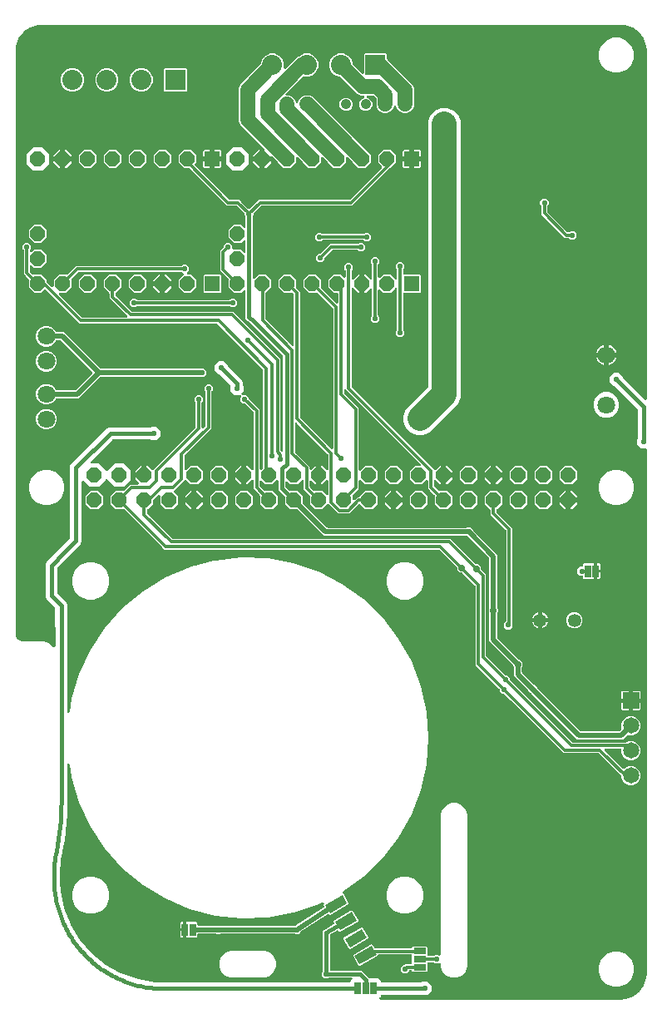
<source format=gbr>
G04 EAGLE Gerber RS-274X export*
G75*
%MOMM*%
%FSLAX34Y34*%
%LPD*%
%INBottom Copper*%
%IPPOS*%
%AMOC8*
5,1,8,0,0,1.08239X$1,22.5*%
G01*
%ADD10P,1.649562X8X22.500000*%
%ADD11R,0.635000X1.270000*%
%ADD12R,2.000000X1.000000*%
%ADD13C,1.800000*%
%ADD14R,1.651000X1.651000*%
%ADD15C,1.651000*%
%ADD16C,1.350000*%
%ADD17R,2.032000X2.032000*%
%ADD18C,2.032000*%
%ADD19R,1.270000X0.635000*%
%ADD20R,1.524000X1.524000*%
%ADD21P,1.649562X8X292.500000*%
%ADD22P,1.649562X8X202.500000*%
%ADD23R,1.050000X1.050000*%
%ADD24C,1.050000*%
%ADD25P,0.599644X8X22.500000*%
%ADD26C,0.500000*%
%ADD27C,0.400000*%
%ADD28C,0.300000*%
%ADD29P,0.653764X8X22.500000*%
%ADD30C,2.500000*%
%ADD31C,1.500000*%

G36*
X620022Y3813D02*
X620022Y3813D01*
X620100Y3815D01*
X623998Y4121D01*
X624066Y4135D01*
X624135Y4140D01*
X624291Y4180D01*
X631706Y6589D01*
X631813Y6639D01*
X631924Y6683D01*
X631975Y6716D01*
X631993Y6724D01*
X632009Y6737D01*
X632059Y6769D01*
X638367Y11352D01*
X638454Y11433D01*
X638545Y11509D01*
X638584Y11556D01*
X638599Y11570D01*
X638610Y11587D01*
X638648Y11633D01*
X643231Y17941D01*
X643288Y18045D01*
X643352Y18145D01*
X643374Y18201D01*
X643384Y18219D01*
X643389Y18239D01*
X643411Y18294D01*
X645820Y25709D01*
X645833Y25777D01*
X645856Y25843D01*
X645879Y26002D01*
X646185Y29900D01*
X646184Y29922D01*
X646189Y30000D01*
X646189Y563770D01*
X646174Y563888D01*
X646167Y564007D01*
X646154Y564045D01*
X646149Y564086D01*
X646106Y564196D01*
X646069Y564309D01*
X646047Y564344D01*
X646032Y564381D01*
X645963Y564477D01*
X645899Y564578D01*
X645869Y564606D01*
X645846Y564639D01*
X645754Y564715D01*
X645667Y564796D01*
X645632Y564816D01*
X645601Y564841D01*
X645493Y564892D01*
X645389Y564950D01*
X645349Y564960D01*
X645313Y564977D01*
X645196Y564999D01*
X645081Y565029D01*
X645021Y565033D01*
X645001Y565037D01*
X644980Y565035D01*
X644920Y565039D01*
X640385Y565039D01*
X636419Y569005D01*
X636419Y574615D01*
X636818Y575013D01*
X636878Y575091D01*
X636946Y575163D01*
X636975Y575216D01*
X637012Y575264D01*
X637052Y575355D01*
X637100Y575442D01*
X637115Y575500D01*
X637139Y575556D01*
X637154Y575654D01*
X637179Y575750D01*
X637185Y575850D01*
X637189Y575870D01*
X637187Y575882D01*
X637189Y575910D01*
X637189Y603799D01*
X637177Y603897D01*
X637174Y603996D01*
X637157Y604054D01*
X637149Y604114D01*
X637113Y604206D01*
X637085Y604301D01*
X637055Y604354D01*
X637032Y604410D01*
X636974Y604490D01*
X636924Y604575D01*
X636858Y604651D01*
X636846Y604667D01*
X636836Y604675D01*
X636818Y604696D01*
X613656Y627858D01*
X613578Y627918D01*
X613506Y627986D01*
X613453Y628015D01*
X613405Y628052D01*
X613314Y628092D01*
X613227Y628140D01*
X613169Y628155D01*
X613113Y628179D01*
X613015Y628194D01*
X612919Y628219D01*
X612819Y628225D01*
X612799Y628229D01*
X612787Y628227D01*
X612759Y628229D01*
X612195Y628229D01*
X608229Y632195D01*
X608229Y637805D01*
X612195Y641771D01*
X617805Y641771D01*
X621771Y637805D01*
X621771Y637241D01*
X621783Y637143D01*
X621786Y637044D01*
X621803Y636986D01*
X621811Y636926D01*
X621847Y636834D01*
X621875Y636739D01*
X621905Y636686D01*
X621928Y636630D01*
X621986Y636550D01*
X622036Y636465D01*
X622102Y636389D01*
X622114Y636373D01*
X622124Y636365D01*
X622142Y636344D01*
X644023Y614464D01*
X644132Y614379D01*
X644239Y614290D01*
X644258Y614281D01*
X644274Y614269D01*
X644402Y614213D01*
X644527Y614154D01*
X644547Y614151D01*
X644566Y614142D01*
X644704Y614121D01*
X644840Y614095D01*
X644860Y614096D01*
X644880Y614093D01*
X645019Y614106D01*
X645157Y614114D01*
X645176Y614121D01*
X645196Y614122D01*
X645328Y614170D01*
X645459Y614212D01*
X645477Y614223D01*
X645496Y614230D01*
X645611Y614308D01*
X645728Y614383D01*
X645742Y614397D01*
X645759Y614409D01*
X645851Y614513D01*
X645946Y614614D01*
X645956Y614632D01*
X645969Y614647D01*
X646033Y614771D01*
X646100Y614893D01*
X646105Y614912D01*
X646114Y614930D01*
X646144Y615066D01*
X646179Y615201D01*
X646181Y615229D01*
X646184Y615241D01*
X646183Y615261D01*
X646189Y615361D01*
X646189Y970000D01*
X646187Y970022D01*
X646185Y970100D01*
X645879Y973998D01*
X645865Y974066D01*
X645860Y974135D01*
X645820Y974291D01*
X643411Y981706D01*
X643361Y981813D01*
X643317Y981924D01*
X643284Y981975D01*
X643276Y981993D01*
X643263Y982009D01*
X643231Y982059D01*
X638648Y988367D01*
X638567Y988454D01*
X638491Y988545D01*
X638444Y988584D01*
X638430Y988599D01*
X638413Y988610D01*
X638367Y988648D01*
X632059Y993231D01*
X631955Y993288D01*
X631855Y993352D01*
X631799Y993374D01*
X631781Y993384D01*
X631761Y993389D01*
X631706Y993411D01*
X624291Y995820D01*
X624223Y995833D01*
X624157Y995856D01*
X623998Y995879D01*
X620100Y996185D01*
X620078Y996184D01*
X620000Y996189D01*
X30000Y996189D01*
X29978Y996187D01*
X29900Y996185D01*
X26002Y995879D01*
X25934Y995865D01*
X25865Y995860D01*
X25709Y995820D01*
X18294Y993411D01*
X18187Y993361D01*
X18076Y993317D01*
X18025Y993284D01*
X18007Y993276D01*
X17991Y993263D01*
X17941Y993231D01*
X11633Y988648D01*
X11546Y988567D01*
X11455Y988491D01*
X11416Y988444D01*
X11401Y988430D01*
X11390Y988413D01*
X11352Y988367D01*
X6769Y982059D01*
X6712Y981955D01*
X6648Y981855D01*
X6626Y981799D01*
X6616Y981781D01*
X6611Y981761D01*
X6589Y981706D01*
X4180Y974291D01*
X4167Y974223D01*
X4144Y974157D01*
X4121Y973998D01*
X3815Y970100D01*
X3816Y970078D01*
X3811Y970000D01*
X3811Y377111D01*
X3816Y377072D01*
X3816Y375000D01*
X3818Y374980D01*
X3822Y374876D01*
X3916Y373917D01*
X3940Y373813D01*
X3955Y373708D01*
X3982Y373628D01*
X3987Y373607D01*
X3994Y373593D01*
X4007Y373555D01*
X4741Y371784D01*
X4745Y371776D01*
X4748Y371767D01*
X4825Y371637D01*
X4898Y371507D01*
X4905Y371501D01*
X4909Y371493D01*
X5016Y371372D01*
X6372Y370016D01*
X6379Y370010D01*
X6385Y370003D01*
X6504Y369913D01*
X6623Y369821D01*
X6632Y369817D01*
X6639Y369812D01*
X6784Y369741D01*
X8555Y369007D01*
X8658Y368979D01*
X8758Y368942D01*
X8841Y368929D01*
X8862Y368923D01*
X8878Y368923D01*
X8917Y368916D01*
X9876Y368822D01*
X9895Y368822D01*
X10000Y368816D01*
X32748Y368816D01*
X37826Y366712D01*
X41782Y362756D01*
X41790Y362743D01*
X41839Y362693D01*
X41880Y362636D01*
X41949Y362579D01*
X42011Y362515D01*
X42071Y362478D01*
X42125Y362433D01*
X42206Y362395D01*
X42282Y362348D01*
X42349Y362328D01*
X42413Y362298D01*
X42501Y362281D01*
X42586Y362255D01*
X42656Y362251D01*
X42725Y362238D01*
X42815Y362244D01*
X42904Y362239D01*
X42972Y362254D01*
X43043Y362258D01*
X43128Y362286D01*
X43215Y362304D01*
X43278Y362335D01*
X43345Y362356D01*
X43421Y362404D01*
X43501Y362443D01*
X43554Y362489D01*
X43614Y362527D01*
X43675Y362592D01*
X43743Y362650D01*
X43783Y362707D01*
X43832Y362758D01*
X43875Y362837D01*
X43926Y362910D01*
X43951Y362975D01*
X43985Y363037D01*
X44007Y363124D01*
X44039Y363207D01*
X44047Y363277D01*
X44064Y363345D01*
X44074Y363506D01*
X44048Y401941D01*
X44035Y402039D01*
X44032Y402137D01*
X44015Y402196D01*
X44008Y402257D01*
X43971Y402348D01*
X43944Y402443D01*
X43913Y402495D01*
X43891Y402552D01*
X43833Y402632D01*
X43782Y402717D01*
X43715Y402793D01*
X43703Y402809D01*
X43694Y402817D01*
X43676Y402838D01*
X34913Y411601D01*
X33999Y413806D01*
X33999Y447038D01*
X34913Y449243D01*
X47919Y462250D01*
X58628Y472958D01*
X58688Y473036D01*
X58756Y473108D01*
X58785Y473161D01*
X58822Y473209D01*
X58862Y473300D01*
X58910Y473387D01*
X58925Y473445D01*
X58949Y473501D01*
X58964Y473599D01*
X58989Y473695D01*
X58995Y473795D01*
X58999Y473815D01*
X58997Y473827D01*
X58999Y473855D01*
X58999Y546194D01*
X59913Y548399D01*
X96601Y585087D01*
X98806Y586001D01*
X140400Y586001D01*
X140498Y586013D01*
X140597Y586016D01*
X140655Y586033D01*
X140715Y586041D01*
X140807Y586077D01*
X140902Y586105D01*
X140955Y586135D01*
X141011Y586158D01*
X141091Y586216D01*
X141176Y586266D01*
X141252Y586332D01*
X141268Y586344D01*
X141276Y586354D01*
X141297Y586372D01*
X141695Y586771D01*
X147305Y586771D01*
X151271Y582805D01*
X151271Y577195D01*
X147305Y573229D01*
X141695Y573229D01*
X141297Y573628D01*
X141219Y573688D01*
X141147Y573756D01*
X141094Y573785D01*
X141046Y573822D01*
X140955Y573862D01*
X140868Y573910D01*
X140810Y573925D01*
X140754Y573949D01*
X140656Y573964D01*
X140560Y573989D01*
X140460Y573995D01*
X140440Y573999D01*
X140428Y573997D01*
X140400Y573999D01*
X103011Y573999D01*
X102913Y573987D01*
X102814Y573984D01*
X102756Y573967D01*
X102696Y573959D01*
X102604Y573923D01*
X102509Y573895D01*
X102456Y573865D01*
X102400Y573842D01*
X102320Y573784D01*
X102235Y573734D01*
X102159Y573668D01*
X102143Y573656D01*
X102135Y573646D01*
X102114Y573628D01*
X79974Y551487D01*
X79889Y551378D01*
X79800Y551271D01*
X79791Y551252D01*
X79779Y551236D01*
X79723Y551108D01*
X79664Y550983D01*
X79661Y550963D01*
X79652Y550944D01*
X79631Y550806D01*
X79605Y550670D01*
X79606Y550650D01*
X79603Y550630D01*
X79616Y550491D01*
X79624Y550353D01*
X79631Y550334D01*
X79632Y550314D01*
X79680Y550182D01*
X79722Y550051D01*
X79733Y550033D01*
X79740Y550014D01*
X79818Y549899D01*
X79893Y549782D01*
X79907Y549768D01*
X79919Y549751D01*
X80023Y549659D01*
X80124Y549564D01*
X80142Y549554D01*
X80157Y549541D01*
X80281Y549477D01*
X80403Y549410D01*
X80422Y549405D01*
X80440Y549396D01*
X80576Y549366D01*
X80711Y549331D01*
X80739Y549329D01*
X80751Y549326D01*
X80771Y549327D01*
X80871Y549321D01*
X88513Y549321D01*
X95502Y542332D01*
X95586Y542267D01*
X95640Y542216D01*
X95653Y542209D01*
X95686Y542180D01*
X95722Y542162D01*
X95754Y542137D01*
X95863Y542089D01*
X95969Y542035D01*
X96008Y542026D01*
X96046Y542010D01*
X96163Y541992D01*
X96279Y541966D01*
X96320Y541967D01*
X96360Y541961D01*
X96478Y541972D01*
X96597Y541975D01*
X96636Y541987D01*
X96676Y541990D01*
X96789Y542031D01*
X96903Y542064D01*
X96937Y542084D01*
X96976Y542098D01*
X97020Y542128D01*
X97024Y542130D01*
X97049Y542148D01*
X97074Y542165D01*
X97177Y542225D01*
X97222Y542265D01*
X97239Y542277D01*
X97252Y542292D01*
X97275Y542312D01*
X97281Y542316D01*
X97284Y542320D01*
X97297Y542332D01*
X104287Y549321D01*
X113913Y549321D01*
X120721Y542513D01*
X120721Y532887D01*
X113913Y526079D01*
X104287Y526079D01*
X97297Y533068D01*
X97203Y533141D01*
X97114Y533220D01*
X97078Y533238D01*
X97046Y533263D01*
X96937Y533311D01*
X96831Y533365D01*
X96792Y533374D01*
X96754Y533390D01*
X96637Y533408D01*
X96521Y533434D01*
X96480Y533433D01*
X96440Y533439D01*
X96322Y533428D01*
X96203Y533425D01*
X96164Y533413D01*
X96124Y533410D01*
X96011Y533369D01*
X95897Y533336D01*
X95862Y533316D01*
X95824Y533302D01*
X95726Y533235D01*
X95623Y533175D01*
X95578Y533135D01*
X95561Y533123D01*
X95548Y533108D01*
X95502Y533068D01*
X88513Y526079D01*
X78887Y526079D01*
X73167Y531798D01*
X73058Y531884D01*
X72951Y531972D01*
X72932Y531981D01*
X72916Y531993D01*
X72788Y532049D01*
X72663Y532108D01*
X72643Y532112D01*
X72624Y532120D01*
X72486Y532142D01*
X72350Y532168D01*
X72330Y532166D01*
X72310Y532169D01*
X72171Y532156D01*
X72033Y532148D01*
X72014Y532142D01*
X71994Y532140D01*
X71862Y532092D01*
X71731Y532050D01*
X71713Y532039D01*
X71694Y532032D01*
X71579Y531954D01*
X71462Y531880D01*
X71448Y531865D01*
X71431Y531853D01*
X71339Y531749D01*
X71244Y531648D01*
X71234Y531630D01*
X71221Y531615D01*
X71157Y531491D01*
X71090Y531369D01*
X71085Y531350D01*
X71076Y531332D01*
X71046Y531196D01*
X71011Y531062D01*
X71009Y531033D01*
X71006Y531022D01*
X71007Y531001D01*
X71001Y530901D01*
X71001Y469650D01*
X70087Y467445D01*
X56406Y453764D01*
X56406Y453763D01*
X46372Y443730D01*
X46312Y443652D01*
X46244Y443580D01*
X46215Y443527D01*
X46178Y443479D01*
X46138Y443388D01*
X46090Y443301D01*
X46075Y443243D01*
X46051Y443187D01*
X46036Y443089D01*
X46011Y442993D01*
X46005Y442893D01*
X46001Y442873D01*
X46003Y442861D01*
X46001Y442833D01*
X46001Y418011D01*
X46013Y417913D01*
X46016Y417814D01*
X46033Y417756D01*
X46041Y417696D01*
X46077Y417604D01*
X46105Y417509D01*
X46135Y417456D01*
X46158Y417400D01*
X46216Y417320D01*
X46266Y417235D01*
X46332Y417159D01*
X46344Y417143D01*
X46354Y417135D01*
X46372Y417114D01*
X54286Y409200D01*
X54287Y409200D01*
X54287Y409199D01*
X55133Y408355D01*
X55592Y407246D01*
X56047Y406149D01*
X56047Y404952D01*
X56047Y404951D01*
X56122Y296977D01*
X56130Y296911D01*
X56129Y296845D01*
X56143Y296783D01*
X56144Y296771D01*
X56150Y296751D01*
X56162Y296661D01*
X56186Y296600D01*
X56201Y296535D01*
X56244Y296452D01*
X56279Y296366D01*
X56318Y296312D01*
X56349Y296253D01*
X56411Y296184D01*
X56466Y296109D01*
X56517Y296066D01*
X56561Y296017D01*
X56639Y295965D01*
X56711Y295906D01*
X56771Y295878D01*
X56826Y295841D01*
X56914Y295810D01*
X56999Y295771D01*
X57064Y295758D01*
X57127Y295736D01*
X57220Y295728D01*
X57311Y295711D01*
X57377Y295715D01*
X57444Y295710D01*
X57536Y295725D01*
X57629Y295731D01*
X57692Y295751D01*
X57757Y295763D01*
X57842Y295800D01*
X57931Y295829D01*
X57987Y295865D01*
X58048Y295892D01*
X58121Y295950D01*
X58200Y296000D01*
X58245Y296048D01*
X58297Y296089D01*
X58354Y296163D01*
X58417Y296231D01*
X58449Y296289D01*
X58490Y296342D01*
X58526Y296428D01*
X58571Y296510D01*
X58587Y296574D01*
X58613Y296635D01*
X58646Y296793D01*
X60585Y309966D01*
X68316Y335663D01*
X79707Y359961D01*
X94513Y382341D01*
X112421Y402327D01*
X133047Y419493D01*
X155953Y433472D01*
X180651Y443967D01*
X181848Y444280D01*
X186703Y445550D01*
X191558Y446819D01*
X196413Y448088D01*
X201268Y449357D01*
X206123Y450627D01*
X206613Y450755D01*
X233287Y453690D01*
X260104Y452710D01*
X286492Y447835D01*
X311890Y439171D01*
X335755Y426901D01*
X357580Y411287D01*
X376898Y392661D01*
X393299Y371422D01*
X406433Y348020D01*
X416019Y322956D01*
X421854Y296763D01*
X423812Y270000D01*
X421854Y243237D01*
X416019Y217044D01*
X406433Y191980D01*
X393299Y168578D01*
X376898Y147339D01*
X357580Y128713D01*
X336795Y113843D01*
X336738Y113790D01*
X336675Y113745D01*
X336622Y113683D01*
X336562Y113627D01*
X336519Y113562D01*
X336469Y113502D01*
X336434Y113429D01*
X336389Y113360D01*
X336365Y113286D01*
X336331Y113216D01*
X336314Y113136D01*
X336289Y113058D01*
X336283Y112981D01*
X336268Y112905D01*
X336272Y112822D01*
X336266Y112741D01*
X336280Y112664D01*
X336284Y112587D01*
X336309Y112509D01*
X336323Y112428D01*
X336356Y112357D01*
X336379Y112283D01*
X336422Y112214D01*
X336456Y112139D01*
X336505Y112079D01*
X336546Y112013D01*
X336605Y111956D01*
X336657Y111892D01*
X336720Y111846D01*
X336776Y111793D01*
X336847Y111752D01*
X336913Y111703D01*
X336985Y111674D01*
X337052Y111636D01*
X337146Y111604D01*
X342771Y101863D01*
X342449Y100662D01*
X324052Y90040D01*
X322752Y90389D01*
X322703Y90427D01*
X322584Y90523D01*
X322578Y90526D01*
X322572Y90531D01*
X322433Y90593D01*
X322295Y90656D01*
X322288Y90657D01*
X322282Y90660D01*
X322131Y90686D01*
X321982Y90713D01*
X321975Y90712D01*
X321968Y90713D01*
X321816Y90701D01*
X321665Y90690D01*
X321658Y90687D01*
X321651Y90687D01*
X321507Y90637D01*
X321364Y90589D01*
X321355Y90584D01*
X321351Y90582D01*
X321342Y90576D01*
X321223Y90510D01*
X293733Y72654D01*
X293693Y72620D01*
X293648Y72594D01*
X293527Y72487D01*
X291769Y70729D01*
X291146Y70729D01*
X291021Y70714D01*
X290926Y70707D01*
X290878Y70719D01*
X290717Y70729D01*
X288211Y70729D01*
X288182Y70756D01*
X288129Y70785D01*
X288082Y70822D01*
X287991Y70862D01*
X287904Y70910D01*
X287845Y70925D01*
X287790Y70949D01*
X287692Y70964D01*
X287596Y70989D01*
X287496Y70995D01*
X287476Y70999D01*
X287464Y70997D01*
X287435Y70999D01*
X212565Y70999D01*
X212467Y70987D01*
X212368Y70984D01*
X212309Y70967D01*
X212249Y70959D01*
X212157Y70923D01*
X212062Y70895D01*
X212010Y70865D01*
X211954Y70842D01*
X211873Y70784D01*
X211788Y70734D01*
X211783Y70729D01*
X208211Y70729D01*
X208182Y70756D01*
X208129Y70785D01*
X208081Y70822D01*
X207991Y70862D01*
X207904Y70910D01*
X207845Y70925D01*
X207790Y70949D01*
X207692Y70964D01*
X207596Y70989D01*
X207496Y70995D01*
X207476Y70999D01*
X207463Y70997D01*
X207435Y70999D01*
X190009Y70999D01*
X189891Y70984D01*
X189772Y70977D01*
X189734Y70964D01*
X189693Y70959D01*
X189583Y70916D01*
X189470Y70879D01*
X189435Y70857D01*
X189398Y70842D01*
X189302Y70773D01*
X189201Y70709D01*
X189173Y70679D01*
X189140Y70656D01*
X189064Y70564D01*
X188983Y70477D01*
X188963Y70442D01*
X188938Y70411D01*
X188887Y70303D01*
X188829Y70199D01*
X188819Y70159D01*
X188802Y70123D01*
X188780Y70006D01*
X188750Y69891D01*
X188746Y69831D01*
X188742Y69811D01*
X188744Y69790D01*
X188740Y69730D01*
X188740Y68028D01*
X187861Y67149D01*
X179972Y67149D01*
X179955Y67152D01*
X179852Y67177D01*
X179799Y67177D01*
X179746Y67185D01*
X179640Y67175D01*
X179534Y67174D01*
X179451Y67158D01*
X179429Y67156D01*
X179415Y67150D01*
X179376Y67143D01*
X179312Y67125D01*
X177523Y67125D01*
X177523Y74682D01*
X177508Y74801D01*
X177500Y74919D01*
X177488Y74958D01*
X177483Y74998D01*
X177477Y75012D01*
X177483Y75042D01*
X177513Y75157D01*
X177516Y75217D01*
X177520Y75237D01*
X177519Y75258D01*
X177523Y75318D01*
X177523Y82875D01*
X179312Y82875D01*
X179376Y82857D01*
X179481Y82843D01*
X179585Y82820D01*
X179638Y82821D01*
X179692Y82814D01*
X179797Y82826D01*
X179903Y82830D01*
X179954Y82845D01*
X180007Y82851D01*
X180008Y82851D01*
X187861Y82851D01*
X188740Y81972D01*
X188740Y80270D01*
X188755Y80152D01*
X188762Y80033D01*
X188775Y79995D01*
X188780Y79954D01*
X188823Y79844D01*
X188860Y79731D01*
X188882Y79696D01*
X188897Y79659D01*
X188966Y79563D01*
X189030Y79462D01*
X189060Y79434D01*
X189083Y79401D01*
X189175Y79325D01*
X189262Y79244D01*
X189297Y79224D01*
X189328Y79199D01*
X189436Y79148D01*
X189540Y79090D01*
X189580Y79080D01*
X189616Y79063D01*
X189733Y79041D01*
X189848Y79011D01*
X189908Y79007D01*
X189928Y79003D01*
X189949Y79005D01*
X190009Y79001D01*
X207435Y79001D01*
X207533Y79013D01*
X207632Y79016D01*
X207691Y79033D01*
X207751Y79041D01*
X207843Y79077D01*
X207938Y79105D01*
X207990Y79135D01*
X208046Y79158D01*
X208127Y79216D01*
X208212Y79266D01*
X208217Y79271D01*
X211789Y79271D01*
X211818Y79244D01*
X211871Y79215D01*
X211919Y79178D01*
X212009Y79138D01*
X212096Y79090D01*
X212155Y79075D01*
X212210Y79051D01*
X212308Y79036D01*
X212404Y79011D01*
X212504Y79005D01*
X212524Y79001D01*
X212537Y79003D01*
X212565Y79001D01*
X287435Y79001D01*
X287534Y79013D01*
X287633Y79016D01*
X287691Y79033D01*
X287751Y79041D01*
X287843Y79077D01*
X287938Y79105D01*
X287990Y79135D01*
X288047Y79158D01*
X288127Y79216D01*
X288212Y79266D01*
X288217Y79271D01*
X288854Y79271D01*
X288979Y79286D01*
X289104Y79296D01*
X289136Y79306D01*
X289170Y79311D01*
X289287Y79357D01*
X289405Y79397D01*
X289449Y79421D01*
X289466Y79428D01*
X289483Y79440D01*
X289546Y79476D01*
X317329Y97521D01*
X317394Y97577D01*
X317466Y97624D01*
X317515Y97679D01*
X317572Y97726D01*
X317622Y97797D01*
X317679Y97860D01*
X317713Y97926D01*
X317756Y97986D01*
X317787Y98066D01*
X317827Y98142D01*
X317844Y98214D01*
X317870Y98282D01*
X317880Y98368D01*
X317900Y98452D01*
X317898Y98525D01*
X317907Y98598D01*
X317895Y98684D01*
X317893Y98770D01*
X317874Y98840D01*
X317864Y98913D01*
X317831Y98993D01*
X317808Y99076D01*
X317748Y99198D01*
X317744Y99208D01*
X317741Y99212D01*
X317737Y99220D01*
X317229Y100099D01*
X317568Y101362D01*
X317582Y101470D01*
X317606Y101575D01*
X317604Y101627D01*
X317611Y101677D01*
X317599Y101785D01*
X317595Y101893D01*
X317580Y101942D01*
X317574Y101993D01*
X317536Y102094D01*
X317505Y102198D01*
X317479Y102242D01*
X317461Y102290D01*
X317398Y102379D01*
X317342Y102472D01*
X317306Y102508D01*
X317276Y102549D01*
X317194Y102620D01*
X317117Y102696D01*
X317073Y102722D01*
X317034Y102755D01*
X316936Y102802D01*
X316843Y102857D01*
X316793Y102871D01*
X316747Y102893D01*
X316641Y102915D01*
X316537Y102945D01*
X316486Y102946D01*
X316436Y102957D01*
X316327Y102951D01*
X316219Y102954D01*
X316169Y102943D01*
X316118Y102940D01*
X316015Y102908D01*
X315909Y102884D01*
X315835Y102852D01*
X315814Y102845D01*
X315800Y102837D01*
X315761Y102820D01*
X311890Y100829D01*
X286492Y92165D01*
X260104Y87290D01*
X233287Y86310D01*
X206613Y89245D01*
X180651Y96033D01*
X155953Y106528D01*
X133047Y120507D01*
X112421Y137673D01*
X94513Y157659D01*
X79707Y180039D01*
X68316Y204337D01*
X60585Y230034D01*
X58672Y243034D01*
X58654Y243099D01*
X58646Y243165D01*
X58612Y243251D01*
X58587Y243341D01*
X58553Y243399D01*
X58529Y243461D01*
X58474Y243536D01*
X58428Y243616D01*
X58381Y243664D01*
X58342Y243718D01*
X58270Y243777D01*
X58205Y243843D01*
X58148Y243878D01*
X58097Y243921D01*
X58013Y243960D01*
X57934Y244008D01*
X57870Y244028D01*
X57809Y244056D01*
X57718Y244074D01*
X57629Y244101D01*
X57562Y244103D01*
X57497Y244116D01*
X57404Y244110D01*
X57311Y244114D01*
X57246Y244100D01*
X57179Y244096D01*
X57091Y244068D01*
X57000Y244049D01*
X56940Y244019D01*
X56877Y243998D01*
X56798Y243949D01*
X56715Y243907D01*
X56665Y243864D01*
X56608Y243828D01*
X56544Y243760D01*
X56474Y243700D01*
X56436Y243645D01*
X56390Y243596D01*
X56345Y243515D01*
X56292Y243439D01*
X56269Y243376D01*
X56237Y243318D01*
X56213Y243228D01*
X56181Y243141D01*
X56174Y243075D01*
X56157Y243010D01*
X56147Y242849D01*
X56147Y203806D01*
X56088Y203664D01*
X56086Y203658D01*
X56083Y203653D01*
X56044Y203504D01*
X56004Y203357D01*
X56004Y203351D01*
X56002Y203345D01*
X55991Y203185D01*
X55933Y192095D01*
X53371Y166475D01*
X51167Y155262D01*
X50888Y153843D01*
X50887Y153831D01*
X50882Y153807D01*
X49651Y146439D01*
X49651Y146418D01*
X49638Y146331D01*
X48452Y131446D01*
X48453Y131424D01*
X48448Y131337D01*
X48496Y123867D01*
X48499Y123846D01*
X48500Y123777D01*
X49198Y114823D01*
X49198Y114822D01*
X49221Y114662D01*
X52886Y97095D01*
X52895Y97068D01*
X52899Y97041D01*
X52948Y96888D01*
X59544Y80198D01*
X59558Y80173D01*
X59566Y80147D01*
X59640Y80004D01*
X68974Y64677D01*
X68992Y64655D01*
X69004Y64630D01*
X69102Y64502D01*
X80903Y50982D01*
X80924Y50964D01*
X80941Y50941D01*
X81059Y50832D01*
X94985Y39512D01*
X95008Y39498D01*
X95028Y39478D01*
X95164Y39391D01*
X110809Y30600D01*
X110835Y30589D01*
X110858Y30574D01*
X111006Y30510D01*
X127917Y24504D01*
X127944Y24498D01*
X127970Y24487D01*
X128126Y24450D01*
X145812Y21402D01*
X145813Y21402D01*
X145973Y21385D01*
X154946Y21002D01*
X154961Y21003D01*
X155000Y21001D01*
X343427Y21001D01*
X343545Y21016D01*
X343664Y21023D01*
X343702Y21036D01*
X343743Y21041D01*
X343853Y21084D01*
X343966Y21121D01*
X344001Y21143D01*
X344038Y21158D01*
X344134Y21227D01*
X344235Y21291D01*
X344263Y21321D01*
X344296Y21344D01*
X344372Y21436D01*
X344453Y21523D01*
X344473Y21558D01*
X344498Y21589D01*
X344549Y21697D01*
X344607Y21801D01*
X344617Y21841D01*
X344634Y21877D01*
X344656Y21994D01*
X344686Y22109D01*
X344690Y22169D01*
X344694Y22189D01*
X344692Y22210D01*
X344696Y22270D01*
X344696Y23007D01*
X346022Y24333D01*
X346107Y24442D01*
X346196Y24549D01*
X346204Y24568D01*
X346217Y24584D01*
X346272Y24712D01*
X346331Y24837D01*
X346335Y24857D01*
X346343Y24876D01*
X346365Y25014D01*
X346391Y25150D01*
X346390Y25170D01*
X346393Y25190D01*
X346380Y25329D01*
X346371Y25467D01*
X346365Y25486D01*
X346363Y25506D01*
X346316Y25638D01*
X346273Y25769D01*
X346262Y25787D01*
X346255Y25806D01*
X346177Y25921D01*
X346103Y26038D01*
X346088Y26052D01*
X346077Y26069D01*
X345972Y26161D01*
X345871Y26256D01*
X345854Y26266D01*
X345838Y26279D01*
X345714Y26343D01*
X345593Y26410D01*
X345573Y26415D01*
X345555Y26424D01*
X345419Y26454D01*
X345285Y26489D01*
X345257Y26491D01*
X345245Y26494D01*
X345224Y26493D01*
X345124Y26499D01*
X323065Y26499D01*
X322967Y26487D01*
X322868Y26484D01*
X322809Y26467D01*
X322749Y26459D01*
X322657Y26423D01*
X322562Y26395D01*
X322510Y26365D01*
X322454Y26342D01*
X322373Y26284D01*
X322288Y26234D01*
X322213Y26168D01*
X322196Y26156D01*
X322188Y26146D01*
X322167Y26128D01*
X321769Y25729D01*
X318231Y25729D01*
X315729Y28231D01*
X315729Y31769D01*
X316128Y32167D01*
X316188Y32246D01*
X316256Y32318D01*
X316285Y32371D01*
X316322Y32419D01*
X316362Y32509D01*
X316410Y32596D01*
X316425Y32655D01*
X316449Y32710D01*
X316464Y32808D01*
X316489Y32904D01*
X316495Y33004D01*
X316499Y33024D01*
X316497Y33037D01*
X316499Y33065D01*
X316499Y70835D01*
X316488Y70927D01*
X316486Y71019D01*
X316468Y71084D01*
X316459Y71151D01*
X316425Y71237D01*
X316401Y71326D01*
X316349Y71431D01*
X316342Y71446D01*
X316337Y71453D01*
X316329Y71470D01*
X316243Y71619D01*
X316456Y72413D01*
X316468Y72498D01*
X316489Y72581D01*
X316498Y72717D01*
X316499Y72728D01*
X316499Y72732D01*
X316499Y72741D01*
X316499Y73563D01*
X316621Y73685D01*
X316677Y73758D01*
X316741Y73824D01*
X316775Y73883D01*
X316816Y73936D01*
X316852Y74021D01*
X316898Y74101D01*
X316935Y74212D01*
X316942Y74228D01*
X316943Y74237D01*
X316949Y74254D01*
X316994Y74420D01*
X317706Y74831D01*
X317774Y74883D01*
X317848Y74926D01*
X317951Y75017D01*
X317959Y75023D01*
X317962Y75027D01*
X317969Y75033D01*
X318550Y75614D01*
X318722Y75614D01*
X318814Y75626D01*
X318906Y75627D01*
X318971Y75645D01*
X319037Y75654D01*
X319123Y75688D01*
X319212Y75713D01*
X319317Y75765D01*
X319333Y75771D01*
X319340Y75776D01*
X319356Y75784D01*
X327191Y80307D01*
X327285Y80379D01*
X327385Y80445D01*
X327412Y80475D01*
X327444Y80499D01*
X327518Y80592D01*
X327598Y80681D01*
X327616Y80717D01*
X327641Y80748D01*
X327690Y80857D01*
X327745Y80963D01*
X327754Y81002D01*
X327771Y81039D01*
X327791Y81157D01*
X327818Y81272D01*
X327817Y81313D01*
X327824Y81353D01*
X327814Y81471D01*
X327812Y81590D01*
X327801Y81629D01*
X327798Y81669D01*
X327758Y81782D01*
X327727Y81897D01*
X327700Y81951D01*
X327693Y81970D01*
X327682Y81987D01*
X327655Y82041D01*
X327229Y82778D01*
X327551Y83979D01*
X345948Y94601D01*
X347149Y94279D01*
X352771Y84542D01*
X352449Y83341D01*
X334052Y72720D01*
X332851Y73041D01*
X332425Y73779D01*
X332353Y73874D01*
X332287Y73973D01*
X332257Y74000D01*
X332233Y74032D01*
X332139Y74106D01*
X332051Y74186D01*
X332015Y74205D01*
X331984Y74230D01*
X331875Y74278D01*
X331769Y74334D01*
X331730Y74343D01*
X331693Y74359D01*
X331576Y74379D01*
X331460Y74407D01*
X331420Y74406D01*
X331380Y74412D01*
X331261Y74403D01*
X331142Y74400D01*
X331103Y74389D01*
X331063Y74386D01*
X330950Y74347D01*
X330836Y74315D01*
X330782Y74288D01*
X330762Y74282D01*
X330745Y74270D01*
X330691Y74244D01*
X324135Y70458D01*
X324051Y70395D01*
X323962Y70338D01*
X323925Y70299D01*
X323882Y70266D01*
X323816Y70183D01*
X323744Y70106D01*
X323718Y70059D01*
X323684Y70017D01*
X323641Y69920D01*
X323590Y69828D01*
X323577Y69776D01*
X323555Y69727D01*
X323537Y69622D01*
X323511Y69520D01*
X323506Y69435D01*
X323502Y69413D01*
X323503Y69397D01*
X323501Y69359D01*
X323501Y34770D01*
X323516Y34652D01*
X323523Y34533D01*
X323536Y34495D01*
X323541Y34454D01*
X323584Y34344D01*
X323621Y34231D01*
X323643Y34196D01*
X323658Y34159D01*
X323727Y34063D01*
X323791Y33962D01*
X323821Y33934D01*
X323844Y33901D01*
X323936Y33825D01*
X324023Y33744D01*
X324058Y33724D01*
X324089Y33699D01*
X324197Y33648D01*
X324301Y33590D01*
X324341Y33580D01*
X324377Y33563D01*
X324494Y33541D01*
X324609Y33511D01*
X324669Y33507D01*
X324689Y33503D01*
X324710Y33505D01*
X324770Y33501D01*
X355656Y33501D01*
X358078Y31078D01*
X363434Y25722D01*
X363513Y25662D01*
X363585Y25594D01*
X363638Y25565D01*
X363686Y25528D01*
X363777Y25488D01*
X363863Y25440D01*
X363922Y25425D01*
X363977Y25401D01*
X364075Y25386D01*
X364171Y25361D01*
X364271Y25355D01*
X364291Y25351D01*
X364304Y25353D01*
X364332Y25351D01*
X372960Y25351D01*
X375304Y23007D01*
X375304Y22270D01*
X375319Y22152D01*
X375326Y22033D01*
X375339Y21995D01*
X375344Y21954D01*
X375387Y21844D01*
X375424Y21731D01*
X375446Y21696D01*
X375461Y21659D01*
X375530Y21563D01*
X375594Y21462D01*
X375624Y21434D01*
X375647Y21401D01*
X375739Y21325D01*
X375826Y21244D01*
X375861Y21224D01*
X375892Y21199D01*
X376000Y21148D01*
X376104Y21090D01*
X376144Y21080D01*
X376180Y21063D01*
X376297Y21041D01*
X376412Y21011D01*
X376472Y21007D01*
X376492Y21003D01*
X376513Y21005D01*
X376573Y21001D01*
X415900Y21001D01*
X415998Y21013D01*
X416097Y21016D01*
X416155Y21033D01*
X416215Y21041D01*
X416307Y21077D01*
X416402Y21105D01*
X416455Y21135D01*
X416511Y21158D01*
X416591Y21216D01*
X416676Y21266D01*
X416752Y21332D01*
X416768Y21344D01*
X416776Y21354D01*
X416797Y21372D01*
X417195Y21771D01*
X422805Y21771D01*
X426771Y17805D01*
X426771Y12195D01*
X422805Y8229D01*
X417195Y8229D01*
X416797Y8628D01*
X416719Y8688D01*
X416647Y8756D01*
X416594Y8785D01*
X416546Y8822D01*
X416455Y8862D01*
X416368Y8910D01*
X416310Y8925D01*
X416254Y8949D01*
X416156Y8964D01*
X416060Y8989D01*
X415960Y8995D01*
X415940Y8999D01*
X415928Y8997D01*
X415900Y8999D01*
X376573Y8999D01*
X376455Y8984D01*
X376336Y8977D01*
X376298Y8964D01*
X376257Y8959D01*
X376147Y8916D01*
X376034Y8879D01*
X375999Y8857D01*
X375962Y8842D01*
X375866Y8773D01*
X375765Y8709D01*
X375737Y8679D01*
X375704Y8656D01*
X375628Y8564D01*
X375547Y8477D01*
X375527Y8442D01*
X375502Y8411D01*
X375451Y8303D01*
X375393Y8199D01*
X375383Y8159D01*
X375366Y8123D01*
X375344Y8006D01*
X375314Y7891D01*
X375310Y7831D01*
X375306Y7811D01*
X375308Y7790D01*
X375304Y7730D01*
X375304Y6993D01*
X374288Y5977D01*
X374203Y5868D01*
X374114Y5761D01*
X374106Y5742D01*
X374093Y5726D01*
X374038Y5599D01*
X373979Y5473D01*
X373975Y5453D01*
X373967Y5434D01*
X373945Y5296D01*
X373919Y5160D01*
X373920Y5140D01*
X373917Y5120D01*
X373930Y4981D01*
X373939Y4843D01*
X373945Y4824D01*
X373947Y4804D01*
X373994Y4672D01*
X374037Y4541D01*
X374048Y4523D01*
X374055Y4504D01*
X374133Y4389D01*
X374207Y4272D01*
X374222Y4258D01*
X374233Y4241D01*
X374338Y4149D01*
X374439Y4054D01*
X374456Y4044D01*
X374472Y4031D01*
X374596Y3967D01*
X374717Y3900D01*
X374737Y3895D01*
X374755Y3886D01*
X374891Y3856D01*
X375025Y3821D01*
X375053Y3819D01*
X375065Y3816D01*
X375086Y3817D01*
X375186Y3811D01*
X620000Y3811D01*
X620022Y3813D01*
G37*
%LPC*%
G36*
X575643Y268699D02*
X575643Y268699D01*
X528985Y315358D01*
X528906Y315418D01*
X528834Y315486D01*
X528781Y315515D01*
X528733Y315552D01*
X528642Y315592D01*
X528556Y315640D01*
X528497Y315655D01*
X528441Y315679D01*
X528343Y315694D01*
X528248Y315719D01*
X528241Y315719D01*
X525715Y318245D01*
X525714Y318284D01*
X525697Y318343D01*
X525689Y318403D01*
X525653Y318495D01*
X525625Y318590D01*
X525595Y318642D01*
X525572Y318698D01*
X525514Y318778D01*
X525464Y318864D01*
X525398Y318939D01*
X525386Y318956D01*
X525376Y318963D01*
X525358Y318985D01*
X510999Y333343D01*
X510999Y342082D01*
X510987Y342180D01*
X510984Y342279D01*
X510967Y342337D01*
X510959Y342397D01*
X510923Y342489D01*
X510895Y342584D01*
X510865Y342637D01*
X510842Y342693D01*
X510784Y342773D01*
X510734Y342858D01*
X510668Y342934D01*
X510656Y342950D01*
X510646Y342958D01*
X510628Y342979D01*
X510479Y343127D01*
X510479Y343337D01*
X510467Y343435D01*
X510464Y343534D01*
X510447Y343593D01*
X510439Y343653D01*
X510403Y343745D01*
X510375Y343840D01*
X510345Y343892D01*
X510322Y343948D01*
X510264Y344028D01*
X510214Y344114D01*
X510148Y344189D01*
X510136Y344206D01*
X510126Y344213D01*
X510108Y344235D01*
X498715Y355628D01*
X498714Y355628D01*
X485999Y368343D01*
X485999Y397082D01*
X485987Y397180D01*
X485984Y397279D01*
X485967Y397337D01*
X485959Y397397D01*
X485923Y397489D01*
X485895Y397584D01*
X485865Y397637D01*
X485842Y397693D01*
X485784Y397773D01*
X485734Y397858D01*
X485668Y397934D01*
X485656Y397950D01*
X485646Y397958D01*
X485628Y397979D01*
X485479Y398127D01*
X485479Y401873D01*
X485628Y402021D01*
X485688Y402099D01*
X485756Y402171D01*
X485785Y402224D01*
X485822Y402272D01*
X485862Y402363D01*
X485910Y402450D01*
X485925Y402508D01*
X485949Y402564D01*
X485964Y402662D01*
X485989Y402758D01*
X485995Y402858D01*
X485999Y402878D01*
X485997Y402890D01*
X485999Y402918D01*
X485999Y452817D01*
X485987Y452915D01*
X485984Y453014D01*
X485967Y453073D01*
X485959Y453133D01*
X485923Y453225D01*
X485895Y453320D01*
X485865Y453372D01*
X485842Y453428D01*
X485784Y453508D01*
X485734Y453594D01*
X485668Y453669D01*
X485656Y453686D01*
X485646Y453693D01*
X485628Y453715D01*
X463985Y475358D01*
X463906Y475418D01*
X463834Y475486D01*
X463781Y475515D01*
X463733Y475552D01*
X463642Y475592D01*
X463556Y475640D01*
X463497Y475655D01*
X463441Y475679D01*
X463343Y475694D01*
X463248Y475719D01*
X463220Y475721D01*
X463182Y475756D01*
X463129Y475785D01*
X463081Y475822D01*
X462991Y475862D01*
X462904Y475910D01*
X462845Y475925D01*
X462790Y475949D01*
X462692Y475964D01*
X462596Y475989D01*
X462496Y475995D01*
X462476Y475999D01*
X462463Y475997D01*
X462435Y475999D01*
X317543Y475999D01*
X290735Y502808D01*
X290656Y502868D01*
X290584Y502936D01*
X290531Y502965D01*
X290483Y503002D01*
X290392Y503042D01*
X290306Y503090D01*
X290247Y503105D01*
X290191Y503129D01*
X290094Y503144D01*
X289998Y503169D01*
X289898Y503175D01*
X289877Y503179D01*
X289865Y503177D01*
X289837Y503179D01*
X283122Y503179D01*
X277779Y508522D01*
X277779Y515584D01*
X277767Y515682D01*
X277764Y515781D01*
X277747Y515840D01*
X277739Y515900D01*
X277703Y515992D01*
X277675Y516087D01*
X277645Y516139D01*
X277622Y516195D01*
X277564Y516276D01*
X277514Y516361D01*
X277448Y516436D01*
X277436Y516453D01*
X277426Y516461D01*
X277408Y516482D01*
X271255Y522634D01*
X271255Y531492D01*
X271238Y531630D01*
X271225Y531769D01*
X271218Y531788D01*
X271215Y531808D01*
X271164Y531937D01*
X271117Y532068D01*
X271106Y532085D01*
X271098Y532104D01*
X271017Y532216D01*
X270939Y532331D01*
X270923Y532345D01*
X270912Y532361D01*
X270804Y532450D01*
X270700Y532542D01*
X270682Y532551D01*
X270667Y532564D01*
X270541Y532623D01*
X270417Y532686D01*
X270397Y532691D01*
X270379Y532699D01*
X270243Y532725D01*
X270107Y532756D01*
X270086Y532755D01*
X270067Y532759D01*
X269928Y532750D01*
X269789Y532746D01*
X269769Y532741D01*
X269749Y532739D01*
X269617Y532697D01*
X269483Y532658D01*
X269466Y532648D01*
X269447Y532641D01*
X269329Y532567D01*
X269209Y532496D01*
X269188Y532478D01*
X269178Y532471D01*
X269164Y532456D01*
X269089Y532390D01*
X265278Y528579D01*
X257722Y528579D01*
X254167Y532134D01*
X254058Y532219D01*
X253951Y532308D01*
X253932Y532316D01*
X253916Y532329D01*
X253788Y532384D01*
X253663Y532443D01*
X253643Y532447D01*
X253624Y532455D01*
X253486Y532477D01*
X253350Y532503D01*
X253330Y532502D01*
X253310Y532505D01*
X253171Y532492D01*
X253033Y532483D01*
X253014Y532477D01*
X252994Y532475D01*
X252862Y532428D01*
X252731Y532385D01*
X252713Y532374D01*
X252694Y532368D01*
X252579Y532290D01*
X252462Y532215D01*
X252448Y532200D01*
X252431Y532189D01*
X252339Y532085D01*
X252244Y531984D01*
X252234Y531966D01*
X252221Y531951D01*
X252157Y531826D01*
X252090Y531705D01*
X252085Y531685D01*
X252076Y531667D01*
X252046Y531532D01*
X252011Y531397D01*
X252009Y531369D01*
X252006Y531357D01*
X252007Y531337D01*
X252001Y531236D01*
X252001Y526569D01*
X252013Y526471D01*
X252016Y526371D01*
X252033Y526313D01*
X252041Y526253D01*
X252077Y526161D01*
X252105Y526066D01*
X252135Y526014D01*
X252158Y525957D01*
X252216Y525877D01*
X252266Y525792D01*
X252332Y525717D01*
X252344Y525700D01*
X252354Y525692D01*
X252372Y525671D01*
X256275Y521769D01*
X256370Y521695D01*
X256459Y521616D01*
X256495Y521598D01*
X256526Y521574D01*
X256636Y521526D01*
X256742Y521472D01*
X256781Y521463D01*
X256818Y521447D01*
X256936Y521429D01*
X257053Y521403D01*
X257093Y521404D01*
X257132Y521398D01*
X257251Y521409D01*
X257371Y521412D01*
X257399Y521421D01*
X265278Y521421D01*
X270621Y516078D01*
X270621Y508522D01*
X265278Y503179D01*
X257722Y503179D01*
X252379Y508522D01*
X252379Y516426D01*
X252397Y516507D01*
X252396Y516547D01*
X252402Y516586D01*
X252391Y516705D01*
X252388Y516825D01*
X252377Y516863D01*
X252373Y516903D01*
X252333Y517015D01*
X252299Y517130D01*
X252279Y517165D01*
X252265Y517202D01*
X252198Y517301D01*
X252138Y517404D01*
X252098Y517449D01*
X252087Y517466D01*
X252072Y517479D01*
X252031Y517525D01*
X248129Y521428D01*
X245999Y523557D01*
X245999Y531602D01*
X245982Y531740D01*
X245969Y531879D01*
X245962Y531898D01*
X245959Y531918D01*
X245908Y532047D01*
X245861Y532178D01*
X245850Y532195D01*
X245842Y532214D01*
X245761Y532326D01*
X245683Y532441D01*
X245667Y532455D01*
X245656Y532471D01*
X245548Y532560D01*
X245444Y532652D01*
X245426Y532661D01*
X245411Y532674D01*
X245285Y532733D01*
X245161Y532796D01*
X245141Y532801D01*
X245123Y532809D01*
X244987Y532835D01*
X244851Y532866D01*
X244830Y532865D01*
X244811Y532869D01*
X244672Y532861D01*
X244533Y532856D01*
X244513Y532851D01*
X244493Y532849D01*
X244361Y532807D01*
X244227Y532768D01*
X244210Y532758D01*
X244191Y532751D01*
X244073Y532677D01*
X243953Y532606D01*
X243932Y532588D01*
X243922Y532581D01*
X243908Y532566D01*
X243833Y532500D01*
X239888Y528555D01*
X238639Y528555D01*
X238639Y536430D01*
X238624Y536548D01*
X238617Y536667D01*
X238604Y536705D01*
X238599Y536745D01*
X238556Y536856D01*
X238519Y536969D01*
X238497Y537003D01*
X238482Y537041D01*
X238412Y537137D01*
X238349Y537238D01*
X238319Y537266D01*
X238295Y537298D01*
X238204Y537374D01*
X238117Y537456D01*
X238082Y537475D01*
X238051Y537501D01*
X237943Y537552D01*
X237839Y537609D01*
X237799Y537620D01*
X237763Y537637D01*
X237646Y537659D01*
X237531Y537689D01*
X237470Y537693D01*
X237450Y537697D01*
X237430Y537695D01*
X237370Y537699D01*
X236099Y537699D01*
X236099Y537701D01*
X237370Y537701D01*
X237488Y537716D01*
X237607Y537723D01*
X237645Y537736D01*
X237685Y537741D01*
X237796Y537785D01*
X237909Y537821D01*
X237944Y537843D01*
X237981Y537858D01*
X238077Y537928D01*
X238178Y537991D01*
X238206Y538021D01*
X238239Y538045D01*
X238314Y538136D01*
X238396Y538223D01*
X238416Y538258D01*
X238441Y538290D01*
X238492Y538397D01*
X238550Y538502D01*
X238560Y538541D01*
X238577Y538577D01*
X238599Y538694D01*
X238629Y538809D01*
X238633Y538870D01*
X238637Y538890D01*
X238635Y538910D01*
X238639Y538970D01*
X238639Y546845D01*
X239888Y546845D01*
X243833Y542900D01*
X243942Y542815D01*
X244049Y542726D01*
X244068Y542718D01*
X244084Y542705D01*
X244212Y542650D01*
X244337Y542591D01*
X244357Y542587D01*
X244376Y542579D01*
X244514Y542557D01*
X244650Y542531D01*
X244670Y542532D01*
X244690Y542529D01*
X244829Y542542D01*
X244967Y542551D01*
X244986Y542557D01*
X245006Y542559D01*
X245138Y542606D01*
X245269Y542649D01*
X245287Y542659D01*
X245306Y542666D01*
X245421Y542744D01*
X245538Y542819D01*
X245552Y542834D01*
X245569Y542845D01*
X245661Y542949D01*
X245756Y543050D01*
X245766Y543068D01*
X245779Y543083D01*
X245843Y543207D01*
X245910Y543329D01*
X245915Y543348D01*
X245924Y543367D01*
X245954Y543502D01*
X245989Y543637D01*
X245991Y543665D01*
X245994Y543677D01*
X245993Y543697D01*
X245999Y543798D01*
X245999Y601231D01*
X245987Y601329D01*
X245984Y601429D01*
X245967Y601487D01*
X245959Y601547D01*
X245923Y601639D01*
X245895Y601734D01*
X245865Y601786D01*
X245842Y601843D01*
X245784Y601923D01*
X245734Y602008D01*
X245668Y602083D01*
X245656Y602100D01*
X245646Y602108D01*
X245628Y602129D01*
X237399Y610358D01*
X237321Y610418D01*
X237248Y610486D01*
X237195Y610515D01*
X237148Y610552D01*
X237057Y610592D01*
X236970Y610640D01*
X236911Y610655D01*
X236856Y610679D01*
X236758Y610694D01*
X236662Y610719D01*
X236562Y610725D01*
X236542Y610729D01*
X236529Y610727D01*
X236501Y610729D01*
X235231Y610729D01*
X232729Y613231D01*
X232729Y616769D01*
X233023Y617062D01*
X233108Y617172D01*
X233197Y617279D01*
X233205Y617298D01*
X233218Y617314D01*
X233273Y617442D01*
X233332Y617567D01*
X233336Y617587D01*
X233344Y617606D01*
X233366Y617744D01*
X233392Y617880D01*
X233391Y617900D01*
X233394Y617920D01*
X233381Y618059D01*
X233372Y618197D01*
X233366Y618216D01*
X233364Y618236D01*
X233317Y618367D01*
X233274Y618499D01*
X233263Y618517D01*
X233257Y618536D01*
X233179Y618650D01*
X233104Y618768D01*
X233089Y618782D01*
X233078Y618799D01*
X232974Y618891D01*
X232872Y618986D01*
X232855Y618996D01*
X232840Y619009D01*
X232716Y619072D01*
X232594Y619140D01*
X232574Y619145D01*
X232556Y619154D01*
X232420Y619184D01*
X232286Y619219D01*
X232258Y619221D01*
X232246Y619224D01*
X232226Y619223D01*
X232125Y619229D01*
X226195Y619229D01*
X222229Y623195D01*
X222229Y628759D01*
X222217Y628857D01*
X222214Y628956D01*
X222197Y629014D01*
X222189Y629074D01*
X222153Y629166D01*
X222125Y629261D01*
X222095Y629314D01*
X222072Y629370D01*
X222014Y629450D01*
X221964Y629535D01*
X221898Y629611D01*
X221886Y629627D01*
X221876Y629635D01*
X221858Y629656D01*
X211656Y639858D01*
X211578Y639918D01*
X211506Y639986D01*
X211453Y640015D01*
X211405Y640052D01*
X211314Y640092D01*
X211227Y640140D01*
X211169Y640155D01*
X211113Y640179D01*
X211015Y640194D01*
X210919Y640219D01*
X210819Y640225D01*
X210799Y640229D01*
X210787Y640227D01*
X210759Y640229D01*
X210195Y640229D01*
X206229Y644195D01*
X206229Y649805D01*
X210195Y653771D01*
X215805Y653771D01*
X219771Y649805D01*
X219771Y649241D01*
X219783Y649143D01*
X219786Y649044D01*
X219803Y648986D01*
X219811Y648926D01*
X219847Y648834D01*
X219875Y648739D01*
X219905Y648686D01*
X219928Y648630D01*
X219986Y648550D01*
X220036Y648465D01*
X220102Y648389D01*
X220114Y648373D01*
X220124Y648365D01*
X220142Y648344D01*
X234087Y634399D01*
X235001Y632194D01*
X235001Y630100D01*
X235013Y630002D01*
X235016Y629903D01*
X235033Y629845D01*
X235041Y629785D01*
X235077Y629693D01*
X235105Y629598D01*
X235135Y629545D01*
X235158Y629489D01*
X235216Y629409D01*
X235266Y629324D01*
X235332Y629248D01*
X235344Y629232D01*
X235354Y629224D01*
X235372Y629203D01*
X235771Y628805D01*
X235771Y623195D01*
X234013Y621437D01*
X233927Y621328D01*
X233839Y621221D01*
X233830Y621202D01*
X233818Y621186D01*
X233762Y621058D01*
X233703Y620933D01*
X233700Y620913D01*
X233691Y620894D01*
X233669Y620756D01*
X233644Y620620D01*
X233645Y620600D01*
X233642Y620580D01*
X233655Y620441D01*
X233663Y620303D01*
X233669Y620284D01*
X233671Y620264D01*
X233719Y620132D01*
X233761Y620001D01*
X233772Y619983D01*
X233779Y619964D01*
X233857Y619849D01*
X233931Y619732D01*
X233946Y619718D01*
X233958Y619701D01*
X234062Y619609D01*
X234163Y619514D01*
X234181Y619504D01*
X234196Y619491D01*
X234320Y619427D01*
X234442Y619360D01*
X234461Y619355D01*
X234479Y619346D01*
X234615Y619316D01*
X234750Y619281D01*
X234778Y619279D01*
X234790Y619276D01*
X234810Y619277D01*
X234910Y619271D01*
X238769Y619271D01*
X241271Y616769D01*
X241271Y615499D01*
X241283Y615401D01*
X241286Y615301D01*
X241303Y615243D01*
X241311Y615183D01*
X241347Y615091D01*
X241375Y614996D01*
X241405Y614944D01*
X241428Y614887D01*
X241486Y614807D01*
X241536Y614722D01*
X241602Y614647D01*
X241614Y614630D01*
X241624Y614622D01*
X241642Y614601D01*
X252001Y604243D01*
X252001Y544164D01*
X252018Y544026D01*
X252031Y543887D01*
X252038Y543868D01*
X252041Y543848D01*
X252092Y543719D01*
X252139Y543588D01*
X252150Y543571D01*
X252158Y543552D01*
X252239Y543440D01*
X252317Y543325D01*
X252333Y543311D01*
X252344Y543295D01*
X252452Y543206D01*
X252556Y543114D01*
X252574Y543105D01*
X252589Y543092D01*
X252715Y543033D01*
X252839Y542970D01*
X252859Y542965D01*
X252877Y542957D01*
X253014Y542931D01*
X253149Y542900D01*
X253170Y542901D01*
X253189Y542897D01*
X253328Y542906D01*
X253467Y542910D01*
X253487Y542915D01*
X253507Y542917D01*
X253639Y542959D01*
X253773Y542998D01*
X253790Y543008D01*
X253809Y543015D01*
X253927Y543089D01*
X254047Y543160D01*
X254068Y543178D01*
X254078Y543185D01*
X254092Y543200D01*
X254167Y543266D01*
X255128Y544226D01*
X255188Y544304D01*
X255256Y544377D01*
X255285Y544430D01*
X255322Y544477D01*
X255362Y544568D01*
X255410Y544655D01*
X255425Y544714D01*
X255449Y544769D01*
X255464Y544867D01*
X255489Y544963D01*
X255495Y545063D01*
X255499Y545083D01*
X255497Y545096D01*
X255499Y545124D01*
X255499Y644731D01*
X255487Y644829D01*
X255484Y644929D01*
X255467Y644987D01*
X255459Y645047D01*
X255423Y645139D01*
X255395Y645234D01*
X255365Y645286D01*
X255342Y645343D01*
X255284Y645423D01*
X255234Y645508D01*
X255168Y645583D01*
X255156Y645600D01*
X255146Y645608D01*
X255128Y645629D01*
X209129Y691628D01*
X209051Y691688D01*
X208978Y691756D01*
X208925Y691785D01*
X208878Y691822D01*
X208787Y691862D01*
X208700Y691910D01*
X208641Y691925D01*
X208586Y691949D01*
X208488Y691964D01*
X208392Y691989D01*
X208292Y691995D01*
X208272Y691999D01*
X208259Y691997D01*
X208231Y691999D01*
X68757Y691999D01*
X34525Y726231D01*
X34431Y726304D01*
X34342Y726383D01*
X34306Y726401D01*
X34274Y726426D01*
X34164Y726474D01*
X34058Y726528D01*
X34019Y726537D01*
X33982Y726553D01*
X33864Y726571D01*
X33748Y726597D01*
X33708Y726596D01*
X33668Y726602D01*
X33549Y726591D01*
X33430Y726588D01*
X33391Y726576D01*
X33351Y726573D01*
X33239Y726532D01*
X33125Y726499D01*
X33090Y726479D01*
X33052Y726465D01*
X32953Y726398D01*
X32851Y726338D01*
X32806Y726298D01*
X32789Y726286D01*
X32775Y726271D01*
X32730Y726231D01*
X29878Y723379D01*
X22322Y723379D01*
X16979Y728722D01*
X16979Y736626D01*
X16997Y736707D01*
X16996Y736747D01*
X17002Y736786D01*
X16991Y736905D01*
X16988Y737025D01*
X16977Y737063D01*
X16973Y737103D01*
X16933Y737215D01*
X16899Y737330D01*
X16879Y737365D01*
X16865Y737402D01*
X16798Y737501D01*
X16738Y737604D01*
X16698Y737649D01*
X16687Y737666D01*
X16672Y737679D01*
X16631Y737725D01*
X14129Y740228D01*
X11999Y742357D01*
X11999Y766435D01*
X11987Y766533D01*
X11984Y766632D01*
X11967Y766691D01*
X11959Y766751D01*
X11923Y766843D01*
X11895Y766938D01*
X11865Y766990D01*
X11842Y767046D01*
X11784Y767127D01*
X11734Y767212D01*
X11668Y767287D01*
X11656Y767304D01*
X11646Y767312D01*
X11628Y767333D01*
X10729Y768231D01*
X10729Y771769D01*
X13231Y774271D01*
X16769Y774271D01*
X19271Y771769D01*
X19271Y768231D01*
X18372Y767333D01*
X18312Y767254D01*
X18244Y767182D01*
X18215Y767129D01*
X18178Y767081D01*
X18138Y766991D01*
X18090Y766904D01*
X18075Y766845D01*
X18051Y766790D01*
X18036Y766692D01*
X18011Y766596D01*
X18005Y766496D01*
X18001Y766476D01*
X18003Y766463D01*
X18001Y766435D01*
X18001Y765764D01*
X18018Y765626D01*
X18031Y765487D01*
X18038Y765468D01*
X18041Y765448D01*
X18092Y765319D01*
X18139Y765188D01*
X18150Y765171D01*
X18158Y765152D01*
X18239Y765040D01*
X18317Y764925D01*
X18333Y764911D01*
X18344Y764895D01*
X18452Y764806D01*
X18556Y764714D01*
X18574Y764705D01*
X18589Y764692D01*
X18715Y764633D01*
X18839Y764570D01*
X18859Y764565D01*
X18877Y764557D01*
X19013Y764531D01*
X19149Y764500D01*
X19170Y764501D01*
X19189Y764497D01*
X19328Y764506D01*
X19467Y764510D01*
X19487Y764515D01*
X19507Y764517D01*
X19639Y764559D01*
X19773Y764598D01*
X19790Y764608D01*
X19809Y764615D01*
X19927Y764689D01*
X20047Y764760D01*
X20068Y764778D01*
X20078Y764785D01*
X20092Y764800D01*
X20167Y764866D01*
X22322Y767021D01*
X29878Y767021D01*
X35221Y761678D01*
X35221Y754122D01*
X29878Y748779D01*
X22322Y748779D01*
X20167Y750934D01*
X20058Y751019D01*
X19951Y751108D01*
X19932Y751116D01*
X19916Y751129D01*
X19788Y751184D01*
X19663Y751243D01*
X19643Y751247D01*
X19624Y751255D01*
X19486Y751277D01*
X19350Y751303D01*
X19330Y751302D01*
X19310Y751305D01*
X19171Y751292D01*
X19033Y751283D01*
X19014Y751277D01*
X18994Y751275D01*
X18862Y751228D01*
X18731Y751185D01*
X18713Y751174D01*
X18694Y751168D01*
X18579Y751090D01*
X18462Y751015D01*
X18448Y751000D01*
X18431Y750989D01*
X18339Y750885D01*
X18244Y750784D01*
X18234Y750766D01*
X18221Y750751D01*
X18157Y750626D01*
X18090Y750505D01*
X18085Y750485D01*
X18076Y750467D01*
X18046Y750332D01*
X18011Y750197D01*
X18009Y750169D01*
X18006Y750157D01*
X18007Y750137D01*
X18001Y750036D01*
X18001Y745369D01*
X18013Y745271D01*
X18016Y745171D01*
X18033Y745113D01*
X18041Y745053D01*
X18077Y744961D01*
X18105Y744866D01*
X18135Y744814D01*
X18158Y744757D01*
X18216Y744677D01*
X18266Y744592D01*
X18332Y744517D01*
X18344Y744500D01*
X18354Y744492D01*
X18372Y744471D01*
X20875Y741969D01*
X20970Y741895D01*
X21059Y741816D01*
X21095Y741798D01*
X21126Y741774D01*
X21236Y741726D01*
X21342Y741672D01*
X21381Y741663D01*
X21418Y741647D01*
X21536Y741629D01*
X21653Y741603D01*
X21693Y741604D01*
X21732Y741598D01*
X21851Y741609D01*
X21971Y741612D01*
X21999Y741621D01*
X29878Y741621D01*
X35221Y736278D01*
X35221Y734549D01*
X35233Y734451D01*
X35236Y734351D01*
X35253Y734293D01*
X35261Y734233D01*
X35297Y734141D01*
X35325Y734046D01*
X35355Y733994D01*
X35378Y733937D01*
X35436Y733857D01*
X35486Y733772D01*
X35552Y733697D01*
X35564Y733680D01*
X35574Y733672D01*
X35592Y733651D01*
X40213Y729031D01*
X40322Y728946D01*
X40429Y728857D01*
X40448Y728849D01*
X40464Y728836D01*
X40592Y728781D01*
X40717Y728722D01*
X40737Y728718D01*
X40756Y728710D01*
X40894Y728688D01*
X41030Y728662D01*
X41050Y728663D01*
X41070Y728660D01*
X41209Y728673D01*
X41347Y728682D01*
X41366Y728688D01*
X41386Y728690D01*
X41518Y728737D01*
X41649Y728780D01*
X41667Y728791D01*
X41686Y728797D01*
X41801Y728876D01*
X41918Y728950D01*
X41932Y728965D01*
X41949Y728976D01*
X42041Y729080D01*
X42136Y729182D01*
X42146Y729199D01*
X42159Y729214D01*
X42223Y729339D01*
X42290Y729460D01*
X42295Y729480D01*
X42304Y729498D01*
X42334Y729634D01*
X42369Y729768D01*
X42371Y729796D01*
X42374Y729808D01*
X42373Y729828D01*
X42379Y729929D01*
X42379Y736278D01*
X47722Y741621D01*
X55626Y741621D01*
X55707Y741603D01*
X55747Y741604D01*
X55786Y741598D01*
X55905Y741609D01*
X56025Y741612D01*
X56063Y741623D01*
X56103Y741627D01*
X56215Y741667D01*
X56330Y741701D01*
X56365Y741721D01*
X56402Y741735D01*
X56501Y741802D01*
X56604Y741862D01*
X56649Y741902D01*
X56666Y741913D01*
X56679Y741928D01*
X56725Y741969D01*
X65339Y750583D01*
X172435Y750583D01*
X172533Y750595D01*
X172632Y750598D01*
X172691Y750615D01*
X172751Y750623D01*
X172843Y750659D01*
X172938Y750687D01*
X172990Y750717D01*
X173046Y750740D01*
X173127Y750798D01*
X173212Y750848D01*
X173287Y750914D01*
X173304Y750926D01*
X173312Y750936D01*
X173333Y750954D01*
X174231Y751853D01*
X177769Y751853D01*
X180271Y749351D01*
X180271Y745813D01*
X178245Y743787D01*
X178160Y743678D01*
X178071Y743571D01*
X178063Y743552D01*
X178050Y743536D01*
X177995Y743408D01*
X177936Y743283D01*
X177932Y743263D01*
X177924Y743244D01*
X177902Y743106D01*
X177876Y742970D01*
X177877Y742950D01*
X177874Y742930D01*
X177887Y742791D01*
X177896Y742653D01*
X177902Y742634D01*
X177904Y742614D01*
X177951Y742482D01*
X177994Y742351D01*
X178005Y742333D01*
X178011Y742314D01*
X178090Y742199D01*
X178164Y742082D01*
X178179Y742068D01*
X178190Y742051D01*
X178294Y741959D01*
X178396Y741864D01*
X178413Y741854D01*
X178428Y741841D01*
X178553Y741777D01*
X178674Y741710D01*
X178694Y741705D01*
X178712Y741696D01*
X178848Y741666D01*
X178982Y741631D01*
X179010Y741629D01*
X179022Y741626D01*
X179042Y741627D01*
X179143Y741621D01*
X182278Y741621D01*
X187621Y736278D01*
X187621Y728722D01*
X182278Y723379D01*
X174722Y723379D01*
X169379Y728722D01*
X169379Y736278D01*
X174424Y741323D01*
X174497Y741417D01*
X174576Y741506D01*
X174594Y741542D01*
X174619Y741574D01*
X174667Y741684D01*
X174721Y741790D01*
X174730Y741829D01*
X174746Y741866D01*
X174764Y741984D01*
X174790Y742100D01*
X174789Y742140D01*
X174795Y742180D01*
X174784Y742299D01*
X174781Y742418D01*
X174769Y742457D01*
X174766Y742497D01*
X174725Y742609D01*
X174692Y742723D01*
X174672Y742758D01*
X174658Y742796D01*
X174591Y742895D01*
X174531Y742997D01*
X174491Y743042D01*
X174479Y743059D01*
X174464Y743073D01*
X174424Y743118D01*
X173333Y744210D01*
X173255Y744270D01*
X173182Y744338D01*
X173129Y744367D01*
X173081Y744404D01*
X172991Y744444D01*
X172904Y744492D01*
X172845Y744507D01*
X172790Y744531D01*
X172692Y744546D01*
X172596Y744571D01*
X172496Y744577D01*
X172476Y744581D01*
X172463Y744579D01*
X172435Y744581D01*
X68351Y744581D01*
X68253Y744569D01*
X68153Y744566D01*
X68095Y744549D01*
X68035Y744541D01*
X67943Y744505D01*
X67848Y744477D01*
X67796Y744447D01*
X67739Y744424D01*
X67659Y744366D01*
X67574Y744316D01*
X67499Y744250D01*
X67482Y744238D01*
X67474Y744228D01*
X67453Y744210D01*
X60969Y737725D01*
X60895Y737630D01*
X60816Y737541D01*
X60798Y737505D01*
X60774Y737474D01*
X60726Y737364D01*
X60672Y737258D01*
X60663Y737219D01*
X60647Y737182D01*
X60629Y737064D01*
X60603Y736947D01*
X60604Y736907D01*
X60598Y736868D01*
X60609Y736749D01*
X60612Y736629D01*
X60621Y736601D01*
X60621Y728722D01*
X55278Y723379D01*
X48929Y723379D01*
X48791Y723362D01*
X48652Y723349D01*
X48633Y723342D01*
X48613Y723339D01*
X48484Y723288D01*
X48353Y723241D01*
X48336Y723230D01*
X48317Y723222D01*
X48205Y723141D01*
X48090Y723063D01*
X48076Y723047D01*
X48060Y723036D01*
X47971Y722928D01*
X47879Y722824D01*
X47870Y722806D01*
X47857Y722791D01*
X47798Y722665D01*
X47735Y722541D01*
X47730Y722521D01*
X47722Y722503D01*
X47696Y722367D01*
X47665Y722231D01*
X47666Y722210D01*
X47662Y722191D01*
X47671Y722052D01*
X47675Y721913D01*
X47680Y721893D01*
X47682Y721873D01*
X47725Y721741D01*
X47763Y721607D01*
X47773Y721590D01*
X47780Y721571D01*
X47854Y721453D01*
X47925Y721333D01*
X47943Y721312D01*
X47950Y721302D01*
X47965Y721288D01*
X48031Y721213D01*
X70871Y698372D01*
X70949Y698312D01*
X71022Y698244D01*
X71075Y698215D01*
X71122Y698178D01*
X71213Y698138D01*
X71300Y698090D01*
X71359Y698075D01*
X71414Y698051D01*
X71512Y698036D01*
X71608Y698011D01*
X71708Y698005D01*
X71728Y698001D01*
X71741Y698003D01*
X71769Y698001D01*
X116191Y698001D01*
X116329Y698018D01*
X116468Y698031D01*
X116487Y698038D01*
X116507Y698041D01*
X116636Y698092D01*
X116767Y698139D01*
X116784Y698150D01*
X116803Y698158D01*
X116915Y698239D01*
X117030Y698317D01*
X117044Y698333D01*
X117060Y698344D01*
X117149Y698452D01*
X117241Y698556D01*
X117250Y698574D01*
X117263Y698589D01*
X117322Y698715D01*
X117385Y698839D01*
X117390Y698859D01*
X117398Y698877D01*
X117424Y699013D01*
X117455Y699149D01*
X117454Y699170D01*
X117458Y699189D01*
X117449Y699328D01*
X117445Y699467D01*
X117440Y699487D01*
X117438Y699507D01*
X117395Y699639D01*
X117357Y699773D01*
X117347Y699790D01*
X117340Y699809D01*
X117266Y699927D01*
X117195Y700047D01*
X117177Y700068D01*
X117170Y700078D01*
X117155Y700092D01*
X117089Y700167D01*
X99299Y717957D01*
X99299Y722110D01*
X99284Y722228D01*
X99277Y722347D01*
X99264Y722385D01*
X99259Y722426D01*
X99216Y722536D01*
X99179Y722649D01*
X99157Y722684D01*
X99142Y722721D01*
X99073Y722817D01*
X99009Y722918D01*
X98979Y722946D01*
X98956Y722979D01*
X98864Y723055D01*
X98777Y723136D01*
X98751Y723151D01*
X93179Y728722D01*
X93179Y736278D01*
X98522Y741621D01*
X106078Y741621D01*
X111421Y736278D01*
X111421Y728722D01*
X105832Y723133D01*
X105762Y723089D01*
X105734Y723059D01*
X105701Y723036D01*
X105625Y722944D01*
X105544Y722857D01*
X105524Y722822D01*
X105499Y722791D01*
X105448Y722683D01*
X105390Y722579D01*
X105380Y722539D01*
X105363Y722503D01*
X105341Y722386D01*
X105311Y722271D01*
X105307Y722211D01*
X105303Y722191D01*
X105305Y722170D01*
X105301Y722110D01*
X105301Y720969D01*
X105313Y720871D01*
X105316Y720771D01*
X105333Y720713D01*
X105341Y720653D01*
X105377Y720561D01*
X105405Y720466D01*
X105435Y720414D01*
X105458Y720357D01*
X105516Y720277D01*
X105566Y720192D01*
X105632Y720117D01*
X105644Y720100D01*
X105654Y720092D01*
X105672Y720071D01*
X121315Y704428D01*
X121393Y704368D01*
X121466Y704300D01*
X121519Y704271D01*
X121566Y704234D01*
X121657Y704194D01*
X121744Y704146D01*
X121803Y704131D01*
X121858Y704107D01*
X121956Y704092D01*
X122052Y704067D01*
X122152Y704061D01*
X122172Y704057D01*
X122185Y704059D01*
X122213Y704057D01*
X225187Y704057D01*
X273207Y656037D01*
X273207Y562975D01*
X273219Y562877D01*
X273222Y562778D01*
X273239Y562719D01*
X273247Y562659D01*
X273283Y562567D01*
X273311Y562472D01*
X273341Y562420D01*
X273364Y562363D01*
X273422Y562283D01*
X273472Y562198D01*
X273538Y562123D01*
X273550Y562106D01*
X273560Y562098D01*
X273578Y562077D01*
X273832Y561823D01*
X273942Y561738D01*
X274049Y561649D01*
X274068Y561641D01*
X274084Y561628D01*
X274211Y561573D01*
X274337Y561514D01*
X274357Y561510D01*
X274376Y561502D01*
X274513Y561480D01*
X274650Y561454D01*
X274670Y561455D01*
X274690Y561452D01*
X274828Y561465D01*
X274967Y561474D01*
X274986Y561480D01*
X275006Y561482D01*
X275137Y561529D01*
X275269Y561572D01*
X275287Y561583D01*
X275306Y561589D01*
X275421Y561667D01*
X275538Y561742D01*
X275552Y561757D01*
X275569Y561768D01*
X275661Y561872D01*
X275756Y561974D01*
X275766Y561991D01*
X275779Y562006D01*
X275842Y562130D01*
X275910Y562252D01*
X275915Y562272D01*
X275924Y562290D01*
X275954Y562425D01*
X275989Y562560D01*
X275991Y562588D01*
X275994Y562600D01*
X275993Y562620D01*
X275999Y562721D01*
X275999Y658524D01*
X275987Y658622D01*
X275984Y658721D01*
X275967Y658780D01*
X275959Y658840D01*
X275923Y658932D01*
X275895Y659027D01*
X275865Y659079D01*
X275842Y659135D01*
X275784Y659215D01*
X275734Y659301D01*
X275668Y659376D01*
X275656Y659393D01*
X275646Y659401D01*
X275628Y659422D01*
X243922Y691128D01*
X240216Y694834D01*
X237793Y697256D01*
X237793Y725030D01*
X237776Y725168D01*
X237763Y725307D01*
X237756Y725326D01*
X237753Y725346D01*
X237703Y725475D01*
X237655Y725606D01*
X237644Y725623D01*
X237636Y725642D01*
X237555Y725754D01*
X237477Y725869D01*
X237461Y725883D01*
X237450Y725899D01*
X237342Y725988D01*
X237238Y726080D01*
X237220Y726089D01*
X237205Y726102D01*
X237079Y726161D01*
X236955Y726224D01*
X236935Y726229D01*
X236917Y726237D01*
X236781Y726263D01*
X236645Y726294D01*
X236624Y726293D01*
X236605Y726297D01*
X236466Y726288D01*
X236327Y726284D01*
X236307Y726279D01*
X236287Y726277D01*
X236155Y726235D01*
X236021Y726196D01*
X236004Y726186D01*
X235985Y726179D01*
X235867Y726105D01*
X235747Y726034D01*
X235726Y726016D01*
X235716Y726009D01*
X235702Y725994D01*
X235627Y725928D01*
X233078Y723379D01*
X225522Y723379D01*
X220179Y728722D01*
X220179Y736422D01*
X220199Y736460D01*
X220210Y736506D01*
X220229Y736549D01*
X220246Y736660D01*
X220272Y736770D01*
X220271Y736817D01*
X220279Y736863D01*
X220268Y736975D01*
X220266Y737088D01*
X220253Y737133D01*
X220249Y737180D01*
X220211Y737286D01*
X220181Y737394D01*
X220157Y737435D01*
X220141Y737479D01*
X220078Y737572D01*
X220022Y737670D01*
X219975Y737724D01*
X219963Y737742D01*
X219949Y737754D01*
X219917Y737792D01*
X212873Y744983D01*
X212870Y744986D01*
X212864Y744993D01*
X211986Y745870D01*
X211999Y747109D01*
X211999Y747113D01*
X211999Y747122D01*
X211999Y766243D01*
X215358Y769601D01*
X215418Y769679D01*
X215486Y769752D01*
X215515Y769805D01*
X215552Y769852D01*
X215592Y769943D01*
X215640Y770030D01*
X215655Y770089D01*
X215679Y770144D01*
X215694Y770242D01*
X215719Y770338D01*
X215725Y770438D01*
X215729Y770458D01*
X215727Y770471D01*
X215729Y770499D01*
X215729Y771769D01*
X218231Y774271D01*
X221769Y774271D01*
X224271Y771769D01*
X224271Y768290D01*
X224286Y768172D01*
X224293Y768053D01*
X224306Y768015D01*
X224311Y767974D01*
X224354Y767864D01*
X224391Y767751D01*
X224413Y767716D01*
X224428Y767679D01*
X224497Y767583D01*
X224561Y767482D01*
X224591Y767454D01*
X224614Y767421D01*
X224706Y767345D01*
X224793Y767264D01*
X224828Y767244D01*
X224859Y767219D01*
X224967Y767168D01*
X225071Y767110D01*
X225111Y767100D01*
X225147Y767083D01*
X225264Y767061D01*
X225379Y767031D01*
X225439Y767027D01*
X225459Y767023D01*
X225480Y767025D01*
X225540Y767021D01*
X233078Y767021D01*
X235627Y764472D01*
X235736Y764387D01*
X235843Y764298D01*
X235862Y764290D01*
X235878Y764277D01*
X236006Y764222D01*
X236131Y764163D01*
X236151Y764159D01*
X236170Y764151D01*
X236308Y764129D01*
X236444Y764103D01*
X236464Y764104D01*
X236484Y764101D01*
X236623Y764114D01*
X236761Y764123D01*
X236780Y764129D01*
X236800Y764131D01*
X236932Y764178D01*
X237063Y764221D01*
X237081Y764232D01*
X237100Y764238D01*
X237215Y764316D01*
X237332Y764391D01*
X237346Y764406D01*
X237363Y764417D01*
X237455Y764521D01*
X237550Y764622D01*
X237560Y764640D01*
X237573Y764655D01*
X237637Y764780D01*
X237704Y764901D01*
X237709Y764921D01*
X237718Y764939D01*
X237748Y765074D01*
X237783Y765209D01*
X237785Y765237D01*
X237788Y765249D01*
X237787Y765269D01*
X237793Y765370D01*
X237793Y775830D01*
X237776Y775968D01*
X237763Y776107D01*
X237756Y776126D01*
X237753Y776146D01*
X237702Y776275D01*
X237655Y776406D01*
X237644Y776423D01*
X237636Y776442D01*
X237555Y776554D01*
X237477Y776669D01*
X237461Y776683D01*
X237450Y776699D01*
X237342Y776788D01*
X237238Y776880D01*
X237220Y776889D01*
X237205Y776902D01*
X237079Y776961D01*
X236955Y777024D01*
X236935Y777029D01*
X236917Y777037D01*
X236781Y777063D01*
X236645Y777094D01*
X236624Y777093D01*
X236605Y777097D01*
X236466Y777088D01*
X236327Y777084D01*
X236307Y777079D01*
X236287Y777077D01*
X236155Y777035D01*
X236021Y776996D01*
X236004Y776986D01*
X235985Y776979D01*
X235867Y776905D01*
X235747Y776834D01*
X235726Y776816D01*
X235716Y776809D01*
X235702Y776794D01*
X235627Y776728D01*
X233078Y774179D01*
X225522Y774179D01*
X220179Y779522D01*
X220179Y787078D01*
X225522Y792421D01*
X233078Y792421D01*
X235627Y789872D01*
X235736Y789787D01*
X235843Y789698D01*
X235862Y789690D01*
X235878Y789677D01*
X236006Y789622D01*
X236131Y789563D01*
X236151Y789559D01*
X236170Y789551D01*
X236308Y789529D01*
X236444Y789503D01*
X236464Y789504D01*
X236484Y789501D01*
X236623Y789514D01*
X236761Y789523D01*
X236780Y789529D01*
X236800Y789531D01*
X236932Y789578D01*
X237063Y789621D01*
X237081Y789632D01*
X237100Y789638D01*
X237215Y789716D01*
X237332Y789791D01*
X237346Y789806D01*
X237363Y789817D01*
X237455Y789921D01*
X237550Y790022D01*
X237560Y790040D01*
X237573Y790055D01*
X237637Y790180D01*
X237704Y790301D01*
X237709Y790321D01*
X237718Y790339D01*
X237748Y790474D01*
X237783Y790609D01*
X237785Y790637D01*
X237788Y790649D01*
X237787Y790669D01*
X237793Y790770D01*
X237793Y800641D01*
X237781Y800739D01*
X237778Y800838D01*
X237761Y800897D01*
X237753Y800957D01*
X237717Y801049D01*
X237689Y801144D01*
X237659Y801196D01*
X237636Y801252D01*
X237578Y801333D01*
X237528Y801418D01*
X237462Y801493D01*
X237450Y801510D01*
X237440Y801518D01*
X237422Y801539D01*
X237023Y801937D01*
X237023Y803207D01*
X237011Y803306D01*
X237008Y803405D01*
X236991Y803463D01*
X236983Y803523D01*
X236947Y803615D01*
X236919Y803710D01*
X236889Y803762D01*
X236866Y803819D01*
X236808Y803899D01*
X236758Y803984D01*
X236692Y804059D01*
X236680Y804076D01*
X236670Y804084D01*
X236652Y804105D01*
X229129Y811628D01*
X229051Y811688D01*
X228978Y811756D01*
X228925Y811785D01*
X228878Y811822D01*
X228787Y811862D01*
X228700Y811910D01*
X228641Y811925D01*
X228586Y811949D01*
X228488Y811964D01*
X228392Y811989D01*
X228292Y811995D01*
X228272Y811999D01*
X228259Y811997D01*
X228231Y811999D01*
X218757Y811999D01*
X180749Y850008D01*
X180671Y850068D01*
X180598Y850136D01*
X180545Y850165D01*
X180498Y850202D01*
X180407Y850242D01*
X180320Y850290D01*
X180261Y850305D01*
X180206Y850329D01*
X180108Y850344D01*
X180012Y850369D01*
X179912Y850375D01*
X179892Y850379D01*
X179879Y850377D01*
X179851Y850379D01*
X174722Y850379D01*
X169379Y855722D01*
X169379Y863278D01*
X174722Y868621D01*
X182278Y868621D01*
X187621Y863278D01*
X187621Y855722D01*
X186469Y854570D01*
X186396Y854476D01*
X186317Y854387D01*
X186298Y854351D01*
X186274Y854319D01*
X186226Y854210D01*
X186172Y854103D01*
X186163Y854064D01*
X186147Y854027D01*
X186129Y853909D01*
X186103Y853793D01*
X186104Y853753D01*
X186098Y853713D01*
X186109Y853594D01*
X186112Y853475D01*
X186124Y853436D01*
X186127Y853396D01*
X186168Y853284D01*
X186201Y853170D01*
X186221Y853135D01*
X186235Y853097D01*
X186302Y852998D01*
X186362Y852896D01*
X186402Y852851D01*
X186414Y852834D01*
X186429Y852820D01*
X186469Y852775D01*
X220871Y818372D01*
X220949Y818312D01*
X221022Y818244D01*
X221075Y818215D01*
X221122Y818178D01*
X221213Y818138D01*
X221300Y818090D01*
X221359Y818075D01*
X221414Y818051D01*
X221512Y818036D01*
X221608Y818011D01*
X221708Y818005D01*
X221728Y818001D01*
X221741Y818003D01*
X221769Y818001D01*
X231243Y818001D01*
X233372Y815871D01*
X240396Y808847D01*
X240489Y808775D01*
X240507Y808758D01*
X240511Y808756D01*
X240580Y808695D01*
X240616Y808677D01*
X240648Y808652D01*
X240757Y808605D01*
X240863Y808551D01*
X240902Y808542D01*
X240940Y808526D01*
X241057Y808507D01*
X241173Y808481D01*
X241214Y808482D01*
X241254Y808476D01*
X241372Y808487D01*
X241491Y808491D01*
X241530Y808502D01*
X241570Y808506D01*
X241683Y808546D01*
X241797Y808579D01*
X241831Y808600D01*
X241870Y808613D01*
X241968Y808680D01*
X242071Y808741D01*
X242116Y808781D01*
X242133Y808792D01*
X242146Y808807D01*
X242191Y808847D01*
X251345Y818001D01*
X343231Y818001D01*
X343329Y818013D01*
X343429Y818016D01*
X343487Y818033D01*
X343547Y818041D01*
X343639Y818077D01*
X343734Y818105D01*
X343786Y818135D01*
X343843Y818158D01*
X343923Y818216D01*
X344008Y818266D01*
X344083Y818332D01*
X344100Y818344D01*
X344108Y818354D01*
X344129Y818372D01*
X376131Y850375D01*
X376204Y850469D01*
X376283Y850558D01*
X376301Y850594D01*
X376326Y850626D01*
X376374Y850736D01*
X376428Y850842D01*
X376437Y850881D01*
X376453Y850918D01*
X376471Y851036D01*
X376497Y851152D01*
X376496Y851192D01*
X376502Y851232D01*
X376491Y851351D01*
X376488Y851470D01*
X376476Y851509D01*
X376473Y851549D01*
X376432Y851661D01*
X376399Y851775D01*
X376379Y851810D01*
X376365Y851848D01*
X376298Y851947D01*
X376238Y852049D01*
X376198Y852094D01*
X376186Y852111D01*
X376171Y852125D01*
X376131Y852170D01*
X372579Y855722D01*
X372579Y863278D01*
X377922Y868621D01*
X385478Y868621D01*
X390821Y863278D01*
X390821Y855722D01*
X385478Y850379D01*
X385149Y850379D01*
X385051Y850367D01*
X384952Y850364D01*
X384893Y850347D01*
X384833Y850339D01*
X384741Y850303D01*
X384646Y850276D01*
X384594Y850245D01*
X384537Y850222D01*
X384458Y850164D01*
X384372Y850114D01*
X384297Y850048D01*
X384280Y850036D01*
X384272Y850026D01*
X384251Y850008D01*
X384182Y849939D01*
X384173Y849927D01*
X384147Y849902D01*
X383229Y848907D01*
X383184Y848887D01*
X383126Y848842D01*
X383062Y848804D01*
X382941Y848698D01*
X346243Y811999D01*
X254357Y811999D01*
X254259Y811987D01*
X254159Y811984D01*
X254101Y811967D01*
X254041Y811959D01*
X253949Y811923D01*
X253854Y811895D01*
X253802Y811865D01*
X253745Y811842D01*
X253665Y811784D01*
X253580Y811734D01*
X253505Y811668D01*
X253488Y811656D01*
X253480Y811646D01*
X253459Y811628D01*
X245936Y804105D01*
X245876Y804027D01*
X245808Y803954D01*
X245779Y803901D01*
X245742Y803854D01*
X245702Y803763D01*
X245654Y803676D01*
X245639Y803617D01*
X245615Y803562D01*
X245600Y803464D01*
X245575Y803368D01*
X245569Y803268D01*
X245565Y803248D01*
X245567Y803235D01*
X245565Y803207D01*
X245565Y801937D01*
X245166Y801539D01*
X245106Y801460D01*
X245038Y801388D01*
X245009Y801335D01*
X244972Y801287D01*
X244932Y801197D01*
X244884Y801110D01*
X244869Y801051D01*
X244845Y800996D01*
X244830Y800898D01*
X244805Y800802D01*
X244799Y800702D01*
X244795Y800682D01*
X244797Y800669D01*
X244795Y800641D01*
X244795Y738558D01*
X244812Y738420D01*
X244825Y738281D01*
X244832Y738262D01*
X244835Y738242D01*
X244886Y738113D01*
X244933Y737982D01*
X244944Y737965D01*
X244952Y737946D01*
X245033Y737834D01*
X245111Y737719D01*
X245127Y737705D01*
X245138Y737689D01*
X245246Y737600D01*
X245350Y737508D01*
X245368Y737499D01*
X245383Y737486D01*
X245509Y737427D01*
X245633Y737364D01*
X245653Y737359D01*
X245671Y737351D01*
X245807Y737325D01*
X245943Y737294D01*
X245964Y737295D01*
X245983Y737291D01*
X246122Y737300D01*
X246261Y737304D01*
X246281Y737309D01*
X246301Y737311D01*
X246433Y737353D01*
X246567Y737392D01*
X246584Y737402D01*
X246603Y737409D01*
X246721Y737483D01*
X246841Y737554D01*
X246862Y737572D01*
X246872Y737579D01*
X246886Y737594D01*
X246961Y737660D01*
X250922Y741621D01*
X258478Y741621D01*
X263821Y736278D01*
X263821Y728722D01*
X258272Y723174D01*
X258212Y723096D01*
X258144Y723023D01*
X258115Y722970D01*
X258078Y722923D01*
X258038Y722832D01*
X257990Y722745D01*
X257975Y722686D01*
X257951Y722631D01*
X257936Y722533D01*
X257911Y722437D01*
X257905Y722337D01*
X257901Y722317D01*
X257903Y722304D01*
X257901Y722276D01*
X257901Y696869D01*
X257913Y696771D01*
X257916Y696671D01*
X257933Y696613D01*
X257941Y696553D01*
X257977Y696461D01*
X258005Y696366D01*
X258035Y696314D01*
X258058Y696257D01*
X258116Y696177D01*
X258166Y696092D01*
X258232Y696017D01*
X258244Y696000D01*
X258254Y695992D01*
X258272Y695971D01*
X284833Y669411D01*
X284942Y669326D01*
X285049Y669237D01*
X285068Y669229D01*
X285084Y669216D01*
X285212Y669161D01*
X285337Y669102D01*
X285357Y669098D01*
X285376Y669090D01*
X285514Y669068D01*
X285650Y669042D01*
X285670Y669043D01*
X285690Y669040D01*
X285829Y669053D01*
X285967Y669062D01*
X285986Y669068D01*
X286006Y669070D01*
X286138Y669117D01*
X286269Y669160D01*
X286287Y669171D01*
X286306Y669177D01*
X286421Y669256D01*
X286538Y669330D01*
X286552Y669345D01*
X286569Y669356D01*
X286661Y669460D01*
X286756Y669562D01*
X286766Y669579D01*
X286779Y669594D01*
X286843Y669718D01*
X286910Y669840D01*
X286915Y669860D01*
X286924Y669878D01*
X286954Y670014D01*
X286989Y670148D01*
X286991Y670176D01*
X286994Y670188D01*
X286993Y670208D01*
X286999Y670309D01*
X286999Y721231D01*
X286987Y721329D01*
X286984Y721429D01*
X286967Y721487D01*
X286959Y721547D01*
X286923Y721639D01*
X286895Y721734D01*
X286865Y721786D01*
X286842Y721843D01*
X286784Y721922D01*
X286734Y722008D01*
X286668Y722083D01*
X286656Y722100D01*
X286646Y722108D01*
X286628Y722129D01*
X285525Y723231D01*
X285431Y723304D01*
X285342Y723383D01*
X285306Y723402D01*
X285274Y723426D01*
X285164Y723474D01*
X285058Y723528D01*
X285019Y723537D01*
X284982Y723553D01*
X284864Y723571D01*
X284748Y723597D01*
X284708Y723596D01*
X284668Y723602D01*
X284549Y723591D01*
X284430Y723588D01*
X284391Y723576D01*
X284351Y723573D01*
X284239Y723532D01*
X284125Y723499D01*
X284090Y723479D01*
X284052Y723465D01*
X283953Y723398D01*
X283921Y723379D01*
X276322Y723379D01*
X270979Y728722D01*
X270979Y736278D01*
X276322Y741621D01*
X283878Y741621D01*
X289221Y736278D01*
X289221Y728549D01*
X289233Y728450D01*
X289236Y728351D01*
X289242Y728331D01*
X289243Y728316D01*
X289255Y728280D01*
X289261Y728233D01*
X289297Y728141D01*
X289325Y728046D01*
X289338Y728024D01*
X289341Y728013D01*
X289359Y727985D01*
X289378Y727937D01*
X289436Y727857D01*
X289486Y727772D01*
X289552Y727697D01*
X289564Y727680D01*
X289574Y727672D01*
X289592Y727651D01*
X293001Y724243D01*
X293001Y596769D01*
X293013Y596671D01*
X293016Y596571D01*
X293033Y596513D01*
X293041Y596453D01*
X293077Y596361D01*
X293105Y596266D01*
X293135Y596214D01*
X293158Y596157D01*
X293216Y596077D01*
X293266Y595992D01*
X293332Y595917D01*
X293344Y595900D01*
X293354Y595892D01*
X293372Y595871D01*
X324833Y564411D01*
X324942Y564326D01*
X325049Y564237D01*
X325068Y564229D01*
X325084Y564216D01*
X325212Y564161D01*
X325337Y564102D01*
X325357Y564098D01*
X325376Y564090D01*
X325514Y564068D01*
X325650Y564042D01*
X325670Y564043D01*
X325690Y564040D01*
X325829Y564053D01*
X325967Y564062D01*
X325986Y564068D01*
X326006Y564070D01*
X326138Y564117D01*
X326269Y564160D01*
X326287Y564171D01*
X326306Y564177D01*
X326421Y564256D01*
X326538Y564330D01*
X326552Y564345D01*
X326569Y564356D01*
X326661Y564460D01*
X326756Y564562D01*
X326766Y564579D01*
X326779Y564594D01*
X326843Y564718D01*
X326910Y564840D01*
X326915Y564860D01*
X326924Y564878D01*
X326954Y565014D01*
X326989Y565148D01*
X326991Y565176D01*
X326994Y565188D01*
X326993Y565208D01*
X326999Y565309D01*
X326999Y706631D01*
X326987Y706729D01*
X326984Y706829D01*
X326967Y706887D01*
X326959Y706947D01*
X326923Y707039D01*
X326895Y707134D01*
X326865Y707186D01*
X326842Y707243D01*
X326784Y707323D01*
X326734Y707408D01*
X326668Y707483D01*
X326656Y707500D01*
X326646Y707508D01*
X326628Y707529D01*
X310925Y723231D01*
X310831Y723304D01*
X310742Y723383D01*
X310706Y723401D01*
X310674Y723426D01*
X310564Y723474D01*
X310458Y723528D01*
X310419Y723537D01*
X310382Y723553D01*
X310264Y723571D01*
X310148Y723597D01*
X310108Y723596D01*
X310068Y723602D01*
X309949Y723591D01*
X309830Y723588D01*
X309791Y723576D01*
X309751Y723573D01*
X309639Y723532D01*
X309525Y723499D01*
X309490Y723479D01*
X309452Y723465D01*
X309353Y723398D01*
X309321Y723379D01*
X301722Y723379D01*
X296379Y728722D01*
X296379Y736278D01*
X301722Y741621D01*
X309278Y741621D01*
X314621Y736278D01*
X314621Y728549D01*
X314633Y728450D01*
X314636Y728351D01*
X314642Y728331D01*
X314643Y728316D01*
X314655Y728280D01*
X314661Y728233D01*
X314697Y728141D01*
X314725Y728046D01*
X314738Y728024D01*
X314741Y728013D01*
X314759Y727985D01*
X314778Y727937D01*
X314836Y727857D01*
X314886Y727772D01*
X314952Y727697D01*
X314964Y727680D01*
X314974Y727672D01*
X314992Y727651D01*
X329833Y712811D01*
X329942Y712726D01*
X330049Y712637D01*
X330068Y712629D01*
X330084Y712616D01*
X330212Y712561D01*
X330337Y712502D01*
X330357Y712498D01*
X330376Y712490D01*
X330514Y712468D01*
X330650Y712442D01*
X330670Y712443D01*
X330690Y712440D01*
X330829Y712453D01*
X330967Y712462D01*
X330986Y712468D01*
X331006Y712470D01*
X331138Y712517D01*
X331269Y712560D01*
X331287Y712571D01*
X331306Y712577D01*
X331421Y712656D01*
X331538Y712730D01*
X331552Y712745D01*
X331569Y712756D01*
X331661Y712860D01*
X331756Y712962D01*
X331766Y712979D01*
X331779Y712994D01*
X331843Y713118D01*
X331910Y713240D01*
X331915Y713260D01*
X331924Y713278D01*
X331954Y713414D01*
X331989Y713548D01*
X331991Y713576D01*
X331994Y713588D01*
X331993Y713608D01*
X331999Y713709D01*
X331999Y722110D01*
X331984Y722228D01*
X331977Y722347D01*
X331964Y722385D01*
X331959Y722426D01*
X331916Y722536D01*
X331879Y722649D01*
X331857Y722684D01*
X331842Y722721D01*
X331773Y722817D01*
X331709Y722918D01*
X331679Y722946D01*
X331656Y722979D01*
X331564Y723055D01*
X331477Y723136D01*
X331442Y723156D01*
X331411Y723181D01*
X331303Y723232D01*
X331199Y723290D01*
X331159Y723300D01*
X331123Y723317D01*
X331006Y723339D01*
X330891Y723369D01*
X330831Y723373D01*
X330811Y723377D01*
X330790Y723375D01*
X330730Y723379D01*
X327122Y723379D01*
X321779Y728722D01*
X321779Y736278D01*
X327122Y741621D01*
X334678Y741621D01*
X337577Y738722D01*
X337686Y738637D01*
X337793Y738548D01*
X337812Y738540D01*
X337828Y738527D01*
X337956Y738472D01*
X338081Y738413D01*
X338101Y738409D01*
X338120Y738401D01*
X338258Y738379D01*
X338394Y738353D01*
X338414Y738354D01*
X338434Y738351D01*
X338573Y738364D01*
X338711Y738373D01*
X338730Y738379D01*
X338750Y738381D01*
X338882Y738428D01*
X339013Y738471D01*
X339031Y738482D01*
X339050Y738488D01*
X339165Y738566D01*
X339282Y738641D01*
X339296Y738656D01*
X339313Y738667D01*
X339405Y738771D01*
X339500Y738872D01*
X339510Y738890D01*
X339523Y738905D01*
X339587Y739030D01*
X339654Y739151D01*
X339659Y739171D01*
X339668Y739189D01*
X339698Y739324D01*
X339733Y739459D01*
X339735Y739487D01*
X339738Y739499D01*
X339737Y739519D01*
X339743Y739620D01*
X339743Y745544D01*
X339731Y745642D01*
X339728Y745741D01*
X339711Y745800D01*
X339703Y745860D01*
X339667Y745952D01*
X339639Y746047D01*
X339609Y746099D01*
X339586Y746155D01*
X339528Y746235D01*
X339478Y746321D01*
X339412Y746396D01*
X339400Y746413D01*
X339390Y746421D01*
X339372Y746442D01*
X338473Y747340D01*
X338473Y750878D01*
X340975Y753380D01*
X344513Y753380D01*
X347015Y750878D01*
X347015Y747340D01*
X346116Y746442D01*
X346056Y746363D01*
X345988Y746291D01*
X345959Y746238D01*
X345922Y746190D01*
X345882Y746099D01*
X345834Y746013D01*
X345819Y745954D01*
X345795Y745899D01*
X345780Y745801D01*
X345755Y745705D01*
X345749Y745605D01*
X345745Y745584D01*
X345747Y745572D01*
X345745Y745544D01*
X345745Y737942D01*
X345762Y737804D01*
X345775Y737665D01*
X345782Y737646D01*
X345785Y737626D01*
X345836Y737497D01*
X345883Y737366D01*
X345894Y737349D01*
X345902Y737330D01*
X345983Y737218D01*
X346061Y737103D01*
X346077Y737089D01*
X346088Y737073D01*
X346196Y736984D01*
X346300Y736892D01*
X346318Y736883D01*
X346333Y736870D01*
X346459Y736811D01*
X346583Y736748D01*
X346603Y736743D01*
X346621Y736735D01*
X346757Y736709D01*
X346893Y736678D01*
X346914Y736679D01*
X346933Y736675D01*
X347072Y736683D01*
X347211Y736688D01*
X347231Y736693D01*
X347251Y736695D01*
X347383Y736737D01*
X347517Y736776D01*
X347534Y736786D01*
X347553Y736793D01*
X347671Y736867D01*
X347791Y736938D01*
X347812Y736956D01*
X347822Y736963D01*
X347836Y736978D01*
X347911Y737044D01*
X352512Y741645D01*
X353761Y741645D01*
X353761Y733770D01*
X353776Y733652D01*
X353783Y733533D01*
X353796Y733495D01*
X353801Y733455D01*
X353844Y733344D01*
X353881Y733231D01*
X353903Y733197D01*
X353918Y733159D01*
X353988Y733063D01*
X354051Y732962D01*
X354081Y732934D01*
X354104Y732902D01*
X354196Y732826D01*
X354283Y732744D01*
X354318Y732725D01*
X354349Y732699D01*
X354457Y732648D01*
X354561Y732591D01*
X354601Y732580D01*
X354637Y732563D01*
X354754Y732541D01*
X354869Y732511D01*
X354930Y732507D01*
X354950Y732503D01*
X354970Y732505D01*
X355030Y732501D01*
X357570Y732501D01*
X357688Y732516D01*
X357807Y732523D01*
X357845Y732536D01*
X357885Y732541D01*
X357996Y732585D01*
X358109Y732621D01*
X358144Y732643D01*
X358181Y732658D01*
X358277Y732728D01*
X358378Y732791D01*
X358406Y732821D01*
X358439Y732845D01*
X358514Y732936D01*
X358596Y733023D01*
X358616Y733058D01*
X358641Y733090D01*
X358692Y733197D01*
X358750Y733302D01*
X358760Y733341D01*
X358777Y733377D01*
X358799Y733494D01*
X358829Y733609D01*
X358833Y733670D01*
X358837Y733690D01*
X358835Y733710D01*
X358839Y733770D01*
X358839Y741645D01*
X360088Y741645D01*
X364357Y737376D01*
X364466Y737291D01*
X364573Y737202D01*
X364592Y737194D01*
X364608Y737181D01*
X364736Y737126D01*
X364861Y737067D01*
X364881Y737063D01*
X364900Y737055D01*
X365038Y737033D01*
X365174Y737007D01*
X365194Y737008D01*
X365214Y737005D01*
X365353Y737018D01*
X365491Y737027D01*
X365510Y737033D01*
X365530Y737035D01*
X365662Y737082D01*
X365793Y737125D01*
X365811Y737135D01*
X365830Y737142D01*
X365945Y737220D01*
X366062Y737295D01*
X366076Y737310D01*
X366093Y737321D01*
X366185Y737425D01*
X366280Y737526D01*
X366290Y737544D01*
X366303Y737559D01*
X366367Y737683D01*
X366434Y737805D01*
X366439Y737824D01*
X366448Y737843D01*
X366478Y737978D01*
X366513Y738113D01*
X366515Y738141D01*
X366518Y738153D01*
X366517Y738173D01*
X366523Y738274D01*
X366523Y751911D01*
X366511Y752009D01*
X366508Y752108D01*
X366491Y752167D01*
X366483Y752227D01*
X366447Y752319D01*
X366419Y752414D01*
X366389Y752466D01*
X366366Y752522D01*
X366308Y752603D01*
X366258Y752688D01*
X366192Y752763D01*
X366180Y752780D01*
X366170Y752788D01*
X366152Y752809D01*
X365253Y753707D01*
X365253Y757245D01*
X367755Y759747D01*
X371293Y759747D01*
X373795Y757245D01*
X373795Y753707D01*
X372896Y752809D01*
X372836Y752730D01*
X372768Y752658D01*
X372739Y752605D01*
X372702Y752557D01*
X372662Y752467D01*
X372614Y752380D01*
X372599Y752321D01*
X372575Y752266D01*
X372560Y752168D01*
X372535Y752072D01*
X372529Y751972D01*
X372525Y751952D01*
X372527Y751939D01*
X372525Y751911D01*
X372525Y739288D01*
X372542Y739150D01*
X372555Y739011D01*
X372562Y738992D01*
X372565Y738972D01*
X372616Y738843D01*
X372663Y738712D01*
X372674Y738695D01*
X372682Y738676D01*
X372763Y738564D01*
X372841Y738449D01*
X372857Y738435D01*
X372868Y738419D01*
X372976Y738330D01*
X373080Y738238D01*
X373098Y738229D01*
X373113Y738216D01*
X373239Y738157D01*
X373363Y738094D01*
X373383Y738089D01*
X373401Y738081D01*
X373537Y738055D01*
X373673Y738024D01*
X373694Y738025D01*
X373713Y738021D01*
X373852Y738030D01*
X373991Y738034D01*
X374011Y738039D01*
X374031Y738041D01*
X374163Y738083D01*
X374297Y738122D01*
X374314Y738132D01*
X374333Y738139D01*
X374451Y738213D01*
X374571Y738284D01*
X374592Y738302D01*
X374602Y738309D01*
X374616Y738324D01*
X374691Y738390D01*
X377922Y741621D01*
X385478Y741621D01*
X389833Y737266D01*
X389942Y737181D01*
X390049Y737092D01*
X390068Y737084D01*
X390084Y737071D01*
X390212Y737016D01*
X390337Y736957D01*
X390357Y736953D01*
X390376Y736945D01*
X390514Y736923D01*
X390650Y736897D01*
X390670Y736898D01*
X390690Y736895D01*
X390829Y736908D01*
X390967Y736917D01*
X390986Y736923D01*
X391006Y736925D01*
X391138Y736972D01*
X391269Y737015D01*
X391287Y737026D01*
X391306Y737032D01*
X391421Y737110D01*
X391538Y737185D01*
X391552Y737200D01*
X391569Y737211D01*
X391661Y737315D01*
X391756Y737416D01*
X391766Y737434D01*
X391779Y737449D01*
X391843Y737574D01*
X391910Y737695D01*
X391915Y737715D01*
X391924Y737733D01*
X391954Y737868D01*
X391989Y738003D01*
X391991Y738031D01*
X391994Y738043D01*
X391993Y738063D01*
X391999Y738164D01*
X391999Y746435D01*
X391987Y746533D01*
X391984Y746632D01*
X391967Y746691D01*
X391959Y746751D01*
X391923Y746843D01*
X391895Y746938D01*
X391865Y746990D01*
X391842Y747046D01*
X391784Y747127D01*
X391734Y747212D01*
X391668Y747287D01*
X391656Y747304D01*
X391646Y747312D01*
X391628Y747333D01*
X390729Y748231D01*
X390729Y751769D01*
X393231Y754271D01*
X396769Y754271D01*
X399271Y751769D01*
X399271Y748231D01*
X398372Y747333D01*
X398312Y747254D01*
X398244Y747182D01*
X398215Y747129D01*
X398178Y747081D01*
X398138Y746991D01*
X398090Y746904D01*
X398075Y746845D01*
X398051Y746790D01*
X398036Y746692D01*
X398011Y746596D01*
X398005Y746496D01*
X398001Y746476D01*
X398003Y746463D01*
X398001Y746435D01*
X398001Y742890D01*
X398016Y742772D01*
X398023Y742653D01*
X398036Y742615D01*
X398041Y742574D01*
X398084Y742464D01*
X398121Y742351D01*
X398143Y742316D01*
X398158Y742279D01*
X398227Y742183D01*
X398291Y742082D01*
X398321Y742054D01*
X398344Y742021D01*
X398436Y741945D01*
X398523Y741864D01*
X398558Y741844D01*
X398589Y741819D01*
X398697Y741768D01*
X398801Y741710D01*
X398841Y741700D01*
X398877Y741683D01*
X398994Y741661D01*
X399109Y741631D01*
X399169Y741627D01*
X399189Y741623D01*
X399210Y741625D01*
X399270Y741621D01*
X415342Y741621D01*
X416221Y740742D01*
X416221Y724258D01*
X415342Y723379D01*
X399270Y723379D01*
X399152Y723364D01*
X399033Y723357D01*
X398995Y723344D01*
X398954Y723339D01*
X398844Y723296D01*
X398731Y723259D01*
X398696Y723237D01*
X398659Y723222D01*
X398563Y723153D01*
X398462Y723089D01*
X398434Y723059D01*
X398401Y723036D01*
X398325Y722944D01*
X398244Y722857D01*
X398224Y722822D01*
X398199Y722791D01*
X398148Y722683D01*
X398090Y722579D01*
X398080Y722539D01*
X398063Y722503D01*
X398041Y722386D01*
X398011Y722271D01*
X398007Y722211D01*
X398003Y722191D01*
X398005Y722170D01*
X398001Y722110D01*
X398001Y686361D01*
X398013Y686262D01*
X398016Y686163D01*
X398033Y686105D01*
X398041Y686045D01*
X398077Y685953D01*
X398105Y685858D01*
X398135Y685806D01*
X398158Y685749D01*
X398216Y685669D01*
X398266Y685584D01*
X398332Y685509D01*
X398344Y685492D01*
X398354Y685484D01*
X398372Y685463D01*
X399271Y684565D01*
X399271Y681027D01*
X396769Y678525D01*
X393231Y678525D01*
X390729Y681027D01*
X390729Y684565D01*
X391628Y685463D01*
X391688Y685541D01*
X391756Y685613D01*
X391785Y685666D01*
X391822Y685714D01*
X391862Y685805D01*
X391910Y685892D01*
X391925Y685951D01*
X391949Y686006D01*
X391964Y686104D01*
X391989Y686200D01*
X391995Y686300D01*
X391999Y686320D01*
X391997Y686333D01*
X391999Y686361D01*
X391999Y726836D01*
X391982Y726974D01*
X391969Y727113D01*
X391962Y727132D01*
X391959Y727152D01*
X391908Y727281D01*
X391861Y727412D01*
X391850Y727429D01*
X391842Y727448D01*
X391761Y727560D01*
X391683Y727675D01*
X391667Y727689D01*
X391656Y727705D01*
X391548Y727794D01*
X391444Y727886D01*
X391426Y727895D01*
X391411Y727908D01*
X391285Y727967D01*
X391161Y728030D01*
X391141Y728035D01*
X391123Y728043D01*
X390987Y728069D01*
X390851Y728100D01*
X390830Y728099D01*
X390811Y728103D01*
X390672Y728094D01*
X390533Y728090D01*
X390513Y728085D01*
X390493Y728083D01*
X390361Y728041D01*
X390227Y728002D01*
X390210Y727992D01*
X390191Y727985D01*
X390073Y727911D01*
X389953Y727840D01*
X389932Y727822D01*
X389922Y727815D01*
X389908Y727800D01*
X389833Y727734D01*
X385478Y723379D01*
X377922Y723379D01*
X374691Y726610D01*
X374582Y726695D01*
X374475Y726784D01*
X374456Y726792D01*
X374440Y726805D01*
X374312Y726860D01*
X374187Y726919D01*
X374167Y726923D01*
X374148Y726931D01*
X374010Y726953D01*
X373874Y726979D01*
X373854Y726978D01*
X373834Y726981D01*
X373695Y726968D01*
X373557Y726959D01*
X373538Y726953D01*
X373518Y726951D01*
X373386Y726904D01*
X373255Y726861D01*
X373237Y726850D01*
X373218Y726844D01*
X373103Y726766D01*
X372986Y726691D01*
X372972Y726676D01*
X372955Y726665D01*
X372863Y726561D01*
X372768Y726460D01*
X372758Y726442D01*
X372745Y726427D01*
X372681Y726302D01*
X372614Y726181D01*
X372609Y726161D01*
X372600Y726143D01*
X372570Y726008D01*
X372535Y725873D01*
X372533Y725845D01*
X372530Y725833D01*
X372531Y725813D01*
X372525Y725712D01*
X372525Y700439D01*
X372537Y700340D01*
X372540Y700241D01*
X372557Y700183D01*
X372565Y700123D01*
X372601Y700031D01*
X372629Y699936D01*
X372659Y699884D01*
X372682Y699827D01*
X372740Y699747D01*
X372790Y699662D01*
X372856Y699587D01*
X372868Y699570D01*
X372878Y699562D01*
X372896Y699541D01*
X373795Y698643D01*
X373795Y695105D01*
X371293Y692603D01*
X367755Y692603D01*
X365253Y695105D01*
X365253Y698643D01*
X366152Y699541D01*
X366212Y699619D01*
X366280Y699692D01*
X366309Y699745D01*
X366346Y699792D01*
X366386Y699883D01*
X366434Y699970D01*
X366449Y700029D01*
X366473Y700084D01*
X366488Y700182D01*
X366513Y700278D01*
X366519Y700378D01*
X366523Y700398D01*
X366521Y700411D01*
X366523Y700439D01*
X366523Y726726D01*
X366506Y726864D01*
X366493Y727003D01*
X366486Y727022D01*
X366483Y727042D01*
X366432Y727171D01*
X366385Y727302D01*
X366374Y727319D01*
X366366Y727338D01*
X366285Y727450D01*
X366207Y727565D01*
X366191Y727579D01*
X366180Y727595D01*
X366072Y727684D01*
X365968Y727776D01*
X365950Y727785D01*
X365935Y727798D01*
X365809Y727857D01*
X365685Y727920D01*
X365665Y727925D01*
X365647Y727933D01*
X365511Y727959D01*
X365375Y727990D01*
X365354Y727989D01*
X365335Y727993D01*
X365196Y727985D01*
X365057Y727980D01*
X365037Y727975D01*
X365017Y727973D01*
X364885Y727931D01*
X364751Y727892D01*
X364734Y727882D01*
X364715Y727875D01*
X364597Y727801D01*
X364477Y727730D01*
X364456Y727712D01*
X364446Y727705D01*
X364432Y727690D01*
X364357Y727624D01*
X360088Y723355D01*
X358839Y723355D01*
X358839Y731230D01*
X358824Y731348D01*
X358817Y731467D01*
X358804Y731505D01*
X358799Y731545D01*
X358756Y731656D01*
X358719Y731769D01*
X358697Y731803D01*
X358682Y731841D01*
X358612Y731937D01*
X358549Y732038D01*
X358519Y732066D01*
X358495Y732098D01*
X358404Y732174D01*
X358317Y732256D01*
X358282Y732275D01*
X358251Y732301D01*
X358143Y732352D01*
X358039Y732409D01*
X357999Y732420D01*
X357963Y732437D01*
X357846Y732459D01*
X357731Y732489D01*
X357670Y732493D01*
X357650Y732497D01*
X357630Y732495D01*
X357570Y732499D01*
X355030Y732499D01*
X354912Y732484D01*
X354793Y732477D01*
X354755Y732464D01*
X354714Y732459D01*
X354604Y732415D01*
X354491Y732379D01*
X354456Y732357D01*
X354419Y732342D01*
X354323Y732272D01*
X354222Y732209D01*
X354194Y732179D01*
X354161Y732155D01*
X354086Y732064D01*
X354004Y731977D01*
X353984Y731942D01*
X353959Y731910D01*
X353908Y731803D01*
X353850Y731698D01*
X353840Y731659D01*
X353823Y731623D01*
X353801Y731506D01*
X353771Y731391D01*
X353767Y731330D01*
X353763Y731310D01*
X353765Y731290D01*
X353761Y731230D01*
X353761Y723355D01*
X352512Y723355D01*
X347911Y727956D01*
X347802Y728041D01*
X347695Y728130D01*
X347676Y728138D01*
X347660Y728151D01*
X347532Y728206D01*
X347407Y728265D01*
X347387Y728269D01*
X347368Y728277D01*
X347230Y728299D01*
X347094Y728325D01*
X347074Y728324D01*
X347054Y728327D01*
X346915Y728314D01*
X346777Y728305D01*
X346758Y728299D01*
X346738Y728297D01*
X346606Y728250D01*
X346475Y728207D01*
X346457Y728197D01*
X346438Y728190D01*
X346323Y728112D01*
X346206Y728037D01*
X346192Y728022D01*
X346175Y728011D01*
X346083Y727907D01*
X345988Y727806D01*
X345978Y727788D01*
X345965Y727773D01*
X345901Y727649D01*
X345834Y727527D01*
X345829Y727508D01*
X345820Y727489D01*
X345790Y727354D01*
X345755Y727219D01*
X345753Y727191D01*
X345750Y727179D01*
X345751Y727159D01*
X345745Y727058D01*
X345745Y628025D01*
X345757Y627927D01*
X345760Y627827D01*
X345777Y627769D01*
X345785Y627709D01*
X345821Y627617D01*
X345849Y627522D01*
X345879Y627470D01*
X345902Y627413D01*
X345960Y627333D01*
X346010Y627248D01*
X346076Y627173D01*
X346088Y627156D01*
X346098Y627148D01*
X346116Y627127D01*
X429846Y543398D01*
X429895Y543330D01*
X429973Y543215D01*
X429989Y543201D01*
X430000Y543185D01*
X430108Y543096D01*
X430212Y543004D01*
X430230Y542995D01*
X430245Y542982D01*
X430371Y542923D01*
X430495Y542860D01*
X430515Y542855D01*
X430533Y542847D01*
X430669Y542821D01*
X430805Y542790D01*
X430826Y542791D01*
X430845Y542787D01*
X430984Y542795D01*
X431123Y542800D01*
X431143Y542805D01*
X431163Y542807D01*
X431295Y542849D01*
X431429Y542888D01*
X431446Y542898D01*
X431465Y542905D01*
X431583Y542979D01*
X431703Y543050D01*
X431724Y543068D01*
X431734Y543075D01*
X431748Y543090D01*
X431823Y543156D01*
X435512Y546845D01*
X436761Y546845D01*
X436761Y538970D01*
X436776Y538852D01*
X436783Y538733D01*
X436796Y538695D01*
X436801Y538655D01*
X436844Y538544D01*
X436881Y538431D01*
X436903Y538397D01*
X436918Y538359D01*
X436988Y538263D01*
X437051Y538162D01*
X437081Y538134D01*
X437104Y538102D01*
X437196Y538026D01*
X437283Y537944D01*
X437318Y537925D01*
X437349Y537899D01*
X437457Y537848D01*
X437561Y537791D01*
X437601Y537780D01*
X437637Y537763D01*
X437754Y537741D01*
X437869Y537711D01*
X437930Y537707D01*
X437950Y537703D01*
X437970Y537705D01*
X438030Y537701D01*
X439301Y537701D01*
X439301Y537699D01*
X438030Y537699D01*
X437912Y537684D01*
X437793Y537677D01*
X437755Y537664D01*
X437714Y537659D01*
X437604Y537615D01*
X437491Y537579D01*
X437456Y537557D01*
X437419Y537542D01*
X437323Y537472D01*
X437222Y537409D01*
X437194Y537379D01*
X437161Y537355D01*
X437086Y537264D01*
X437004Y537177D01*
X436984Y537142D01*
X436959Y537110D01*
X436908Y537003D01*
X436850Y536898D01*
X436840Y536859D01*
X436823Y536823D01*
X436801Y536706D01*
X436771Y536591D01*
X436767Y536530D01*
X436763Y536510D01*
X436765Y536490D01*
X436761Y536430D01*
X436761Y528555D01*
X435512Y528555D01*
X431823Y532244D01*
X431714Y532329D01*
X431607Y532418D01*
X431588Y532426D01*
X431572Y532439D01*
X431444Y532494D01*
X431319Y532553D01*
X431299Y532557D01*
X431280Y532565D01*
X431142Y532587D01*
X431006Y532613D01*
X430986Y532612D01*
X430966Y532615D01*
X430827Y532602D01*
X430689Y532593D01*
X430670Y532587D01*
X430650Y532585D01*
X430518Y532538D01*
X430387Y532495D01*
X430369Y532485D01*
X430350Y532478D01*
X430235Y532400D01*
X430118Y532325D01*
X430104Y532310D01*
X430087Y532299D01*
X429995Y532195D01*
X429900Y532094D01*
X429890Y532076D01*
X429877Y532061D01*
X429813Y531937D01*
X429746Y531815D01*
X429741Y531796D01*
X429732Y531777D01*
X429702Y531642D01*
X429667Y531507D01*
X429665Y531479D01*
X429662Y531467D01*
X429663Y531447D01*
X429657Y531346D01*
X429657Y527060D01*
X429669Y526962D01*
X429672Y526863D01*
X429689Y526804D01*
X429697Y526744D01*
X429733Y526652D01*
X429761Y526557D01*
X429791Y526505D01*
X429814Y526449D01*
X429872Y526369D01*
X429922Y526283D01*
X429988Y526208D01*
X430000Y526191D01*
X430010Y526183D01*
X430028Y526162D01*
X434398Y521792D01*
X434477Y521732D01*
X434549Y521664D01*
X434602Y521635D01*
X434650Y521598D01*
X434741Y521558D01*
X434827Y521510D01*
X434886Y521495D01*
X434941Y521471D01*
X435039Y521456D01*
X435135Y521431D01*
X435235Y521425D01*
X435255Y521421D01*
X435268Y521423D01*
X435296Y521421D01*
X443078Y521421D01*
X448421Y516078D01*
X448421Y508522D01*
X443078Y503179D01*
X435522Y503179D01*
X430179Y508522D01*
X430179Y516128D01*
X430200Y516155D01*
X430247Y516264D01*
X430301Y516370D01*
X430310Y516409D01*
X430326Y516447D01*
X430345Y516564D01*
X430371Y516680D01*
X430370Y516721D01*
X430376Y516761D01*
X430365Y516879D01*
X430361Y516998D01*
X430350Y517037D01*
X430346Y517077D01*
X430306Y517189D01*
X430273Y517304D01*
X430252Y517339D01*
X430239Y517377D01*
X430172Y517475D01*
X430111Y517578D01*
X430072Y517623D01*
X430060Y517640D01*
X430045Y517653D01*
X430005Y517699D01*
X425785Y521919D01*
X423655Y524048D01*
X423655Y531492D01*
X423638Y531630D01*
X423625Y531769D01*
X423618Y531788D01*
X423615Y531808D01*
X423564Y531937D01*
X423517Y532068D01*
X423506Y532085D01*
X423498Y532104D01*
X423417Y532216D01*
X423339Y532331D01*
X423323Y532345D01*
X423312Y532361D01*
X423204Y532450D01*
X423100Y532542D01*
X423082Y532551D01*
X423067Y532564D01*
X422941Y532623D01*
X422817Y532686D01*
X422797Y532691D01*
X422779Y532699D01*
X422643Y532725D01*
X422507Y532756D01*
X422486Y532755D01*
X422467Y532759D01*
X422328Y532750D01*
X422189Y532746D01*
X422169Y532741D01*
X422149Y532739D01*
X422017Y532697D01*
X421883Y532658D01*
X421866Y532648D01*
X421847Y532641D01*
X421729Y532567D01*
X421609Y532496D01*
X421588Y532478D01*
X421578Y532471D01*
X421564Y532456D01*
X421489Y532390D01*
X417678Y528579D01*
X410122Y528579D01*
X404779Y533922D01*
X404779Y541478D01*
X410122Y546821D01*
X414871Y546821D01*
X415009Y546838D01*
X415148Y546851D01*
X415167Y546858D01*
X415187Y546861D01*
X415316Y546912D01*
X415447Y546959D01*
X415464Y546970D01*
X415483Y546978D01*
X415595Y547059D01*
X415710Y547137D01*
X415724Y547153D01*
X415740Y547164D01*
X415829Y547272D01*
X415921Y547376D01*
X415930Y547394D01*
X415943Y547409D01*
X416002Y547535D01*
X416065Y547659D01*
X416070Y547679D01*
X416078Y547697D01*
X416104Y547833D01*
X416135Y547969D01*
X416134Y547990D01*
X416138Y548009D01*
X416129Y548148D01*
X416125Y548287D01*
X416120Y548307D01*
X416118Y548327D01*
X416075Y548459D01*
X416037Y548593D01*
X416027Y548610D01*
X416020Y548629D01*
X415946Y548747D01*
X415875Y548867D01*
X415857Y548888D01*
X415850Y548898D01*
X415835Y548912D01*
X415769Y548987D01*
X340167Y624589D01*
X340058Y624674D01*
X339951Y624763D01*
X339932Y624771D01*
X339916Y624784D01*
X339788Y624839D01*
X339663Y624898D01*
X339643Y624902D01*
X339624Y624910D01*
X339486Y624932D01*
X339350Y624958D01*
X339330Y624957D01*
X339310Y624960D01*
X339171Y624947D01*
X339033Y624938D01*
X339014Y624932D01*
X338994Y624930D01*
X338862Y624883D01*
X338731Y624840D01*
X338713Y624829D01*
X338694Y624823D01*
X338579Y624744D01*
X338462Y624670D01*
X338448Y624655D01*
X338431Y624644D01*
X338339Y624540D01*
X338244Y624438D01*
X338234Y624421D01*
X338221Y624406D01*
X338157Y624282D01*
X338090Y624160D01*
X338085Y624140D01*
X338076Y624122D01*
X338046Y623986D01*
X338011Y623852D01*
X338009Y623824D01*
X338006Y623812D01*
X338007Y623792D01*
X338001Y623691D01*
X338001Y621769D01*
X338013Y621670D01*
X338016Y621571D01*
X338033Y621513D01*
X338041Y621453D01*
X338077Y621361D01*
X338105Y621266D01*
X338135Y621214D01*
X338158Y621157D01*
X338216Y621077D01*
X338266Y620992D01*
X338332Y620917D01*
X338344Y620900D01*
X338354Y620892D01*
X338372Y620871D01*
X353001Y606243D01*
X353001Y543564D01*
X353018Y543426D01*
X353031Y543287D01*
X353038Y543268D01*
X353041Y543248D01*
X353092Y543119D01*
X353139Y542988D01*
X353150Y542971D01*
X353158Y542952D01*
X353239Y542840D01*
X353317Y542725D01*
X353333Y542711D01*
X353344Y542695D01*
X353452Y542606D01*
X353556Y542514D01*
X353574Y542505D01*
X353589Y542492D01*
X353715Y542433D01*
X353839Y542370D01*
X353859Y542365D01*
X353877Y542357D01*
X354013Y542331D01*
X354149Y542300D01*
X354170Y542301D01*
X354189Y542297D01*
X354328Y542306D01*
X354467Y542310D01*
X354487Y542315D01*
X354507Y542317D01*
X354639Y542359D01*
X354773Y542398D01*
X354790Y542408D01*
X354809Y542415D01*
X354927Y542489D01*
X355047Y542560D01*
X355068Y542578D01*
X355078Y542585D01*
X355092Y542600D01*
X355167Y542666D01*
X359322Y546821D01*
X366878Y546821D01*
X372221Y541478D01*
X372221Y533922D01*
X366878Y528579D01*
X359322Y528579D01*
X355167Y532734D01*
X355083Y532800D01*
X355035Y532845D01*
X355010Y532858D01*
X354951Y532908D01*
X354932Y532916D01*
X354916Y532929D01*
X354788Y532984D01*
X354663Y533043D01*
X354643Y533047D01*
X354624Y533055D01*
X354486Y533077D01*
X354350Y533103D01*
X354330Y533102D01*
X354310Y533105D01*
X354171Y533092D01*
X354033Y533083D01*
X354014Y533077D01*
X353994Y533075D01*
X353862Y533028D01*
X353731Y532985D01*
X353713Y532974D01*
X353694Y532968D01*
X353579Y532890D01*
X353462Y532815D01*
X353448Y532800D01*
X353431Y532789D01*
X353339Y532685D01*
X353244Y532584D01*
X353234Y532566D01*
X353221Y532551D01*
X353157Y532426D01*
X353090Y532305D01*
X353085Y532285D01*
X353076Y532267D01*
X353064Y532214D01*
X353063Y532212D01*
X353060Y532195D01*
X353046Y532132D01*
X353011Y531997D01*
X353009Y531969D01*
X353006Y531957D01*
X353007Y531937D01*
X353005Y531910D01*
X353003Y531899D01*
X353004Y531888D01*
X353001Y531836D01*
X353001Y523757D01*
X346969Y517725D01*
X346896Y517631D01*
X346817Y517542D01*
X346799Y517506D01*
X346774Y517474D01*
X346726Y517364D01*
X346672Y517258D01*
X346663Y517219D01*
X346647Y517182D01*
X346629Y517064D01*
X346603Y516948D01*
X346604Y516908D01*
X346598Y516868D01*
X346609Y516749D01*
X346612Y516630D01*
X346624Y516591D01*
X346627Y516551D01*
X346668Y516439D01*
X346701Y516325D01*
X346721Y516290D01*
X346735Y516252D01*
X346802Y516153D01*
X346821Y516121D01*
X346821Y513676D01*
X346838Y513538D01*
X346851Y513399D01*
X346858Y513380D01*
X346861Y513360D01*
X346912Y513231D01*
X346959Y513100D01*
X346970Y513083D01*
X346978Y513064D01*
X347059Y512952D01*
X347137Y512837D01*
X347153Y512824D01*
X347164Y512807D01*
X347272Y512718D01*
X347376Y512626D01*
X347394Y512617D01*
X347409Y512604D01*
X347535Y512545D01*
X347659Y512482D01*
X347679Y512477D01*
X347697Y512469D01*
X347833Y512443D01*
X347969Y512412D01*
X347990Y512413D01*
X348009Y512409D01*
X348148Y512418D01*
X348287Y512422D01*
X348307Y512428D01*
X348327Y512429D01*
X348459Y512472D01*
X348593Y512510D01*
X348610Y512521D01*
X348629Y512527D01*
X348747Y512601D01*
X348867Y512672D01*
X348888Y512690D01*
X348898Y512697D01*
X348912Y512712D01*
X348987Y512778D01*
X351510Y515301D01*
X352710Y515301D01*
X352828Y515316D01*
X352947Y515323D01*
X352985Y515336D01*
X353026Y515341D01*
X353136Y515384D01*
X353249Y515421D01*
X353284Y515443D01*
X353321Y515458D01*
X353417Y515527D01*
X353518Y515591D01*
X353546Y515621D01*
X353579Y515644D01*
X353655Y515736D01*
X353736Y515823D01*
X353751Y515849D01*
X359322Y521421D01*
X366878Y521421D01*
X372221Y516078D01*
X372221Y508522D01*
X366878Y503179D01*
X359322Y503179D01*
X354496Y508005D01*
X354402Y508078D01*
X354313Y508157D01*
X354277Y508175D01*
X354245Y508200D01*
X354136Y508247D01*
X354030Y508301D01*
X353991Y508310D01*
X353953Y508326D01*
X353836Y508345D01*
X353720Y508371D01*
X353679Y508370D01*
X353639Y508376D01*
X353521Y508365D01*
X353402Y508361D01*
X353363Y508350D01*
X353323Y508346D01*
X353210Y508306D01*
X353096Y508273D01*
X353061Y508252D01*
X353023Y508239D01*
X352925Y508172D01*
X352822Y508111D01*
X352777Y508071D01*
X352760Y508060D01*
X352747Y508045D01*
X352701Y508005D01*
X343352Y498655D01*
X332048Y498655D01*
X324129Y506575D01*
X322699Y508005D01*
X322604Y508078D01*
X322515Y508157D01*
X322479Y508175D01*
X322447Y508200D01*
X322338Y508247D01*
X322232Y508301D01*
X322193Y508310D01*
X322155Y508326D01*
X322038Y508345D01*
X321922Y508371D01*
X321881Y508370D01*
X321841Y508376D01*
X321723Y508365D01*
X321604Y508361D01*
X321565Y508350D01*
X321525Y508346D01*
X321412Y508306D01*
X321298Y508273D01*
X321264Y508252D01*
X321225Y508239D01*
X321127Y508172D01*
X321024Y508111D01*
X320979Y508071D01*
X320962Y508060D01*
X320949Y508045D01*
X320904Y508005D01*
X316078Y503179D01*
X308522Y503179D01*
X303179Y508522D01*
X303179Y516426D01*
X303197Y516507D01*
X303196Y516547D01*
X303202Y516586D01*
X303191Y516705D01*
X303188Y516825D01*
X303177Y516863D01*
X303173Y516903D01*
X303133Y517015D01*
X303099Y517130D01*
X303079Y517165D01*
X303065Y517202D01*
X302998Y517301D01*
X302938Y517404D01*
X302898Y517449D01*
X302887Y517466D01*
X302872Y517479D01*
X302831Y517525D01*
X299129Y521228D01*
X296999Y523357D01*
X296999Y531836D01*
X296982Y531972D01*
X296977Y532056D01*
X296973Y532068D01*
X296969Y532113D01*
X296962Y532132D01*
X296959Y532152D01*
X296908Y532281D01*
X296861Y532412D01*
X296850Y532429D01*
X296842Y532448D01*
X296761Y532560D01*
X296683Y532675D01*
X296667Y532689D01*
X296656Y532705D01*
X296548Y532794D01*
X296444Y532886D01*
X296426Y532895D01*
X296411Y532908D01*
X296285Y532967D01*
X296161Y533030D01*
X296141Y533035D01*
X296123Y533043D01*
X295987Y533069D01*
X295851Y533100D01*
X295830Y533099D01*
X295811Y533103D01*
X295672Y533094D01*
X295533Y533090D01*
X295513Y533085D01*
X295493Y533083D01*
X295361Y533041D01*
X295227Y533002D01*
X295210Y532992D01*
X295191Y532985D01*
X295111Y532935D01*
X295101Y532931D01*
X295075Y532912D01*
X295073Y532911D01*
X294953Y532840D01*
X294932Y532822D01*
X294922Y532815D01*
X294908Y532800D01*
X294847Y532746D01*
X294844Y532744D01*
X294842Y532743D01*
X294833Y532734D01*
X290678Y528579D01*
X283122Y528579D01*
X280423Y531278D01*
X280314Y531363D01*
X280207Y531452D01*
X280188Y531460D01*
X280172Y531473D01*
X280044Y531528D01*
X279919Y531587D01*
X279899Y531591D01*
X279880Y531599D01*
X279742Y531621D01*
X279606Y531647D01*
X279586Y531646D01*
X279566Y531649D01*
X279427Y531636D01*
X279289Y531627D01*
X279270Y531621D01*
X279250Y531619D01*
X279118Y531572D01*
X278987Y531529D01*
X278969Y531518D01*
X278950Y531512D01*
X278835Y531434D01*
X278718Y531359D01*
X278704Y531344D01*
X278687Y531333D01*
X278595Y531229D01*
X278500Y531128D01*
X278490Y531110D01*
X278477Y531095D01*
X278413Y530970D01*
X278346Y530849D01*
X278341Y530829D01*
X278332Y530811D01*
X278302Y530676D01*
X278267Y530541D01*
X278265Y530513D01*
X278262Y530501D01*
X278263Y530481D01*
X278257Y530380D01*
X278257Y526060D01*
X278269Y525962D01*
X278272Y525863D01*
X278289Y525804D01*
X278297Y525744D01*
X278333Y525652D01*
X278361Y525557D01*
X278391Y525505D01*
X278414Y525449D01*
X278472Y525369D01*
X278522Y525283D01*
X278588Y525208D01*
X278600Y525191D01*
X278610Y525183D01*
X278628Y525162D01*
X281998Y521792D01*
X282077Y521732D01*
X282149Y521664D01*
X282202Y521635D01*
X282250Y521598D01*
X282341Y521558D01*
X282427Y521510D01*
X282486Y521495D01*
X282541Y521471D01*
X282639Y521456D01*
X282735Y521431D01*
X282835Y521425D01*
X282855Y521421D01*
X282868Y521423D01*
X282896Y521421D01*
X290678Y521421D01*
X296021Y516078D01*
X296021Y509363D01*
X296033Y509265D01*
X296036Y509166D01*
X296053Y509107D01*
X296061Y509047D01*
X296097Y508955D01*
X296125Y508860D01*
X296155Y508808D01*
X296178Y508752D01*
X296236Y508672D01*
X296286Y508586D01*
X296352Y508511D01*
X296364Y508494D01*
X296374Y508487D01*
X296392Y508465D01*
X320485Y484372D01*
X320564Y484312D01*
X320636Y484244D01*
X320689Y484215D01*
X320737Y484178D01*
X320828Y484138D01*
X320914Y484090D01*
X320973Y484075D01*
X321029Y484051D01*
X321127Y484036D01*
X321222Y484011D01*
X321322Y484005D01*
X321343Y484001D01*
X321355Y484003D01*
X321383Y484001D01*
X462435Y484001D01*
X462533Y484013D01*
X462632Y484016D01*
X462691Y484033D01*
X462751Y484041D01*
X462843Y484077D01*
X462938Y484105D01*
X462990Y484135D01*
X463046Y484158D01*
X463127Y484216D01*
X463212Y484266D01*
X463217Y484271D01*
X466769Y484271D01*
X469285Y481755D01*
X469286Y481716D01*
X469303Y481657D01*
X469311Y481597D01*
X469347Y481505D01*
X469375Y481410D01*
X469405Y481358D01*
X469428Y481302D01*
X469486Y481222D01*
X469536Y481136D01*
X469602Y481061D01*
X469614Y481044D01*
X469624Y481037D01*
X469642Y481015D01*
X494001Y456657D01*
X494001Y402918D01*
X494013Y402820D01*
X494016Y402721D01*
X494033Y402663D01*
X494041Y402603D01*
X494077Y402511D01*
X494105Y402416D01*
X494135Y402363D01*
X494158Y402307D01*
X494216Y402227D01*
X494266Y402142D01*
X494332Y402066D01*
X494344Y402050D01*
X494354Y402042D01*
X494372Y402021D01*
X494521Y401873D01*
X494521Y398127D01*
X494372Y397979D01*
X494312Y397901D01*
X494244Y397829D01*
X494215Y397776D01*
X494178Y397728D01*
X494138Y397637D01*
X494090Y397550D01*
X494075Y397492D01*
X494051Y397436D01*
X494036Y397338D01*
X494011Y397242D01*
X494005Y397142D01*
X494001Y397122D01*
X494003Y397110D01*
X494001Y397082D01*
X494001Y372183D01*
X494013Y372085D01*
X494016Y371986D01*
X494033Y371927D01*
X494041Y371867D01*
X494077Y371775D01*
X494105Y371680D01*
X494135Y371628D01*
X494158Y371572D01*
X494216Y371492D01*
X494266Y371406D01*
X494332Y371331D01*
X494344Y371314D01*
X494354Y371307D01*
X494372Y371285D01*
X504372Y361286D01*
X504372Y361285D01*
X515765Y349892D01*
X515844Y349832D01*
X515916Y349764D01*
X515969Y349735D01*
X516017Y349698D01*
X516108Y349658D01*
X516194Y349610D01*
X516253Y349595D01*
X516309Y349571D01*
X516406Y349556D01*
X516502Y349531D01*
X516602Y349525D01*
X516623Y349521D01*
X516635Y349523D01*
X516663Y349521D01*
X516873Y349521D01*
X519521Y346873D01*
X519521Y343127D01*
X519372Y342979D01*
X519312Y342901D01*
X519244Y342829D01*
X519215Y342776D01*
X519178Y342728D01*
X519138Y342637D01*
X519090Y342550D01*
X519075Y342492D01*
X519051Y342436D01*
X519036Y342338D01*
X519011Y342242D01*
X519005Y342142D01*
X519001Y342122D01*
X519003Y342110D01*
X519001Y342082D01*
X519001Y337183D01*
X519013Y337085D01*
X519016Y336986D01*
X519033Y336927D01*
X519041Y336867D01*
X519077Y336775D01*
X519105Y336680D01*
X519135Y336628D01*
X519158Y336572D01*
X519216Y336492D01*
X519266Y336406D01*
X519332Y336331D01*
X519344Y336314D01*
X519354Y336307D01*
X519372Y336285D01*
X531015Y324642D01*
X531094Y324582D01*
X531166Y324514D01*
X531219Y324485D01*
X531267Y324448D01*
X531358Y324408D01*
X531444Y324360D01*
X531503Y324345D01*
X531559Y324321D01*
X531657Y324306D01*
X531752Y324281D01*
X531759Y324281D01*
X534285Y321755D01*
X534286Y321716D01*
X534303Y321657D01*
X534311Y321597D01*
X534347Y321505D01*
X534375Y321410D01*
X534405Y321358D01*
X534428Y321302D01*
X534486Y321222D01*
X534536Y321136D01*
X534602Y321061D01*
X534614Y321044D01*
X534624Y321037D01*
X534642Y321015D01*
X578585Y277072D01*
X578664Y277012D01*
X578736Y276944D01*
X578789Y276915D01*
X578837Y276878D01*
X578928Y276838D01*
X579014Y276790D01*
X579073Y276775D01*
X579129Y276751D01*
X579227Y276736D01*
X579322Y276711D01*
X579422Y276705D01*
X579443Y276701D01*
X579455Y276703D01*
X579483Y276701D01*
X617817Y276701D01*
X617915Y276713D01*
X618014Y276716D01*
X618073Y276733D01*
X618133Y276741D01*
X618225Y276777D01*
X618320Y276805D01*
X618372Y276835D01*
X618428Y276858D01*
X618508Y276916D01*
X618594Y276966D01*
X618669Y277032D01*
X618686Y277044D01*
X618693Y277054D01*
X618715Y277072D01*
X620276Y278634D01*
X620295Y278658D01*
X620317Y278677D01*
X620392Y278783D01*
X620471Y278886D01*
X620483Y278913D01*
X620500Y278937D01*
X620546Y279058D01*
X620598Y279177D01*
X620602Y279207D01*
X620613Y279234D01*
X620627Y279363D01*
X620648Y279492D01*
X620645Y279521D01*
X620648Y279550D01*
X620630Y279679D01*
X620618Y279808D01*
X620608Y279836D01*
X620604Y279865D01*
X620552Y280018D01*
X620244Y280759D01*
X620244Y284641D01*
X621729Y288226D01*
X624474Y290971D01*
X628059Y292456D01*
X631941Y292456D01*
X635526Y290971D01*
X638271Y288226D01*
X639756Y284641D01*
X639756Y280759D01*
X638271Y277174D01*
X635526Y274429D01*
X631941Y272944D01*
X628059Y272944D01*
X627318Y273252D01*
X627289Y273259D01*
X627263Y273273D01*
X627136Y273301D01*
X627011Y273336D01*
X626981Y273336D01*
X626952Y273342D01*
X626823Y273339D01*
X626693Y273341D01*
X626664Y273334D01*
X626635Y273333D01*
X626510Y273297D01*
X626384Y273266D01*
X626357Y273253D01*
X626329Y273244D01*
X626217Y273179D01*
X626102Y273118D01*
X626081Y273098D01*
X626055Y273083D01*
X625934Y272976D01*
X621657Y268699D01*
X575643Y268699D01*
G37*
%LPD*%
%LPC*%
G36*
X628059Y222144D02*
X628059Y222144D01*
X624474Y223629D01*
X621729Y226374D01*
X620244Y229959D01*
X620244Y231242D01*
X620232Y231340D01*
X620229Y231440D01*
X620212Y231498D01*
X620204Y231558D01*
X620168Y231650D01*
X620140Y231745D01*
X620110Y231797D01*
X620087Y231854D01*
X620029Y231934D01*
X619979Y232019D01*
X619913Y232094D01*
X619901Y232111D01*
X619891Y232119D01*
X619873Y232140D01*
X597609Y254404D01*
X597531Y254464D01*
X597458Y254532D01*
X597405Y254561D01*
X597358Y254598D01*
X597267Y254638D01*
X597180Y254686D01*
X597121Y254701D01*
X597066Y254725D01*
X596968Y254740D01*
X596872Y254765D01*
X596772Y254771D01*
X596752Y254775D01*
X596739Y254773D01*
X596711Y254775D01*
X561389Y254775D01*
X506832Y309333D01*
X501103Y315062D01*
X501025Y315122D01*
X500952Y315190D01*
X500899Y315219D01*
X500852Y315256D01*
X500761Y315296D01*
X500674Y315344D01*
X500615Y315359D01*
X500560Y315383D01*
X500462Y315398D01*
X500366Y315423D01*
X500266Y315429D01*
X500246Y315433D01*
X500233Y315432D01*
X500205Y315433D01*
X498935Y315433D01*
X496433Y317935D01*
X496433Y319205D01*
X496421Y319304D01*
X496418Y319403D01*
X496401Y319461D01*
X496393Y319521D01*
X496357Y319613D01*
X496329Y319708D01*
X496299Y319760D01*
X496276Y319817D01*
X496218Y319897D01*
X496168Y319982D01*
X496102Y320057D01*
X496090Y320074D01*
X496080Y320082D01*
X496062Y320103D01*
X471951Y344213D01*
X471951Y424279D01*
X471939Y424377D01*
X471936Y424477D01*
X471919Y424535D01*
X471911Y424595D01*
X471875Y424687D01*
X471847Y424782D01*
X471817Y424834D01*
X471794Y424891D01*
X471736Y424971D01*
X471686Y425056D01*
X471620Y425131D01*
X471608Y425148D01*
X471598Y425156D01*
X471580Y425177D01*
X458649Y438108D01*
X458571Y438168D01*
X458498Y438236D01*
X458445Y438265D01*
X458398Y438302D01*
X458307Y438342D01*
X458220Y438390D01*
X458161Y438405D01*
X458106Y438429D01*
X458008Y438444D01*
X457912Y438469D01*
X457812Y438475D01*
X457792Y438479D01*
X457779Y438477D01*
X457751Y438479D01*
X456127Y438479D01*
X453479Y441127D01*
X453479Y442751D01*
X453467Y442850D01*
X453464Y442949D01*
X453447Y443007D01*
X453439Y443067D01*
X453403Y443159D01*
X453375Y443254D01*
X453345Y443306D01*
X453322Y443363D01*
X453264Y443443D01*
X453214Y443528D01*
X453148Y443603D01*
X453136Y443620D01*
X453126Y443628D01*
X453108Y443649D01*
X435129Y461628D01*
X435051Y461688D01*
X434978Y461756D01*
X434925Y461785D01*
X434878Y461822D01*
X434787Y461862D01*
X434700Y461910D01*
X434641Y461925D01*
X434586Y461949D01*
X434488Y461964D01*
X434392Y461989D01*
X434292Y461995D01*
X434272Y461999D01*
X434259Y461997D01*
X434231Y461999D01*
X155157Y461999D01*
X153028Y464129D01*
X114325Y502831D01*
X114230Y502905D01*
X114141Y502984D01*
X114105Y503002D01*
X114074Y503026D01*
X113964Y503074D01*
X113858Y503128D01*
X113819Y503137D01*
X113782Y503153D01*
X113664Y503171D01*
X113547Y503197D01*
X113507Y503196D01*
X113468Y503202D01*
X113349Y503191D01*
X113229Y503188D01*
X113201Y503179D01*
X105322Y503179D01*
X99979Y508522D01*
X99979Y516078D01*
X105322Y521421D01*
X113226Y521421D01*
X113307Y521403D01*
X113347Y521404D01*
X113386Y521398D01*
X113505Y521409D01*
X113625Y521412D01*
X113663Y521423D01*
X113703Y521427D01*
X113815Y521467D01*
X113930Y521501D01*
X113965Y521521D01*
X114002Y521535D01*
X114101Y521602D01*
X114204Y521662D01*
X114249Y521702D01*
X114266Y521713D01*
X114279Y521728D01*
X114325Y521769D01*
X118428Y525871D01*
X120557Y528001D01*
X128202Y528001D01*
X128340Y528018D01*
X128479Y528031D01*
X128498Y528038D01*
X128518Y528041D01*
X128647Y528092D01*
X128778Y528139D01*
X128795Y528150D01*
X128814Y528158D01*
X128926Y528239D01*
X129041Y528317D01*
X129055Y528333D01*
X129071Y528344D01*
X129160Y528452D01*
X129252Y528556D01*
X129261Y528574D01*
X129274Y528589D01*
X129333Y528715D01*
X129396Y528839D01*
X129401Y528859D01*
X129409Y528877D01*
X129435Y529013D01*
X129466Y529149D01*
X129465Y529170D01*
X129469Y529189D01*
X129461Y529328D01*
X129456Y529467D01*
X129451Y529487D01*
X129449Y529507D01*
X129407Y529639D01*
X129368Y529773D01*
X129358Y529790D01*
X129351Y529809D01*
X129277Y529927D01*
X129206Y530047D01*
X129188Y530068D01*
X129181Y530078D01*
X129172Y530087D01*
X129171Y530088D01*
X129163Y530096D01*
X129100Y530167D01*
X125355Y533912D01*
X125355Y535161D01*
X133230Y535161D01*
X133348Y535176D01*
X133467Y535183D01*
X133505Y535196D01*
X133545Y535201D01*
X133656Y535244D01*
X133769Y535281D01*
X133803Y535303D01*
X133841Y535318D01*
X133937Y535388D01*
X134038Y535451D01*
X134066Y535481D01*
X134098Y535504D01*
X134174Y535596D01*
X134256Y535683D01*
X134275Y535718D01*
X134301Y535749D01*
X134352Y535857D01*
X134409Y535961D01*
X134420Y536001D01*
X134437Y536037D01*
X134459Y536154D01*
X134489Y536269D01*
X134493Y536330D01*
X134497Y536350D01*
X134495Y536370D01*
X134499Y536430D01*
X134499Y537701D01*
X135770Y537701D01*
X135888Y537716D01*
X136007Y537723D01*
X136045Y537736D01*
X136085Y537741D01*
X136196Y537785D01*
X136309Y537821D01*
X136344Y537843D01*
X136381Y537858D01*
X136477Y537928D01*
X136578Y537991D01*
X136606Y538021D01*
X136639Y538045D01*
X136714Y538136D01*
X136796Y538223D01*
X136816Y538258D01*
X136841Y538290D01*
X136892Y538397D01*
X136950Y538502D01*
X136960Y538541D01*
X136977Y538577D01*
X136999Y538694D01*
X137029Y538809D01*
X137033Y538870D01*
X137037Y538890D01*
X137035Y538910D01*
X137039Y538970D01*
X137039Y546845D01*
X138288Y546845D01*
X142120Y543012D01*
X142215Y542939D01*
X142304Y542860D01*
X142340Y542842D01*
X142372Y542817D01*
X142481Y542770D01*
X142587Y542716D01*
X142626Y542707D01*
X142664Y542691D01*
X142781Y542672D01*
X142897Y542646D01*
X142938Y542647D01*
X142978Y542641D01*
X143096Y542652D01*
X143215Y542656D01*
X143254Y542667D01*
X143294Y542671D01*
X143407Y542711D01*
X143521Y542744D01*
X143555Y542765D01*
X143594Y542778D01*
X143692Y542845D01*
X143795Y542906D01*
X143840Y542946D01*
X143857Y542957D01*
X143870Y542972D01*
X143915Y543012D01*
X186628Y585724D01*
X186688Y585802D01*
X186756Y585875D01*
X186785Y585928D01*
X186822Y585975D01*
X186862Y586066D01*
X186910Y586153D01*
X186925Y586212D01*
X186949Y586267D01*
X186964Y586365D01*
X186989Y586461D01*
X186995Y586561D01*
X186999Y586581D01*
X186997Y586594D01*
X186999Y586622D01*
X186999Y611435D01*
X186987Y611533D01*
X186984Y611632D01*
X186967Y611691D01*
X186959Y611751D01*
X186923Y611843D01*
X186895Y611938D01*
X186865Y611990D01*
X186842Y612046D01*
X186784Y612127D01*
X186734Y612212D01*
X186668Y612287D01*
X186656Y612304D01*
X186646Y612312D01*
X186628Y612333D01*
X185729Y613231D01*
X185729Y616769D01*
X188231Y619271D01*
X191769Y619271D01*
X194271Y616769D01*
X194271Y613231D01*
X193372Y612333D01*
X193312Y612254D01*
X193244Y612182D01*
X193215Y612129D01*
X193178Y612081D01*
X193138Y611991D01*
X193090Y611904D01*
X193075Y611845D01*
X193051Y611790D01*
X193036Y611692D01*
X193011Y611596D01*
X193005Y611496D01*
X193001Y611476D01*
X193003Y611463D01*
X193001Y611435D01*
X193001Y586762D01*
X193018Y586624D01*
X193031Y586485D01*
X193038Y586466D01*
X193041Y586446D01*
X193092Y586317D01*
X193139Y586186D01*
X193150Y586169D01*
X193158Y586150D01*
X193239Y586038D01*
X193317Y585923D01*
X193333Y585909D01*
X193344Y585893D01*
X193452Y585804D01*
X193556Y585712D01*
X193574Y585703D01*
X193589Y585690D01*
X193715Y585631D01*
X193839Y585568D01*
X193859Y585563D01*
X193877Y585555D01*
X194014Y585529D01*
X194149Y585498D01*
X194170Y585499D01*
X194189Y585495D01*
X194328Y585504D01*
X194467Y585508D01*
X194487Y585513D01*
X194507Y585515D01*
X194639Y585557D01*
X194773Y585596D01*
X194790Y585606D01*
X194809Y585613D01*
X194927Y585687D01*
X195047Y585758D01*
X195068Y585776D01*
X195078Y585783D01*
X195092Y585798D01*
X195167Y585864D01*
X196628Y587324D01*
X196688Y587402D01*
X196756Y587475D01*
X196785Y587528D01*
X196822Y587575D01*
X196862Y587666D01*
X196910Y587753D01*
X196925Y587812D01*
X196949Y587867D01*
X196964Y587965D01*
X196989Y588061D01*
X196995Y588161D01*
X196999Y588181D01*
X196997Y588194D01*
X196999Y588222D01*
X196999Y622435D01*
X196987Y622533D01*
X196984Y622632D01*
X196967Y622691D01*
X196959Y622751D01*
X196923Y622843D01*
X196895Y622938D01*
X196865Y622990D01*
X196842Y623046D01*
X196784Y623127D01*
X196734Y623212D01*
X196668Y623287D01*
X196656Y623304D01*
X196646Y623312D01*
X196628Y623333D01*
X195729Y624231D01*
X195729Y627769D01*
X198231Y630271D01*
X201769Y630271D01*
X204271Y627769D01*
X204271Y624231D01*
X203372Y623333D01*
X203312Y623254D01*
X203244Y623182D01*
X203215Y623129D01*
X203178Y623081D01*
X203138Y622991D01*
X203090Y622904D01*
X203075Y622845D01*
X203051Y622790D01*
X203036Y622692D01*
X203011Y622596D01*
X203005Y622496D01*
X203001Y622476D01*
X203003Y622463D01*
X203001Y622435D01*
X203001Y585210D01*
X176028Y558238D01*
X175968Y558159D01*
X175900Y558087D01*
X175871Y558034D01*
X175834Y557986D01*
X175794Y557895D01*
X175746Y557809D01*
X175731Y557750D01*
X175707Y557695D01*
X175692Y557597D01*
X175667Y557501D01*
X175661Y557401D01*
X175657Y557381D01*
X175659Y557368D01*
X175657Y557340D01*
X175657Y544020D01*
X175674Y543882D01*
X175687Y543743D01*
X175694Y543724D01*
X175697Y543704D01*
X175748Y543575D01*
X175795Y543444D01*
X175806Y543427D01*
X175814Y543408D01*
X175895Y543296D01*
X175973Y543181D01*
X175989Y543167D01*
X176000Y543151D01*
X176108Y543062D01*
X176212Y542970D01*
X176230Y542961D01*
X176245Y542948D01*
X176371Y542889D01*
X176495Y542826D01*
X176515Y542821D01*
X176533Y542813D01*
X176669Y542787D01*
X176805Y542756D01*
X176826Y542757D01*
X176845Y542753D01*
X176984Y542762D01*
X177123Y542766D01*
X177143Y542771D01*
X177163Y542773D01*
X177295Y542815D01*
X177429Y542854D01*
X177446Y542864D01*
X177465Y542871D01*
X177583Y542945D01*
X177703Y543016D01*
X177724Y543034D01*
X177734Y543041D01*
X177748Y543056D01*
X177823Y543122D01*
X181522Y546821D01*
X189078Y546821D01*
X194421Y541478D01*
X194421Y533922D01*
X189078Y528579D01*
X181522Y528579D01*
X177696Y532405D01*
X177602Y532478D01*
X177513Y532557D01*
X177477Y532575D01*
X177445Y532600D01*
X177336Y532647D01*
X177230Y532701D01*
X177191Y532710D01*
X177153Y532726D01*
X177036Y532745D01*
X176920Y532771D01*
X176879Y532770D01*
X176839Y532776D01*
X176721Y532765D01*
X176602Y532761D01*
X176563Y532750D01*
X176523Y532746D01*
X176411Y532706D01*
X176296Y532673D01*
X176261Y532652D01*
X176223Y532639D01*
X176125Y532572D01*
X176022Y532511D01*
X175977Y532471D01*
X175960Y532460D01*
X175947Y532445D01*
X175901Y532405D01*
X173527Y530031D01*
X165195Y521699D01*
X165122Y521604D01*
X165043Y521515D01*
X165025Y521479D01*
X165000Y521447D01*
X164953Y521338D01*
X164899Y521232D01*
X164890Y521193D01*
X164874Y521155D01*
X164855Y521038D01*
X164829Y520922D01*
X164830Y520881D01*
X164824Y520841D01*
X164835Y520723D01*
X164839Y520604D01*
X164850Y520565D01*
X164854Y520525D01*
X164894Y520412D01*
X164927Y520298D01*
X164948Y520264D01*
X164961Y520225D01*
X165028Y520127D01*
X165089Y520024D01*
X165129Y519979D01*
X165140Y519962D01*
X165155Y519949D01*
X165195Y519904D01*
X169021Y516078D01*
X169021Y508522D01*
X163678Y503179D01*
X156122Y503179D01*
X150779Y508522D01*
X150779Y516271D01*
X150762Y516409D01*
X150749Y516548D01*
X150742Y516567D01*
X150739Y516587D01*
X150688Y516716D01*
X150641Y516847D01*
X150630Y516864D01*
X150622Y516883D01*
X150541Y516995D01*
X150463Y517110D01*
X150447Y517124D01*
X150436Y517140D01*
X150328Y517229D01*
X150224Y517321D01*
X150206Y517330D01*
X150191Y517343D01*
X150065Y517402D01*
X149941Y517465D01*
X149921Y517470D01*
X149903Y517478D01*
X149767Y517504D01*
X149631Y517535D01*
X149610Y517534D01*
X149591Y517538D01*
X149452Y517529D01*
X149313Y517525D01*
X149293Y517520D01*
X149273Y517518D01*
X149141Y517475D01*
X149007Y517437D01*
X148990Y517427D01*
X148971Y517420D01*
X148853Y517346D01*
X148733Y517275D01*
X148712Y517257D01*
X148702Y517250D01*
X148688Y517235D01*
X148613Y517169D01*
X143992Y512549D01*
X143932Y512471D01*
X143864Y512398D01*
X143835Y512345D01*
X143798Y512298D01*
X143758Y512207D01*
X143710Y512120D01*
X143695Y512061D01*
X143671Y512006D01*
X143656Y511908D01*
X143631Y511812D01*
X143625Y511712D01*
X143621Y511692D01*
X143623Y511679D01*
X143621Y511651D01*
X143621Y508522D01*
X138032Y502933D01*
X137962Y502889D01*
X137934Y502859D01*
X137901Y502836D01*
X137825Y502744D01*
X137744Y502657D01*
X137724Y502622D01*
X137699Y502591D01*
X137648Y502483D01*
X137590Y502379D01*
X137580Y502339D01*
X137563Y502303D01*
X137541Y502186D01*
X137511Y502071D01*
X137507Y502011D01*
X137503Y501991D01*
X137505Y501970D01*
X137501Y501910D01*
X137501Y499069D01*
X137513Y498971D01*
X137516Y498871D01*
X137533Y498813D01*
X137541Y498753D01*
X137577Y498661D01*
X137605Y498566D01*
X137635Y498514D01*
X137658Y498457D01*
X137716Y498377D01*
X137766Y498292D01*
X137832Y498217D01*
X137844Y498200D01*
X137854Y498192D01*
X137872Y498171D01*
X162671Y473372D01*
X162749Y473312D01*
X162822Y473244D01*
X162875Y473215D01*
X162922Y473178D01*
X163013Y473138D01*
X163100Y473090D01*
X163159Y473075D01*
X163214Y473051D01*
X163312Y473036D01*
X163408Y473011D01*
X163508Y473005D01*
X163528Y473001D01*
X163541Y473003D01*
X163569Y473001D01*
X446243Y473001D01*
X448372Y470871D01*
X471851Y447392D01*
X471929Y447332D01*
X472002Y447264D01*
X472055Y447235D01*
X472102Y447198D01*
X472193Y447158D01*
X472280Y447110D01*
X472339Y447095D01*
X472394Y447071D01*
X472492Y447056D01*
X472588Y447031D01*
X472688Y447025D01*
X472708Y447021D01*
X472721Y447023D01*
X472749Y447021D01*
X474373Y447021D01*
X477021Y444373D01*
X477021Y442749D01*
X477033Y442650D01*
X477036Y442551D01*
X477053Y442493D01*
X477061Y442433D01*
X477097Y442341D01*
X477125Y442246D01*
X477155Y442194D01*
X477178Y442137D01*
X477236Y442057D01*
X477286Y441972D01*
X477352Y441897D01*
X477364Y441880D01*
X477374Y441872D01*
X477392Y441851D01*
X482477Y436767D01*
X482477Y354099D01*
X482489Y354001D01*
X482492Y353901D01*
X482509Y353843D01*
X482517Y353783D01*
X482553Y353691D01*
X482581Y353596D01*
X482611Y353544D01*
X482634Y353487D01*
X482692Y353407D01*
X482742Y353322D01*
X482808Y353247D01*
X482820Y353230D01*
X482830Y353222D01*
X482848Y353201D01*
X501754Y334295D01*
X501832Y334235D01*
X501905Y334167D01*
X501958Y334138D01*
X502005Y334101D01*
X502096Y334061D01*
X502183Y334013D01*
X502242Y333998D01*
X502297Y333974D01*
X502395Y333959D01*
X502491Y333934D01*
X502591Y333928D01*
X502611Y333924D01*
X502624Y333926D01*
X502652Y333924D01*
X503922Y333924D01*
X506424Y331422D01*
X506424Y330152D01*
X506436Y330053D01*
X506439Y329954D01*
X506456Y329896D01*
X506464Y329836D01*
X506500Y329744D01*
X506528Y329649D01*
X506558Y329597D01*
X506581Y329540D01*
X506639Y329460D01*
X506689Y329375D01*
X506755Y329300D01*
X506767Y329283D01*
X506777Y329275D01*
X506795Y329254D01*
X516774Y319275D01*
X570377Y265672D01*
X570455Y265612D01*
X570528Y265544D01*
X570581Y265515D01*
X570628Y265478D01*
X570719Y265438D01*
X570806Y265390D01*
X570865Y265375D01*
X570920Y265351D01*
X571018Y265336D01*
X571114Y265311D01*
X571214Y265305D01*
X571234Y265301D01*
X571247Y265303D01*
X571275Y265301D01*
X623678Y265301D01*
X623777Y265313D01*
X623876Y265316D01*
X623934Y265333D01*
X623994Y265341D01*
X624086Y265377D01*
X624181Y265405D01*
X624233Y265435D01*
X624290Y265458D01*
X624370Y265516D01*
X624436Y265555D01*
X628059Y267056D01*
X631941Y267056D01*
X635526Y265571D01*
X638271Y262826D01*
X639756Y259241D01*
X639756Y255359D01*
X638271Y251774D01*
X635526Y249029D01*
X631941Y247544D01*
X628059Y247544D01*
X624474Y249029D01*
X621729Y251774D01*
X620244Y255359D01*
X620244Y258030D01*
X620229Y258148D01*
X620222Y258267D01*
X620209Y258305D01*
X620204Y258346D01*
X620161Y258456D01*
X620124Y258569D01*
X620102Y258604D01*
X620087Y258641D01*
X620018Y258737D01*
X619954Y258838D01*
X619924Y258866D01*
X619901Y258899D01*
X619809Y258975D01*
X619722Y259056D01*
X619687Y259076D01*
X619656Y259101D01*
X619548Y259152D01*
X619444Y259210D01*
X619404Y259220D01*
X619368Y259237D01*
X619251Y259259D01*
X619136Y259289D01*
X619076Y259293D01*
X619056Y259297D01*
X619035Y259295D01*
X618975Y259299D01*
X604265Y259299D01*
X604127Y259282D01*
X603988Y259269D01*
X603969Y259262D01*
X603949Y259259D01*
X603820Y259208D01*
X603689Y259161D01*
X603672Y259150D01*
X603653Y259142D01*
X603541Y259061D01*
X603426Y258983D01*
X603412Y258967D01*
X603396Y258956D01*
X603307Y258848D01*
X603215Y258744D01*
X603206Y258726D01*
X603193Y258711D01*
X603134Y258585D01*
X603071Y258461D01*
X603066Y258441D01*
X603058Y258423D01*
X603032Y258287D01*
X603001Y258151D01*
X603002Y258130D01*
X602998Y258111D01*
X603007Y257972D01*
X603011Y257833D01*
X603016Y257813D01*
X603018Y257793D01*
X603061Y257661D01*
X603099Y257527D01*
X603109Y257510D01*
X603116Y257491D01*
X603190Y257373D01*
X603261Y257253D01*
X603279Y257232D01*
X603286Y257222D01*
X603301Y257208D01*
X603367Y257133D01*
X621504Y238996D01*
X621598Y238923D01*
X621687Y238844D01*
X621723Y238826D01*
X621755Y238801D01*
X621865Y238753D01*
X621971Y238699D01*
X622010Y238690D01*
X622047Y238674D01*
X622165Y238656D01*
X622281Y238630D01*
X622321Y238631D01*
X622361Y238625D01*
X622480Y238636D01*
X622599Y238639D01*
X622638Y238651D01*
X622678Y238654D01*
X622790Y238695D01*
X622904Y238728D01*
X622939Y238748D01*
X622977Y238762D01*
X623076Y238829D01*
X623178Y238889D01*
X623223Y238929D01*
X623240Y238941D01*
X623254Y238956D01*
X623299Y238996D01*
X624474Y240171D01*
X628059Y241656D01*
X631941Y241656D01*
X635526Y240171D01*
X638271Y237426D01*
X639756Y233841D01*
X639756Y229959D01*
X638271Y226374D01*
X635526Y223629D01*
X631941Y222144D01*
X628059Y222144D01*
G37*
%LPD*%
%LPC*%
G36*
X411718Y578499D02*
X411718Y578499D01*
X405653Y581011D01*
X401011Y585653D01*
X398499Y591718D01*
X398499Y598282D01*
X401011Y604347D01*
X423128Y626463D01*
X423188Y626541D01*
X423256Y626613D01*
X423285Y626666D01*
X423322Y626714D01*
X423362Y626805D01*
X423410Y626892D01*
X423425Y626951D01*
X423449Y627006D01*
X423464Y627104D01*
X423489Y627200D01*
X423495Y627300D01*
X423499Y627320D01*
X423497Y627333D01*
X423499Y627361D01*
X423499Y898282D01*
X426011Y904347D01*
X430653Y908989D01*
X436718Y911501D01*
X443282Y911501D01*
X449347Y908989D01*
X453989Y904347D01*
X456501Y898282D01*
X456501Y616718D01*
X453989Y610653D01*
X424347Y581011D01*
X418282Y578499D01*
X411718Y578499D01*
G37*
%LPD*%
%LPC*%
G36*
X276322Y850379D02*
X276322Y850379D01*
X270893Y855808D01*
X270875Y855869D01*
X270845Y855921D01*
X270822Y855977D01*
X270764Y856057D01*
X270714Y856143D01*
X270648Y856218D01*
X270636Y856235D01*
X270626Y856242D01*
X270608Y856264D01*
X265204Y861667D01*
X265125Y861728D01*
X265053Y861796D01*
X265000Y861825D01*
X264952Y861862D01*
X264861Y861902D01*
X264775Y861950D01*
X264716Y861965D01*
X264660Y861989D01*
X264563Y862004D01*
X264467Y862029D01*
X264367Y862035D01*
X264346Y862039D01*
X264334Y862037D01*
X264306Y862039D01*
X257239Y862039D01*
X257239Y869106D01*
X257227Y869204D01*
X257224Y869303D01*
X257207Y869362D01*
X257199Y869422D01*
X257163Y869514D01*
X257135Y869609D01*
X257105Y869661D01*
X257082Y869717D01*
X257024Y869797D01*
X256974Y869883D01*
X256907Y869958D01*
X256895Y869975D01*
X256886Y869982D01*
X256867Y870004D01*
X235080Y891791D01*
X232370Y894502D01*
X230999Y897810D01*
X230999Y931790D01*
X232370Y935098D01*
X252968Y955696D01*
X253028Y955775D01*
X253096Y955847D01*
X253125Y955900D01*
X253162Y955948D01*
X253202Y956039D01*
X253250Y956125D01*
X253265Y956184D01*
X253289Y956240D01*
X253304Y956338D01*
X253329Y956433D01*
X253335Y956533D01*
X253339Y956554D01*
X253337Y956566D01*
X253339Y956594D01*
X253339Y957320D01*
X255114Y961605D01*
X258395Y964886D01*
X262680Y966661D01*
X267320Y966661D01*
X271605Y964886D01*
X274886Y961605D01*
X276661Y957320D01*
X276661Y952454D01*
X276678Y952316D01*
X276691Y952178D01*
X276698Y952158D01*
X276701Y952138D01*
X276752Y952009D01*
X276799Y951878D01*
X276810Y951861D01*
X276818Y951843D01*
X276899Y951731D01*
X276977Y951615D01*
X276993Y951602D01*
X277004Y951585D01*
X277112Y951497D01*
X277216Y951405D01*
X277234Y951395D01*
X277249Y951383D01*
X277375Y951323D01*
X277499Y951260D01*
X277519Y951256D01*
X277537Y951247D01*
X277673Y951221D01*
X277809Y951190D01*
X277830Y951191D01*
X277849Y951187D01*
X277988Y951196D01*
X278127Y951200D01*
X278147Y951206D01*
X278167Y951207D01*
X278299Y951250D01*
X278433Y951288D01*
X278450Y951299D01*
X278469Y951305D01*
X278587Y951380D01*
X278707Y951450D01*
X278728Y951469D01*
X278738Y951475D01*
X278752Y951490D01*
X278827Y951556D01*
X289902Y962630D01*
X291782Y963409D01*
X291790Y963414D01*
X291799Y963417D01*
X291928Y963493D01*
X292058Y963567D01*
X292065Y963573D01*
X292073Y963578D01*
X292194Y963684D01*
X293395Y964886D01*
X297680Y966661D01*
X302320Y966661D01*
X306605Y964886D01*
X309886Y961605D01*
X311661Y957320D01*
X311661Y952680D01*
X309886Y948395D01*
X306605Y945114D01*
X302320Y943339D01*
X297681Y943339D01*
X297324Y943487D01*
X297296Y943495D01*
X297269Y943508D01*
X297143Y943537D01*
X297017Y943571D01*
X296988Y943571D01*
X296959Y943578D01*
X296829Y943574D01*
X296699Y943576D01*
X296671Y943569D01*
X296641Y943568D01*
X296516Y943532D01*
X296390Y943502D01*
X296364Y943488D01*
X296336Y943480D01*
X296224Y943414D01*
X296109Y943353D01*
X296087Y943333D01*
X296062Y943318D01*
X295941Y943212D01*
X278896Y926167D01*
X278811Y926058D01*
X278723Y925951D01*
X278714Y925932D01*
X278701Y925916D01*
X278646Y925788D01*
X278587Y925663D01*
X278583Y925643D01*
X278575Y925624D01*
X278553Y925486D01*
X278527Y925350D01*
X278528Y925330D01*
X278525Y925310D01*
X278538Y925171D01*
X278547Y925033D01*
X278553Y925014D01*
X278555Y924994D01*
X278602Y924862D01*
X278645Y924731D01*
X278656Y924713D01*
X278663Y924694D01*
X278741Y924579D01*
X278815Y924462D01*
X278830Y924448D01*
X278841Y924431D01*
X278945Y924339D01*
X279047Y924244D01*
X279065Y924234D01*
X279080Y924221D01*
X279204Y924157D01*
X279325Y924090D01*
X279345Y924085D01*
X279363Y924076D01*
X279499Y924046D01*
X279633Y924011D01*
X279661Y924009D01*
X279673Y924006D01*
X279694Y924007D01*
X279794Y924001D01*
X281790Y924001D01*
X285098Y922630D01*
X287630Y920098D01*
X288827Y917209D01*
X288896Y917088D01*
X288961Y916965D01*
X288975Y916950D01*
X288985Y916933D01*
X289082Y916833D01*
X289175Y916730D01*
X289192Y916719D01*
X289206Y916704D01*
X289324Y916632D01*
X289441Y916555D01*
X289460Y916549D01*
X289477Y916538D01*
X289610Y916497D01*
X289742Y916452D01*
X289762Y916450D01*
X289781Y916444D01*
X289920Y916438D01*
X290059Y916427D01*
X290079Y916430D01*
X290099Y916429D01*
X290235Y916457D01*
X290372Y916481D01*
X290391Y916489D01*
X290410Y916494D01*
X290535Y916555D01*
X290662Y916612D01*
X290678Y916624D01*
X290696Y916633D01*
X290802Y916724D01*
X290910Y916810D01*
X290923Y916826D01*
X290938Y916840D01*
X291018Y916953D01*
X291102Y917064D01*
X291114Y917090D01*
X291121Y917100D01*
X291128Y917119D01*
X291173Y917209D01*
X292370Y920098D01*
X294902Y922630D01*
X298210Y924001D01*
X302590Y924001D01*
X305898Y922630D01*
X359536Y868992D01*
X359615Y868932D01*
X359687Y868864D01*
X359740Y868835D01*
X359788Y868798D01*
X359879Y868758D01*
X359965Y868710D01*
X359996Y868702D01*
X365421Y863278D01*
X365421Y855722D01*
X360078Y850379D01*
X352522Y850379D01*
X347093Y855808D01*
X347075Y855869D01*
X347045Y855921D01*
X347022Y855977D01*
X346964Y856057D01*
X346914Y856143D01*
X346848Y856218D01*
X346836Y856235D01*
X346826Y856242D01*
X346808Y856264D01*
X342187Y860884D01*
X342078Y860969D01*
X341971Y861057D01*
X341952Y861066D01*
X341936Y861079D01*
X341808Y861134D01*
X341683Y861193D01*
X341663Y861197D01*
X341644Y861205D01*
X341506Y861227D01*
X341370Y861253D01*
X341350Y861252D01*
X341330Y861255D01*
X341191Y861242D01*
X341053Y861233D01*
X341034Y861227D01*
X341014Y861225D01*
X340882Y861178D01*
X340751Y861135D01*
X340733Y861124D01*
X340714Y861117D01*
X340599Y861039D01*
X340482Y860965D01*
X340468Y860950D01*
X340451Y860939D01*
X340359Y860834D01*
X340264Y860733D01*
X340254Y860716D01*
X340241Y860700D01*
X340177Y860576D01*
X340110Y860455D01*
X340105Y860435D01*
X340096Y860417D01*
X340066Y860281D01*
X340031Y860147D01*
X340029Y860119D01*
X340026Y860107D01*
X340027Y860086D01*
X340021Y859986D01*
X340021Y855722D01*
X334678Y850379D01*
X327122Y850379D01*
X321693Y855808D01*
X321675Y855869D01*
X321645Y855921D01*
X321622Y855977D01*
X321564Y856057D01*
X321514Y856143D01*
X321448Y856218D01*
X321436Y856235D01*
X321426Y856242D01*
X321408Y856264D01*
X316787Y860884D01*
X316678Y860969D01*
X316571Y861057D01*
X316552Y861066D01*
X316536Y861079D01*
X316408Y861134D01*
X316283Y861193D01*
X316263Y861197D01*
X316244Y861205D01*
X316106Y861227D01*
X315970Y861253D01*
X315950Y861252D01*
X315930Y861255D01*
X315791Y861242D01*
X315653Y861233D01*
X315634Y861227D01*
X315614Y861225D01*
X315482Y861178D01*
X315351Y861135D01*
X315333Y861124D01*
X315314Y861117D01*
X315199Y861039D01*
X315082Y860965D01*
X315068Y860950D01*
X315051Y860939D01*
X314959Y860834D01*
X314864Y860733D01*
X314854Y860716D01*
X314841Y860700D01*
X314777Y860576D01*
X314710Y860455D01*
X314705Y860435D01*
X314696Y860417D01*
X314666Y860281D01*
X314631Y860147D01*
X314629Y860119D01*
X314626Y860107D01*
X314627Y860086D01*
X314621Y859986D01*
X314621Y855722D01*
X309278Y850379D01*
X301722Y850379D01*
X296293Y855808D01*
X296275Y855869D01*
X296245Y855921D01*
X296222Y855977D01*
X296164Y856057D01*
X296114Y856143D01*
X296048Y856218D01*
X296036Y856235D01*
X296026Y856242D01*
X296008Y856264D01*
X291387Y860884D01*
X291278Y860969D01*
X291171Y861057D01*
X291152Y861066D01*
X291136Y861079D01*
X291008Y861134D01*
X290883Y861193D01*
X290863Y861197D01*
X290844Y861205D01*
X290706Y861227D01*
X290570Y861253D01*
X290550Y861252D01*
X290530Y861255D01*
X290391Y861242D01*
X290253Y861233D01*
X290234Y861227D01*
X290214Y861225D01*
X290082Y861178D01*
X289951Y861135D01*
X289933Y861124D01*
X289914Y861117D01*
X289799Y861039D01*
X289682Y860965D01*
X289668Y860950D01*
X289651Y860939D01*
X289559Y860834D01*
X289464Y860733D01*
X289454Y860716D01*
X289441Y860700D01*
X289377Y860576D01*
X289310Y860455D01*
X289305Y860435D01*
X289296Y860417D01*
X289266Y860281D01*
X289231Y860147D01*
X289229Y860119D01*
X289226Y860107D01*
X289227Y860086D01*
X289221Y859986D01*
X289221Y855722D01*
X283878Y850379D01*
X276322Y850379D01*
G37*
%LPD*%
%LPC*%
G36*
X447253Y26189D02*
X447253Y26189D01*
X442177Y28292D01*
X438292Y32177D01*
X436189Y37253D01*
X436189Y40085D01*
X436172Y40223D01*
X436159Y40362D01*
X436152Y40381D01*
X436149Y40401D01*
X436098Y40530D01*
X436051Y40661D01*
X436040Y40678D01*
X436032Y40697D01*
X435951Y40809D01*
X435873Y40924D01*
X435857Y40937D01*
X435846Y40954D01*
X435738Y41043D01*
X435634Y41135D01*
X435616Y41144D01*
X435601Y41157D01*
X435475Y41216D01*
X435351Y41279D01*
X435331Y41284D01*
X435313Y41292D01*
X435176Y41318D01*
X435041Y41349D01*
X435020Y41348D01*
X435001Y41352D01*
X434862Y41343D01*
X434723Y41339D01*
X434703Y41334D01*
X434683Y41332D01*
X434551Y41289D01*
X434417Y41251D01*
X434400Y41240D01*
X434381Y41234D01*
X434263Y41160D01*
X434143Y41089D01*
X434122Y41071D01*
X434112Y41064D01*
X434098Y41049D01*
X434022Y40983D01*
X433769Y40729D01*
X430231Y40729D01*
X429333Y41628D01*
X429254Y41688D01*
X429182Y41756D01*
X429129Y41785D01*
X429081Y41822D01*
X428991Y41862D01*
X428904Y41910D01*
X428845Y41925D01*
X428790Y41949D01*
X428692Y41964D01*
X428596Y41989D01*
X428496Y41995D01*
X428476Y41999D01*
X428463Y41997D01*
X428435Y41999D01*
X424120Y41999D01*
X424002Y41984D01*
X423883Y41977D01*
X423845Y41964D01*
X423804Y41959D01*
X423694Y41916D01*
X423581Y41879D01*
X423546Y41857D01*
X423509Y41842D01*
X423413Y41773D01*
X423312Y41709D01*
X423284Y41679D01*
X423251Y41656D01*
X423175Y41564D01*
X423094Y41477D01*
X423074Y41442D01*
X423049Y41411D01*
X422998Y41303D01*
X422940Y41199D01*
X422930Y41159D01*
X422913Y41123D01*
X422891Y41006D01*
X422861Y40891D01*
X422857Y40831D01*
X422853Y40811D01*
X422855Y40790D01*
X422851Y40730D01*
X422851Y33075D01*
X421972Y32196D01*
X408028Y32196D01*
X406942Y33283D01*
X406923Y33309D01*
X406859Y33410D01*
X406829Y33438D01*
X406806Y33471D01*
X406714Y33547D01*
X406627Y33628D01*
X406592Y33648D01*
X406561Y33673D01*
X406453Y33724D01*
X406349Y33782D01*
X406309Y33792D01*
X406273Y33809D01*
X406156Y33831D01*
X406041Y33861D01*
X405981Y33865D01*
X405961Y33869D01*
X405940Y33867D01*
X405880Y33871D01*
X405437Y33871D01*
X405339Y33859D01*
X405240Y33856D01*
X405181Y33839D01*
X405121Y33831D01*
X405029Y33795D01*
X404934Y33767D01*
X404882Y33737D01*
X404826Y33714D01*
X404745Y33656D01*
X404660Y33606D01*
X404585Y33540D01*
X404568Y33528D01*
X404560Y33518D01*
X404539Y33500D01*
X401769Y30729D01*
X398231Y30729D01*
X395729Y33231D01*
X395729Y36769D01*
X398231Y39271D01*
X399501Y39271D01*
X399599Y39283D01*
X399699Y39286D01*
X399757Y39303D01*
X399817Y39311D01*
X399909Y39347D01*
X400004Y39375D01*
X400056Y39405D01*
X400113Y39428D01*
X400193Y39486D01*
X400278Y39536D01*
X400353Y39602D01*
X400370Y39614D01*
X400378Y39624D01*
X400399Y39642D01*
X400629Y39873D01*
X405880Y39873D01*
X405998Y39888D01*
X406117Y39895D01*
X406155Y39908D01*
X406196Y39913D01*
X406306Y39956D01*
X406419Y39993D01*
X406454Y40015D01*
X406491Y40030D01*
X406587Y40099D01*
X406688Y40163D01*
X406716Y40193D01*
X406749Y40216D01*
X406825Y40308D01*
X406906Y40395D01*
X406926Y40430D01*
X406951Y40461D01*
X407002Y40569D01*
X407060Y40673D01*
X407070Y40713D01*
X407087Y40749D01*
X407109Y40866D01*
X407139Y40981D01*
X407143Y41041D01*
X407147Y41061D01*
X407145Y41082D01*
X407149Y41142D01*
X407149Y48730D01*
X407134Y48848D01*
X407127Y48967D01*
X407114Y49005D01*
X407109Y49046D01*
X407066Y49156D01*
X407029Y49269D01*
X407007Y49304D01*
X406992Y49341D01*
X406923Y49437D01*
X406859Y49538D01*
X406829Y49566D01*
X406806Y49599D01*
X406714Y49675D01*
X406627Y49756D01*
X406592Y49776D01*
X406561Y49801D01*
X406453Y49852D01*
X406349Y49910D01*
X406309Y49920D01*
X406273Y49937D01*
X406156Y49959D01*
X406041Y49989D01*
X405981Y49993D01*
X405961Y49997D01*
X405940Y49995D01*
X405880Y49999D01*
X373771Y49999D01*
X373659Y49985D01*
X373547Y49979D01*
X373502Y49965D01*
X373455Y49959D01*
X373351Y49918D01*
X373244Y49885D01*
X373204Y49860D01*
X373160Y49842D01*
X373069Y49776D01*
X372973Y49717D01*
X372941Y49683D01*
X372902Y49656D01*
X372831Y49569D01*
X372753Y49488D01*
X372730Y49447D01*
X372700Y49411D01*
X372652Y49309D01*
X372596Y49211D01*
X372573Y49142D01*
X372564Y49123D01*
X372561Y49105D01*
X372545Y49059D01*
X372449Y48700D01*
X354052Y38079D01*
X352851Y38400D01*
X347229Y48137D01*
X347551Y49338D01*
X365948Y59960D01*
X367149Y59638D01*
X368883Y56635D01*
X368947Y56551D01*
X369003Y56462D01*
X369042Y56425D01*
X369075Y56382D01*
X369158Y56316D01*
X369235Y56244D01*
X369282Y56218D01*
X369324Y56184D01*
X369421Y56141D01*
X369513Y56090D01*
X369565Y56077D01*
X369615Y56055D01*
X369719Y56037D01*
X369821Y56011D01*
X369907Y56006D01*
X369928Y56002D01*
X369944Y56003D01*
X369982Y56001D01*
X405880Y56001D01*
X405998Y56016D01*
X406117Y56023D01*
X406155Y56036D01*
X406196Y56041D01*
X406306Y56084D01*
X406419Y56121D01*
X406454Y56143D01*
X406491Y56158D01*
X406587Y56227D01*
X406688Y56291D01*
X406716Y56321D01*
X406749Y56344D01*
X406825Y56436D01*
X406906Y56523D01*
X406926Y56558D01*
X406951Y56589D01*
X407002Y56697D01*
X407060Y56801D01*
X407070Y56841D01*
X407074Y56849D01*
X408028Y57804D01*
X421972Y57804D01*
X422851Y56925D01*
X422851Y49270D01*
X422866Y49152D01*
X422873Y49033D01*
X422886Y48995D01*
X422891Y48954D01*
X422934Y48844D01*
X422971Y48731D01*
X422993Y48696D01*
X423008Y48659D01*
X423077Y48563D01*
X423141Y48462D01*
X423171Y48434D01*
X423194Y48401D01*
X423286Y48325D01*
X423373Y48244D01*
X423408Y48224D01*
X423439Y48199D01*
X423547Y48148D01*
X423651Y48090D01*
X423691Y48080D01*
X423727Y48063D01*
X423844Y48041D01*
X423959Y48011D01*
X424019Y48007D01*
X424039Y48003D01*
X424060Y48005D01*
X424120Y48001D01*
X428435Y48001D01*
X428533Y48013D01*
X428632Y48016D01*
X428691Y48033D01*
X428751Y48041D01*
X428843Y48077D01*
X428938Y48105D01*
X428990Y48135D01*
X429046Y48158D01*
X429127Y48216D01*
X429212Y48266D01*
X429287Y48332D01*
X429304Y48344D01*
X429312Y48354D01*
X429333Y48372D01*
X430231Y49271D01*
X433769Y49271D01*
X434022Y49017D01*
X434132Y48932D01*
X434239Y48843D01*
X434258Y48835D01*
X434274Y48822D01*
X434402Y48767D01*
X434527Y48708D01*
X434547Y48704D01*
X434566Y48696D01*
X434704Y48674D01*
X434840Y48648D01*
X434860Y48649D01*
X434880Y48646D01*
X435019Y48659D01*
X435157Y48668D01*
X435176Y48674D01*
X435196Y48676D01*
X435327Y48723D01*
X435459Y48766D01*
X435477Y48777D01*
X435496Y48783D01*
X435610Y48861D01*
X435728Y48936D01*
X435742Y48951D01*
X435759Y48962D01*
X435851Y49066D01*
X435946Y49168D01*
X435956Y49185D01*
X435969Y49200D01*
X436032Y49324D01*
X436100Y49446D01*
X436105Y49466D01*
X436114Y49484D01*
X436144Y49620D01*
X436179Y49754D01*
X436181Y49782D01*
X436184Y49794D01*
X436183Y49814D01*
X436189Y49915D01*
X436189Y192747D01*
X438292Y197823D01*
X442177Y201708D01*
X447253Y203811D01*
X452747Y203811D01*
X457823Y201708D01*
X461708Y197823D01*
X463811Y192747D01*
X463811Y37253D01*
X461708Y32177D01*
X457823Y28292D01*
X452747Y26189D01*
X447253Y26189D01*
G37*
%LPD*%
%LPC*%
G36*
X378210Y905999D02*
X378210Y905999D01*
X374902Y907370D01*
X372370Y909902D01*
X370999Y913210D01*
X370999Y920746D01*
X370987Y920844D01*
X370984Y920943D01*
X370967Y921001D01*
X370959Y921062D01*
X370923Y921154D01*
X370895Y921249D01*
X370865Y921301D01*
X370842Y921357D01*
X370784Y921437D01*
X370734Y921523D01*
X370668Y921598D01*
X370656Y921615D01*
X370646Y921622D01*
X370628Y921644D01*
X368644Y923628D01*
X368565Y923688D01*
X368493Y923756D01*
X368440Y923785D01*
X368392Y923822D01*
X368301Y923862D01*
X368215Y923910D01*
X368156Y923925D01*
X368100Y923949D01*
X368002Y923964D01*
X367907Y923989D01*
X367807Y923995D01*
X367786Y923999D01*
X367774Y923997D01*
X367746Y923999D01*
X362295Y923999D01*
X362226Y923991D01*
X362156Y923992D01*
X362069Y923971D01*
X361980Y923959D01*
X361915Y923934D01*
X361847Y923917D01*
X361768Y923875D01*
X361684Y923842D01*
X361628Y923801D01*
X361566Y923769D01*
X361499Y923708D01*
X361427Y923656D01*
X361382Y923602D01*
X361331Y923555D01*
X361281Y923480D01*
X361224Y923411D01*
X361194Y923347D01*
X361156Y923289D01*
X361127Y923204D01*
X361088Y923123D01*
X361075Y923054D01*
X361053Y922988D01*
X361045Y922899D01*
X361029Y922811D01*
X361033Y922741D01*
X361027Y922671D01*
X361043Y922583D01*
X361048Y922493D01*
X361070Y922427D01*
X361082Y922358D01*
X361119Y922276D01*
X361146Y922191D01*
X361184Y922132D01*
X361212Y922068D01*
X361268Y921998D01*
X361317Y921922D01*
X361367Y921874D01*
X361411Y921820D01*
X361483Y921765D01*
X361548Y921704D01*
X361609Y921670D01*
X361665Y921628D01*
X361810Y921557D01*
X363824Y920723D01*
X365723Y918824D01*
X366751Y916343D01*
X366751Y913657D01*
X365723Y911176D01*
X363824Y909277D01*
X361343Y908249D01*
X358657Y908249D01*
X356176Y909277D01*
X354277Y911176D01*
X353249Y913657D01*
X353249Y916343D01*
X354277Y918824D01*
X356176Y920723D01*
X358190Y921557D01*
X358251Y921592D01*
X358316Y921618D01*
X358389Y921670D01*
X358467Y921715D01*
X358517Y921763D01*
X358573Y921804D01*
X358631Y921874D01*
X358695Y921936D01*
X358732Y921996D01*
X358776Y922049D01*
X358814Y922131D01*
X358861Y922207D01*
X358882Y922274D01*
X358912Y922337D01*
X358928Y922425D01*
X358955Y922511D01*
X358958Y922581D01*
X358971Y922650D01*
X358966Y922739D01*
X358970Y922829D01*
X358956Y922897D01*
X358952Y922967D01*
X358924Y923052D01*
X358906Y923140D01*
X358875Y923203D01*
X358854Y923269D01*
X358806Y923345D01*
X358766Y923426D01*
X358721Y923479D01*
X358683Y923538D01*
X358618Y923600D01*
X358560Y923668D01*
X358503Y923708D01*
X358452Y923756D01*
X358373Y923799D01*
X358300Y923851D01*
X358234Y923876D01*
X358173Y923910D01*
X358086Y923932D01*
X358002Y923964D01*
X357933Y923972D01*
X357865Y923989D01*
X357705Y923999D01*
X355210Y923999D01*
X351902Y925370D01*
X334304Y942968D01*
X334225Y943028D01*
X334153Y943096D01*
X334100Y943125D01*
X334052Y943162D01*
X333961Y943202D01*
X333875Y943250D01*
X333816Y943265D01*
X333760Y943289D01*
X333662Y943304D01*
X333567Y943329D01*
X333467Y943335D01*
X333446Y943339D01*
X333434Y943337D01*
X333406Y943339D01*
X332680Y943339D01*
X328395Y945114D01*
X325114Y948395D01*
X323339Y952680D01*
X323339Y957320D01*
X325114Y961605D01*
X328395Y964886D01*
X332680Y966661D01*
X337320Y966661D01*
X341605Y964886D01*
X344886Y961605D01*
X346661Y957320D01*
X346661Y956594D01*
X346673Y956496D01*
X346676Y956397D01*
X346693Y956339D01*
X346701Y956278D01*
X346737Y956186D01*
X346765Y956091D01*
X346795Y956039D01*
X346818Y955983D01*
X346876Y955903D01*
X346926Y955817D01*
X346992Y955742D01*
X347004Y955725D01*
X347014Y955718D01*
X347032Y955696D01*
X356173Y946556D01*
X356282Y946471D01*
X356389Y946383D01*
X356408Y946374D01*
X356424Y946361D01*
X356552Y946306D01*
X356677Y946247D01*
X356697Y946243D01*
X356716Y946235D01*
X356854Y946213D01*
X356990Y946187D01*
X357010Y946188D01*
X357030Y946185D01*
X357169Y946198D01*
X357307Y946207D01*
X357326Y946213D01*
X357346Y946215D01*
X357478Y946262D01*
X357609Y946305D01*
X357627Y946316D01*
X357646Y946323D01*
X357761Y946401D01*
X357878Y946475D01*
X357892Y946490D01*
X357909Y946501D01*
X358001Y946606D01*
X358096Y946707D01*
X358106Y946724D01*
X358119Y946740D01*
X358182Y946863D01*
X358250Y946985D01*
X358255Y947005D01*
X358264Y947023D01*
X358294Y947159D01*
X358329Y947293D01*
X358331Y947321D01*
X358334Y947333D01*
X358333Y947354D01*
X358339Y947454D01*
X358339Y965782D01*
X359218Y966661D01*
X380782Y966661D01*
X381661Y965782D01*
X381661Y961594D01*
X381673Y961496D01*
X381676Y961397D01*
X381693Y961339D01*
X381701Y961278D01*
X381737Y961186D01*
X381765Y961091D01*
X381795Y961039D01*
X381818Y960983D01*
X381876Y960903D01*
X381926Y960817D01*
X381992Y960742D01*
X382004Y960725D01*
X382014Y960718D01*
X382032Y960696D01*
X407630Y935098D01*
X409001Y931790D01*
X409001Y913210D01*
X407630Y909902D01*
X405098Y907370D01*
X401790Y905999D01*
X398210Y905999D01*
X394902Y907370D01*
X392370Y909902D01*
X391173Y912791D01*
X391104Y912912D01*
X391039Y913035D01*
X391025Y913050D01*
X391015Y913067D01*
X390918Y913167D01*
X390825Y913270D01*
X390808Y913281D01*
X390794Y913296D01*
X390675Y913369D01*
X390559Y913445D01*
X390540Y913451D01*
X390523Y913462D01*
X390390Y913503D01*
X390258Y913548D01*
X390238Y913550D01*
X390219Y913556D01*
X390080Y913562D01*
X389941Y913573D01*
X389921Y913570D01*
X389901Y913571D01*
X389765Y913543D01*
X389628Y913519D01*
X389609Y913511D01*
X389590Y913506D01*
X389464Y913445D01*
X389338Y913388D01*
X389322Y913376D01*
X389304Y913367D01*
X389198Y913276D01*
X389090Y913190D01*
X389077Y913174D01*
X389062Y913160D01*
X388982Y913047D01*
X388898Y912936D01*
X388886Y912910D01*
X388879Y912900D01*
X388872Y912881D01*
X388827Y912791D01*
X387630Y909902D01*
X385098Y907370D01*
X381790Y905999D01*
X378210Y905999D01*
G37*
%LPD*%
%LPC*%
G36*
X32911Y609499D02*
X32911Y609499D01*
X29052Y611098D01*
X26098Y614052D01*
X24499Y617911D01*
X24499Y622089D01*
X26098Y625948D01*
X29052Y628902D01*
X32911Y630501D01*
X37089Y630501D01*
X40948Y628902D01*
X43902Y625948D01*
X44384Y624784D01*
X44399Y624759D01*
X44408Y624731D01*
X44477Y624621D01*
X44542Y624508D01*
X44562Y624487D01*
X44578Y624462D01*
X44673Y624373D01*
X44763Y624280D01*
X44788Y624264D01*
X44810Y624244D01*
X44924Y624181D01*
X45034Y624113D01*
X45062Y624105D01*
X45088Y624090D01*
X45214Y624058D01*
X45338Y624020D01*
X45368Y624018D01*
X45396Y624011D01*
X45557Y624001D01*
X64317Y624001D01*
X64415Y624013D01*
X64514Y624016D01*
X64573Y624033D01*
X64633Y624041D01*
X64725Y624077D01*
X64820Y624105D01*
X64872Y624135D01*
X64928Y624158D01*
X65008Y624216D01*
X65094Y624266D01*
X65169Y624332D01*
X65186Y624344D01*
X65193Y624354D01*
X65215Y624372D01*
X81695Y640852D01*
X81768Y640947D01*
X81846Y641036D01*
X81865Y641072D01*
X81890Y641104D01*
X81937Y641213D01*
X81991Y641319D01*
X82000Y641358D01*
X82016Y641396D01*
X82035Y641513D01*
X82061Y641629D01*
X82059Y641670D01*
X82066Y641710D01*
X82055Y641828D01*
X82051Y641947D01*
X82040Y641986D01*
X82036Y642026D01*
X81996Y642138D01*
X81963Y642253D01*
X81942Y642287D01*
X81928Y642326D01*
X81862Y642424D01*
X81801Y642527D01*
X81761Y642572D01*
X81750Y642589D01*
X81735Y642602D01*
X81695Y642647D01*
X49715Y674628D01*
X49636Y674688D01*
X49564Y674756D01*
X49511Y674785D01*
X49463Y674822D01*
X49372Y674862D01*
X49286Y674910D01*
X49227Y674925D01*
X49171Y674949D01*
X49073Y674964D01*
X48978Y674989D01*
X48878Y674995D01*
X48857Y674999D01*
X48845Y674997D01*
X48817Y674999D01*
X45557Y674999D01*
X45527Y674996D01*
X45498Y674998D01*
X45370Y674976D01*
X45241Y674959D01*
X45214Y674949D01*
X45185Y674944D01*
X45066Y674890D01*
X44946Y674842D01*
X44922Y674825D01*
X44895Y674813D01*
X44793Y674732D01*
X44688Y674656D01*
X44669Y674633D01*
X44646Y674614D01*
X44568Y674511D01*
X44485Y674411D01*
X44473Y674384D01*
X44455Y674360D01*
X44384Y674216D01*
X43902Y673052D01*
X40948Y670098D01*
X37089Y668499D01*
X32911Y668499D01*
X29052Y670098D01*
X26098Y673052D01*
X24499Y676911D01*
X24499Y681089D01*
X26098Y684948D01*
X29052Y687902D01*
X32911Y689501D01*
X37089Y689501D01*
X40948Y687902D01*
X43902Y684948D01*
X44384Y683784D01*
X44399Y683759D01*
X44408Y683731D01*
X44477Y683621D01*
X44542Y683508D01*
X44562Y683487D01*
X44578Y683462D01*
X44673Y683373D01*
X44763Y683280D01*
X44788Y683264D01*
X44810Y683244D01*
X44924Y683181D01*
X45034Y683113D01*
X45062Y683105D01*
X45088Y683090D01*
X45214Y683058D01*
X45338Y683020D01*
X45368Y683018D01*
X45396Y683011D01*
X45557Y683001D01*
X52657Y683001D01*
X89535Y646122D01*
X89614Y646062D01*
X89686Y645994D01*
X89739Y645965D01*
X89787Y645928D01*
X89878Y645888D01*
X89964Y645840D01*
X90023Y645825D01*
X90079Y645801D01*
X90177Y645786D01*
X90272Y645761D01*
X90372Y645755D01*
X90393Y645751D01*
X90405Y645752D01*
X90433Y645751D01*
X190685Y645751D01*
X190783Y645763D01*
X190883Y645766D01*
X190941Y645783D01*
X191001Y645791D01*
X191093Y645827D01*
X191188Y645855D01*
X191240Y645885D01*
X191297Y645908D01*
X191377Y645966D01*
X191462Y646016D01*
X191467Y646021D01*
X195019Y646021D01*
X197521Y643519D01*
X197521Y639981D01*
X195019Y637479D01*
X191461Y637479D01*
X191432Y637506D01*
X191379Y637535D01*
X191332Y637572D01*
X191241Y637612D01*
X191154Y637660D01*
X191095Y637675D01*
X191040Y637699D01*
X190942Y637714D01*
X190846Y637739D01*
X190746Y637745D01*
X190726Y637749D01*
X190713Y637747D01*
X190685Y637749D01*
X90433Y637749D01*
X90335Y637737D01*
X90236Y637734D01*
X90178Y637717D01*
X90117Y637709D01*
X90025Y637673D01*
X89930Y637645D01*
X89878Y637615D01*
X89822Y637592D01*
X89742Y637534D01*
X89656Y637484D01*
X89581Y637418D01*
X89564Y637406D01*
X89557Y637396D01*
X89535Y637377D01*
X68157Y615999D01*
X45557Y615999D01*
X45527Y615996D01*
X45498Y615998D01*
X45370Y615976D01*
X45241Y615959D01*
X45214Y615949D01*
X45185Y615944D01*
X45066Y615890D01*
X44946Y615842D01*
X44922Y615825D01*
X44895Y615813D01*
X44793Y615732D01*
X44688Y615656D01*
X44669Y615633D01*
X44646Y615614D01*
X44568Y615511D01*
X44485Y615411D01*
X44473Y615384D01*
X44455Y615360D01*
X44384Y615216D01*
X43902Y614052D01*
X40948Y611098D01*
X37089Y609499D01*
X32911Y609499D01*
G37*
%LPD*%
%LPC*%
G36*
X222253Y26189D02*
X222253Y26189D01*
X217177Y28292D01*
X213292Y32177D01*
X211189Y37253D01*
X211189Y42747D01*
X213292Y47823D01*
X217177Y51708D01*
X222253Y53811D01*
X257747Y53811D01*
X262823Y51708D01*
X266708Y47823D01*
X268811Y42747D01*
X268811Y37253D01*
X266708Y32177D01*
X262823Y28292D01*
X257747Y26189D01*
X222253Y26189D01*
G37*
%LPD*%
%LPC*%
G36*
X76258Y91189D02*
X76258Y91189D01*
X69345Y94053D01*
X64053Y99345D01*
X61189Y106258D01*
X61189Y113742D01*
X64053Y120655D01*
X69345Y125947D01*
X76258Y128811D01*
X83742Y128811D01*
X90655Y125947D01*
X95947Y120655D01*
X98811Y113742D01*
X98811Y106258D01*
X95947Y99345D01*
X90655Y94053D01*
X83742Y91189D01*
X76258Y91189D01*
G37*
%LPD*%
%LPC*%
G36*
X396258Y91189D02*
X396258Y91189D01*
X389345Y94053D01*
X384053Y99345D01*
X381189Y106258D01*
X381189Y113742D01*
X384053Y120655D01*
X389345Y125947D01*
X396258Y128811D01*
X403742Y128811D01*
X410655Y125947D01*
X415947Y120655D01*
X418811Y113742D01*
X418811Y106258D01*
X415947Y99345D01*
X410655Y94053D01*
X403742Y91189D01*
X396258Y91189D01*
G37*
%LPD*%
%LPC*%
G36*
X76258Y411189D02*
X76258Y411189D01*
X69345Y414053D01*
X64053Y419345D01*
X61189Y426258D01*
X61189Y433742D01*
X64053Y440655D01*
X69345Y445947D01*
X76258Y448811D01*
X83742Y448811D01*
X90655Y445947D01*
X95947Y440655D01*
X98811Y433742D01*
X98811Y426258D01*
X95947Y419345D01*
X90655Y414053D01*
X83742Y411189D01*
X76258Y411189D01*
G37*
%LPD*%
%LPC*%
G36*
X396258Y411189D02*
X396258Y411189D01*
X389345Y414053D01*
X384053Y419345D01*
X381189Y426258D01*
X381189Y433742D01*
X384053Y440655D01*
X389345Y445947D01*
X396258Y448811D01*
X403742Y448811D01*
X410655Y445947D01*
X415947Y440655D01*
X418811Y433742D01*
X418811Y426258D01*
X415947Y419345D01*
X410655Y414053D01*
X403742Y411189D01*
X396258Y411189D01*
G37*
%LPD*%
%LPC*%
G36*
X503231Y380729D02*
X503231Y380729D01*
X500729Y383231D01*
X500729Y386769D01*
X502922Y388961D01*
X502982Y389040D01*
X503050Y389112D01*
X503079Y389165D01*
X503116Y389213D01*
X503156Y389303D01*
X503204Y389390D01*
X503219Y389449D01*
X503243Y389504D01*
X503258Y389602D01*
X503283Y389698D01*
X503289Y389798D01*
X503293Y389818D01*
X503291Y389831D01*
X503293Y389859D01*
X503293Y480838D01*
X503281Y480937D01*
X503278Y481036D01*
X503261Y481094D01*
X503253Y481154D01*
X503217Y481246D01*
X503189Y481341D01*
X503159Y481393D01*
X503136Y481450D01*
X503078Y481530D01*
X503028Y481615D01*
X502962Y481690D01*
X502950Y481707D01*
X502940Y481715D01*
X502922Y481736D01*
X487099Y497558D01*
X487099Y501910D01*
X487084Y502028D01*
X487077Y502147D01*
X487064Y502185D01*
X487059Y502226D01*
X487016Y502336D01*
X486979Y502449D01*
X486957Y502484D01*
X486942Y502521D01*
X486873Y502617D01*
X486809Y502718D01*
X486779Y502746D01*
X486756Y502779D01*
X486664Y502855D01*
X486577Y502936D01*
X486551Y502951D01*
X480979Y508522D01*
X480979Y516078D01*
X486322Y521421D01*
X493878Y521421D01*
X499221Y516078D01*
X499221Y508522D01*
X493632Y502933D01*
X493562Y502889D01*
X493534Y502859D01*
X493501Y502836D01*
X493425Y502744D01*
X493344Y502657D01*
X493324Y502622D01*
X493299Y502591D01*
X493248Y502483D01*
X493190Y502379D01*
X493180Y502339D01*
X493163Y502303D01*
X493141Y502186D01*
X493111Y502071D01*
X493107Y502011D01*
X493103Y501991D01*
X493105Y501970D01*
X493101Y501910D01*
X493101Y500570D01*
X493113Y500472D01*
X493116Y500373D01*
X493133Y500314D01*
X493141Y500254D01*
X493177Y500162D01*
X493205Y500067D01*
X493235Y500015D01*
X493258Y499959D01*
X493316Y499879D01*
X493366Y499793D01*
X493432Y499718D01*
X493444Y499701D01*
X493454Y499693D01*
X493472Y499672D01*
X509295Y483850D01*
X509295Y384715D01*
X509281Y384662D01*
X509275Y384562D01*
X509271Y384542D01*
X509273Y384529D01*
X509271Y384501D01*
X509271Y383231D01*
X506769Y380729D01*
X503231Y380729D01*
G37*
%LPD*%
%LPC*%
G36*
X611457Y17189D02*
X611457Y17189D01*
X604911Y19901D01*
X599901Y24911D01*
X597189Y31457D01*
X597189Y38543D01*
X599901Y45089D01*
X604911Y50099D01*
X611457Y52811D01*
X618543Y52811D01*
X625089Y50099D01*
X630099Y45089D01*
X632811Y38543D01*
X632811Y31457D01*
X630099Y24911D01*
X625089Y19901D01*
X618543Y17189D01*
X611457Y17189D01*
G37*
%LPD*%
%LPC*%
G36*
X611457Y507189D02*
X611457Y507189D01*
X604911Y509901D01*
X599901Y514911D01*
X597189Y521457D01*
X597189Y528543D01*
X599901Y535089D01*
X604911Y540099D01*
X611457Y542811D01*
X618543Y542811D01*
X625089Y540099D01*
X630099Y535089D01*
X632811Y528543D01*
X632811Y521457D01*
X630099Y514911D01*
X625089Y509901D01*
X618543Y507189D01*
X611457Y507189D01*
G37*
%LPD*%
%LPC*%
G36*
X31457Y507189D02*
X31457Y507189D01*
X24911Y509901D01*
X19901Y514911D01*
X17189Y521457D01*
X17189Y528543D01*
X19901Y535089D01*
X24911Y540099D01*
X31457Y542811D01*
X38543Y542811D01*
X45089Y540099D01*
X50099Y535089D01*
X52811Y528543D01*
X52811Y521457D01*
X50099Y514911D01*
X45089Y509901D01*
X38543Y507189D01*
X31457Y507189D01*
G37*
%LPD*%
%LPC*%
G36*
X611457Y947189D02*
X611457Y947189D01*
X604911Y949901D01*
X599901Y954911D01*
X597189Y961457D01*
X597189Y968543D01*
X599901Y975089D01*
X604911Y980099D01*
X611457Y982811D01*
X618543Y982811D01*
X625089Y980099D01*
X630099Y975089D01*
X632811Y968543D01*
X632811Y961457D01*
X630099Y954911D01*
X625089Y949901D01*
X618543Y947189D01*
X611457Y947189D01*
G37*
%LPD*%
G36*
X313688Y537716D02*
X313688Y537716D01*
X313807Y537723D01*
X313845Y537736D01*
X313885Y537741D01*
X313996Y537785D01*
X314109Y537821D01*
X314144Y537843D01*
X314181Y537858D01*
X314277Y537928D01*
X314378Y537991D01*
X314406Y538021D01*
X314439Y538045D01*
X314514Y538136D01*
X314596Y538223D01*
X314616Y538258D01*
X314641Y538290D01*
X314692Y538397D01*
X314750Y538502D01*
X314760Y538541D01*
X314777Y538577D01*
X314799Y538694D01*
X314829Y538809D01*
X314833Y538870D01*
X314837Y538890D01*
X314835Y538910D01*
X314839Y538970D01*
X314839Y546845D01*
X316088Y546845D01*
X319833Y543100D01*
X319943Y543015D01*
X320049Y542926D01*
X320068Y542918D01*
X320084Y542905D01*
X320212Y542850D01*
X320337Y542791D01*
X320357Y542787D01*
X320376Y542779D01*
X320514Y542757D01*
X320650Y542731D01*
X320670Y542732D01*
X320690Y542729D01*
X320829Y542742D01*
X320967Y542751D01*
X320986Y542757D01*
X321006Y542759D01*
X321138Y542806D01*
X321269Y542849D01*
X321287Y542859D01*
X321306Y542866D01*
X321421Y542944D01*
X321538Y543019D01*
X321552Y543034D01*
X321569Y543045D01*
X321661Y543149D01*
X321756Y543250D01*
X321766Y543268D01*
X321779Y543283D01*
X321843Y543407D01*
X321910Y543529D01*
X321915Y543548D01*
X321924Y543567D01*
X321954Y543702D01*
X321989Y543837D01*
X321991Y543865D01*
X321994Y543877D01*
X321993Y543897D01*
X321999Y543998D01*
X321999Y558231D01*
X321987Y558329D01*
X321984Y558429D01*
X321967Y558487D01*
X321959Y558547D01*
X321923Y558639D01*
X321895Y558734D01*
X321865Y558786D01*
X321842Y558843D01*
X321784Y558923D01*
X321734Y559008D01*
X321668Y559083D01*
X321656Y559100D01*
X321646Y559108D01*
X321628Y559129D01*
X290167Y590589D01*
X290058Y590674D01*
X289951Y590763D01*
X289932Y590771D01*
X289916Y590784D01*
X289788Y590839D01*
X289663Y590898D01*
X289643Y590902D01*
X289624Y590910D01*
X289486Y590932D01*
X289350Y590958D01*
X289330Y590957D01*
X289310Y590960D01*
X289171Y590947D01*
X289033Y590938D01*
X289014Y590932D01*
X288994Y590930D01*
X288862Y590883D01*
X288731Y590840D01*
X288713Y590829D01*
X288694Y590823D01*
X288579Y590744D01*
X288462Y590670D01*
X288448Y590655D01*
X288431Y590644D01*
X288339Y590540D01*
X288244Y590438D01*
X288234Y590421D01*
X288221Y590406D01*
X288157Y590282D01*
X288090Y590160D01*
X288085Y590140D01*
X288076Y590122D01*
X288046Y589986D01*
X288011Y589852D01*
X288009Y589824D01*
X288006Y589812D01*
X288007Y589792D01*
X288001Y589691D01*
X288001Y561769D01*
X288013Y561671D01*
X288016Y561571D01*
X288033Y561513D01*
X288041Y561453D01*
X288077Y561361D01*
X288105Y561266D01*
X288135Y561214D01*
X288158Y561157D01*
X288216Y561077D01*
X288266Y560992D01*
X288332Y560917D01*
X288344Y560900D01*
X288354Y560892D01*
X288372Y560871D01*
X303001Y546243D01*
X303001Y544398D01*
X303018Y544260D01*
X303031Y544121D01*
X303038Y544102D01*
X303041Y544082D01*
X303092Y543953D01*
X303139Y543822D01*
X303150Y543805D01*
X303158Y543786D01*
X303239Y543674D01*
X303317Y543559D01*
X303333Y543545D01*
X303344Y543529D01*
X303452Y543440D01*
X303556Y543348D01*
X303574Y543339D01*
X303589Y543326D01*
X303715Y543267D01*
X303839Y543204D01*
X303859Y543199D01*
X303877Y543191D01*
X304013Y543165D01*
X304149Y543134D01*
X304170Y543135D01*
X304189Y543131D01*
X304328Y543139D01*
X304467Y543144D01*
X304487Y543149D01*
X304507Y543151D01*
X304639Y543193D01*
X304773Y543232D01*
X304790Y543242D01*
X304809Y543249D01*
X304927Y543323D01*
X305047Y543394D01*
X305068Y543412D01*
X305078Y543419D01*
X305092Y543434D01*
X305167Y543500D01*
X308512Y546845D01*
X309761Y546845D01*
X309761Y538970D01*
X309776Y538852D01*
X309783Y538733D01*
X309796Y538695D01*
X309801Y538655D01*
X309844Y538544D01*
X309881Y538431D01*
X309903Y538397D01*
X309918Y538359D01*
X309988Y538263D01*
X310051Y538162D01*
X310081Y538134D01*
X310104Y538102D01*
X310196Y538026D01*
X310283Y537944D01*
X310318Y537925D01*
X310349Y537899D01*
X310457Y537848D01*
X310561Y537791D01*
X310601Y537780D01*
X310637Y537763D01*
X310754Y537741D01*
X310869Y537711D01*
X310930Y537707D01*
X310950Y537703D01*
X310970Y537705D01*
X311030Y537701D01*
X313570Y537701D01*
X313688Y537716D01*
G37*
%LPC*%
G36*
X122231Y708729D02*
X122231Y708729D01*
X119729Y711231D01*
X119729Y714769D01*
X122231Y717271D01*
X125769Y717271D01*
X126667Y716372D01*
X126746Y716312D01*
X126818Y716244D01*
X126871Y716215D01*
X126919Y716178D01*
X127009Y716138D01*
X127096Y716090D01*
X127155Y716075D01*
X127210Y716051D01*
X127308Y716036D01*
X127404Y716011D01*
X127504Y716005D01*
X127524Y716001D01*
X127537Y716003D01*
X127565Y716001D01*
X221435Y716001D01*
X221533Y716013D01*
X221632Y716016D01*
X221691Y716033D01*
X221751Y716041D01*
X221843Y716077D01*
X221938Y716105D01*
X221990Y716135D01*
X222046Y716158D01*
X222127Y716216D01*
X222212Y716266D01*
X222287Y716332D01*
X222304Y716344D01*
X222312Y716354D01*
X222333Y716372D01*
X223231Y717271D01*
X226769Y717271D01*
X229271Y714769D01*
X229271Y711231D01*
X226769Y708729D01*
X223231Y708729D01*
X222333Y709628D01*
X222254Y709688D01*
X222182Y709756D01*
X222129Y709785D01*
X222081Y709822D01*
X221991Y709862D01*
X221904Y709910D01*
X221845Y709925D01*
X221790Y709949D01*
X221692Y709964D01*
X221596Y709989D01*
X221496Y709995D01*
X221476Y709999D01*
X221463Y709997D01*
X221435Y709999D01*
X127565Y709999D01*
X127467Y709987D01*
X127368Y709984D01*
X127309Y709967D01*
X127249Y709959D01*
X127157Y709923D01*
X127062Y709895D01*
X127010Y709865D01*
X126954Y709842D01*
X126873Y709784D01*
X126788Y709734D01*
X126713Y709668D01*
X126696Y709656D01*
X126688Y709646D01*
X126667Y709628D01*
X125769Y708729D01*
X122231Y708729D01*
G37*
%LPD*%
%LPC*%
G36*
X155718Y928339D02*
X155718Y928339D01*
X154839Y929218D01*
X154839Y950782D01*
X155718Y951661D01*
X177282Y951661D01*
X178161Y950782D01*
X178161Y929218D01*
X177282Y928339D01*
X155718Y928339D01*
G37*
%LPD*%
%LPC*%
G36*
X602414Y596199D02*
X602414Y596199D01*
X597636Y598178D01*
X593978Y601836D01*
X591999Y606614D01*
X591999Y611786D01*
X593978Y616564D01*
X597636Y620222D01*
X602414Y622201D01*
X607586Y622201D01*
X612364Y620222D01*
X616022Y616564D01*
X618001Y611786D01*
X618001Y606614D01*
X616022Y601836D01*
X612364Y598178D01*
X607586Y596199D01*
X602414Y596199D01*
G37*
%LPD*%
%LPC*%
G36*
X21287Y847879D02*
X21287Y847879D01*
X14479Y854687D01*
X14479Y864313D01*
X21287Y871121D01*
X30913Y871121D01*
X37721Y864313D01*
X37721Y854687D01*
X30913Y847879D01*
X21287Y847879D01*
G37*
%LPD*%
%LPC*%
G36*
X224487Y847879D02*
X224487Y847879D01*
X217679Y854687D01*
X217679Y864313D01*
X224487Y871121D01*
X234113Y871121D01*
X240921Y864313D01*
X240921Y854687D01*
X234113Y847879D01*
X224487Y847879D01*
G37*
%LPD*%
%LPC*%
G36*
X94180Y928339D02*
X94180Y928339D01*
X89895Y930114D01*
X86614Y933395D01*
X84839Y937680D01*
X84839Y942320D01*
X86614Y946605D01*
X89895Y949886D01*
X94180Y951661D01*
X98820Y951661D01*
X103105Y949886D01*
X106386Y946605D01*
X108161Y942320D01*
X108161Y937680D01*
X106386Y933395D01*
X103105Y930114D01*
X98820Y928339D01*
X94180Y928339D01*
G37*
%LPD*%
%LPC*%
G36*
X59180Y928339D02*
X59180Y928339D01*
X54895Y930114D01*
X51614Y933395D01*
X49839Y937680D01*
X49839Y942320D01*
X51614Y946605D01*
X54895Y949886D01*
X59180Y951661D01*
X63820Y951661D01*
X68105Y949886D01*
X71386Y946605D01*
X73161Y942320D01*
X73161Y937680D01*
X71386Y933395D01*
X68105Y930114D01*
X63820Y928339D01*
X59180Y928339D01*
G37*
%LPD*%
%LPC*%
G36*
X129180Y928339D02*
X129180Y928339D01*
X124895Y930114D01*
X121614Y933395D01*
X119839Y937680D01*
X119839Y942320D01*
X121614Y946605D01*
X124895Y949886D01*
X129180Y951661D01*
X133820Y951661D01*
X138105Y949886D01*
X141386Y946605D01*
X143161Y942320D01*
X143161Y937680D01*
X141386Y933395D01*
X138105Y930114D01*
X133820Y928339D01*
X129180Y928339D01*
G37*
%LPD*%
%LPC*%
G36*
X568231Y777729D02*
X568231Y777729D01*
X567333Y778628D01*
X567254Y778688D01*
X567182Y778756D01*
X567129Y778785D01*
X567081Y778822D01*
X566991Y778862D01*
X566904Y778910D01*
X566845Y778925D01*
X566790Y778949D01*
X566692Y778964D01*
X566596Y778989D01*
X566496Y778995D01*
X566476Y778999D01*
X566463Y778997D01*
X566435Y778999D01*
X562757Y778999D01*
X560628Y781129D01*
X541029Y800728D01*
X538899Y802857D01*
X538899Y811335D01*
X538887Y811433D01*
X538884Y811532D01*
X538867Y811591D01*
X538859Y811651D01*
X538823Y811743D01*
X538795Y811838D01*
X538765Y811890D01*
X538742Y811946D01*
X538684Y812027D01*
X538634Y812112D01*
X538568Y812187D01*
X538556Y812204D01*
X538546Y812212D01*
X538528Y812233D01*
X537629Y813131D01*
X537629Y816669D01*
X540131Y819171D01*
X543669Y819171D01*
X546171Y816669D01*
X546171Y813131D01*
X545272Y812233D01*
X545212Y812154D01*
X545144Y812082D01*
X545115Y812029D01*
X545078Y811981D01*
X545038Y811891D01*
X544990Y811804D01*
X544975Y811745D01*
X544951Y811690D01*
X544936Y811592D01*
X544911Y811496D01*
X544905Y811396D01*
X544901Y811376D01*
X544903Y811363D01*
X544901Y811335D01*
X544901Y805869D01*
X544913Y805770D01*
X544916Y805671D01*
X544933Y805613D01*
X544941Y805553D01*
X544977Y805461D01*
X545005Y805366D01*
X545035Y805314D01*
X545058Y805257D01*
X545116Y805177D01*
X545166Y805092D01*
X545232Y805017D01*
X545244Y805000D01*
X545254Y804992D01*
X545272Y804971D01*
X564871Y785372D01*
X564949Y785312D01*
X565022Y785244D01*
X565075Y785215D01*
X565122Y785178D01*
X565213Y785138D01*
X565300Y785090D01*
X565359Y785075D01*
X565414Y785051D01*
X565512Y785036D01*
X565608Y785011D01*
X565708Y785005D01*
X565728Y785001D01*
X565741Y785003D01*
X565769Y785001D01*
X566435Y785001D01*
X566533Y785013D01*
X566632Y785016D01*
X566691Y785033D01*
X566751Y785041D01*
X566843Y785077D01*
X566938Y785105D01*
X566990Y785135D01*
X567046Y785158D01*
X567127Y785216D01*
X567212Y785266D01*
X567287Y785332D01*
X567304Y785344D01*
X567312Y785354D01*
X567333Y785372D01*
X568231Y786271D01*
X571769Y786271D01*
X574271Y783769D01*
X574271Y780231D01*
X571769Y777729D01*
X568231Y777729D01*
G37*
%LPD*%
%LPC*%
G36*
X311231Y775729D02*
X311231Y775729D01*
X308729Y778231D01*
X308729Y781769D01*
X311231Y784271D01*
X314769Y784271D01*
X315667Y783372D01*
X315746Y783312D01*
X315818Y783244D01*
X315871Y783215D01*
X315919Y783178D01*
X316009Y783138D01*
X316096Y783090D01*
X316155Y783075D01*
X316210Y783051D01*
X316308Y783036D01*
X316404Y783011D01*
X316504Y783005D01*
X316524Y783001D01*
X316537Y783003D01*
X316565Y783001D01*
X357435Y783001D01*
X357533Y783013D01*
X357632Y783016D01*
X357691Y783033D01*
X357751Y783041D01*
X357843Y783077D01*
X357938Y783105D01*
X357990Y783135D01*
X358046Y783158D01*
X358127Y783216D01*
X358212Y783266D01*
X358287Y783332D01*
X358304Y783344D01*
X358312Y783354D01*
X358333Y783372D01*
X359231Y784271D01*
X362769Y784271D01*
X365271Y781769D01*
X365271Y778231D01*
X362769Y775729D01*
X359231Y775729D01*
X358333Y776628D01*
X358254Y776688D01*
X358182Y776756D01*
X358129Y776785D01*
X358081Y776822D01*
X357991Y776862D01*
X357904Y776910D01*
X357845Y776925D01*
X357790Y776949D01*
X357692Y776964D01*
X357596Y776989D01*
X357496Y776995D01*
X357476Y776999D01*
X357463Y776997D01*
X357435Y776999D01*
X316565Y776999D01*
X316467Y776987D01*
X316368Y776984D01*
X316309Y776967D01*
X316249Y776959D01*
X316157Y776923D01*
X316062Y776895D01*
X316010Y776865D01*
X315954Y776842D01*
X315873Y776784D01*
X315788Y776734D01*
X315713Y776668D01*
X315696Y776656D01*
X315688Y776646D01*
X315667Y776628D01*
X314769Y775729D01*
X311231Y775729D01*
G37*
%LPD*%
%LPC*%
G36*
X32911Y643099D02*
X32911Y643099D01*
X29052Y644698D01*
X26098Y647652D01*
X24499Y651511D01*
X24499Y655689D01*
X26098Y659548D01*
X29052Y662502D01*
X32911Y664101D01*
X37089Y664101D01*
X40948Y662502D01*
X43902Y659548D01*
X45501Y655689D01*
X45501Y651511D01*
X43902Y647652D01*
X40948Y644698D01*
X37089Y643099D01*
X32911Y643099D01*
G37*
%LPD*%
%LPC*%
G36*
X32911Y584099D02*
X32911Y584099D01*
X29052Y585698D01*
X26098Y588652D01*
X24499Y592511D01*
X24499Y596689D01*
X26098Y600548D01*
X29052Y603502D01*
X32911Y605101D01*
X37089Y605101D01*
X40948Y603502D01*
X43902Y600548D01*
X45501Y596689D01*
X45501Y592511D01*
X43902Y588652D01*
X40948Y585698D01*
X37089Y584099D01*
X32911Y584099D01*
G37*
%LPD*%
%LPC*%
G36*
X312231Y754729D02*
X312231Y754729D01*
X309729Y757231D01*
X309729Y760769D01*
X312231Y763271D01*
X313501Y763271D01*
X313599Y763283D01*
X313699Y763286D01*
X313757Y763303D01*
X313817Y763311D01*
X313909Y763347D01*
X314004Y763375D01*
X314056Y763405D01*
X314113Y763428D01*
X314193Y763486D01*
X314278Y763536D01*
X314353Y763602D01*
X314370Y763614D01*
X314378Y763624D01*
X314399Y763642D01*
X323757Y773001D01*
X351435Y773001D01*
X351533Y773013D01*
X351632Y773016D01*
X351691Y773033D01*
X351751Y773041D01*
X351843Y773077D01*
X351938Y773105D01*
X351990Y773135D01*
X352046Y773158D01*
X352127Y773216D01*
X352212Y773266D01*
X352287Y773332D01*
X352304Y773344D01*
X352312Y773354D01*
X352333Y773372D01*
X353231Y774271D01*
X356769Y774271D01*
X359271Y771769D01*
X359271Y768231D01*
X356769Y765729D01*
X353231Y765729D01*
X352333Y766628D01*
X352254Y766688D01*
X352182Y766756D01*
X352129Y766785D01*
X352081Y766822D01*
X351991Y766862D01*
X351904Y766910D01*
X351845Y766925D01*
X351790Y766949D01*
X351692Y766964D01*
X351596Y766989D01*
X351496Y766995D01*
X351476Y766999D01*
X351463Y766997D01*
X351435Y766999D01*
X326769Y766999D01*
X326671Y766987D01*
X326571Y766984D01*
X326513Y766967D01*
X326453Y766959D01*
X326361Y766923D01*
X326266Y766895D01*
X326214Y766865D01*
X326157Y766842D01*
X326077Y766784D01*
X325992Y766734D01*
X325917Y766668D01*
X325900Y766656D01*
X325892Y766646D01*
X325871Y766628D01*
X318642Y759399D01*
X318582Y759321D01*
X318514Y759248D01*
X318485Y759195D01*
X318448Y759148D01*
X318408Y759057D01*
X318360Y758970D01*
X318345Y758911D01*
X318321Y758856D01*
X318306Y758758D01*
X318281Y758662D01*
X318275Y758562D01*
X318271Y758542D01*
X318273Y758529D01*
X318271Y758501D01*
X318271Y757231D01*
X315769Y754729D01*
X312231Y754729D01*
G37*
%LPD*%
%LPC*%
G36*
X195658Y723379D02*
X195658Y723379D01*
X194779Y724258D01*
X194779Y740742D01*
X195658Y741621D01*
X212142Y741621D01*
X213021Y740742D01*
X213021Y724258D01*
X212142Y723379D01*
X195658Y723379D01*
G37*
%LPD*%
%LPC*%
G36*
X342851Y55721D02*
X342851Y55721D01*
X337229Y65458D01*
X337551Y66659D01*
X355948Y77280D01*
X357149Y76959D01*
X362771Y67222D01*
X362449Y66021D01*
X344052Y55399D01*
X342851Y55721D01*
G37*
%LPD*%
%LPC*%
G36*
X98522Y850379D02*
X98522Y850379D01*
X93179Y855722D01*
X93179Y863278D01*
X98522Y868621D01*
X106078Y868621D01*
X111421Y863278D01*
X111421Y855722D01*
X106078Y850379D01*
X98522Y850379D01*
G37*
%LPD*%
%LPC*%
G36*
X562522Y528579D02*
X562522Y528579D01*
X557179Y533922D01*
X557179Y541478D01*
X562522Y546821D01*
X570078Y546821D01*
X575421Y541478D01*
X575421Y533922D01*
X570078Y528579D01*
X562522Y528579D01*
G37*
%LPD*%
%LPC*%
G36*
X537122Y528579D02*
X537122Y528579D01*
X531779Y533922D01*
X531779Y541478D01*
X537122Y546821D01*
X544678Y546821D01*
X550021Y541478D01*
X550021Y533922D01*
X544678Y528579D01*
X537122Y528579D01*
G37*
%LPD*%
%LPC*%
G36*
X511722Y528579D02*
X511722Y528579D01*
X506379Y533922D01*
X506379Y541478D01*
X511722Y546821D01*
X519278Y546821D01*
X524621Y541478D01*
X524621Y533922D01*
X519278Y528579D01*
X511722Y528579D01*
G37*
%LPD*%
%LPC*%
G36*
X460922Y528579D02*
X460922Y528579D01*
X455579Y533922D01*
X455579Y541478D01*
X460922Y546821D01*
X468478Y546821D01*
X473821Y541478D01*
X473821Y533922D01*
X468478Y528579D01*
X460922Y528579D01*
G37*
%LPD*%
%LPC*%
G36*
X384722Y528579D02*
X384722Y528579D01*
X379379Y533922D01*
X379379Y541478D01*
X384722Y546821D01*
X392278Y546821D01*
X397621Y541478D01*
X397621Y533922D01*
X392278Y528579D01*
X384722Y528579D01*
G37*
%LPD*%
%LPC*%
G36*
X206922Y528579D02*
X206922Y528579D01*
X201579Y533922D01*
X201579Y541478D01*
X206922Y546821D01*
X214478Y546821D01*
X219821Y541478D01*
X219821Y533922D01*
X214478Y528579D01*
X206922Y528579D01*
G37*
%LPD*%
%LPC*%
G36*
X79922Y503179D02*
X79922Y503179D01*
X74579Y508522D01*
X74579Y516078D01*
X79922Y521421D01*
X87478Y521421D01*
X92821Y516078D01*
X92821Y508522D01*
X87478Y503179D01*
X79922Y503179D01*
G37*
%LPD*%
%LPC*%
G36*
X206922Y503179D02*
X206922Y503179D01*
X201579Y508522D01*
X201579Y516078D01*
X206922Y521421D01*
X214478Y521421D01*
X219821Y516078D01*
X219821Y508522D01*
X214478Y503179D01*
X206922Y503179D01*
G37*
%LPD*%
%LPC*%
G36*
X232322Y503179D02*
X232322Y503179D01*
X226979Y508522D01*
X226979Y516078D01*
X232322Y521421D01*
X239878Y521421D01*
X245221Y516078D01*
X245221Y508522D01*
X239878Y503179D01*
X232322Y503179D01*
G37*
%LPD*%
%LPC*%
G36*
X410122Y503179D02*
X410122Y503179D01*
X404779Y508522D01*
X404779Y516078D01*
X410122Y521421D01*
X417678Y521421D01*
X423021Y516078D01*
X423021Y508522D01*
X417678Y503179D01*
X410122Y503179D01*
G37*
%LPD*%
%LPC*%
G36*
X460922Y503179D02*
X460922Y503179D01*
X455579Y508522D01*
X455579Y516078D01*
X460922Y521421D01*
X468478Y521421D01*
X473821Y516078D01*
X473821Y508522D01*
X468478Y503179D01*
X460922Y503179D01*
G37*
%LPD*%
%LPC*%
G36*
X511722Y503179D02*
X511722Y503179D01*
X506379Y508522D01*
X506379Y516078D01*
X511722Y521421D01*
X519278Y521421D01*
X524621Y516078D01*
X524621Y508522D01*
X519278Y503179D01*
X511722Y503179D01*
G37*
%LPD*%
%LPC*%
G36*
X537122Y503179D02*
X537122Y503179D01*
X531779Y508522D01*
X531779Y516078D01*
X537122Y521421D01*
X544678Y521421D01*
X550021Y516078D01*
X550021Y508522D01*
X544678Y503179D01*
X537122Y503179D01*
G37*
%LPD*%
%LPC*%
G36*
X73122Y850379D02*
X73122Y850379D01*
X67779Y855722D01*
X67779Y863278D01*
X73122Y868621D01*
X80678Y868621D01*
X86021Y863278D01*
X86021Y855722D01*
X80678Y850379D01*
X73122Y850379D01*
G37*
%LPD*%
%LPC*%
G36*
X22322Y774179D02*
X22322Y774179D01*
X16979Y779522D01*
X16979Y787078D01*
X22322Y792421D01*
X29878Y792421D01*
X35221Y787078D01*
X35221Y779522D01*
X29878Y774179D01*
X22322Y774179D01*
G37*
%LPD*%
%LPC*%
G36*
X149322Y850379D02*
X149322Y850379D01*
X143979Y855722D01*
X143979Y863278D01*
X149322Y868621D01*
X156878Y868621D01*
X162221Y863278D01*
X162221Y855722D01*
X156878Y850379D01*
X149322Y850379D01*
G37*
%LPD*%
%LPC*%
G36*
X123922Y850379D02*
X123922Y850379D01*
X118579Y855722D01*
X118579Y863278D01*
X123922Y868621D01*
X131478Y868621D01*
X136821Y863278D01*
X136821Y855722D01*
X131478Y850379D01*
X123922Y850379D01*
G37*
%LPD*%
%LPC*%
G36*
X123922Y723379D02*
X123922Y723379D01*
X118579Y728722D01*
X118579Y736278D01*
X123922Y741621D01*
X131478Y741621D01*
X136821Y736278D01*
X136821Y728722D01*
X131478Y723379D01*
X123922Y723379D01*
G37*
%LPD*%
%LPC*%
G36*
X73122Y723379D02*
X73122Y723379D01*
X67779Y728722D01*
X67779Y736278D01*
X73122Y741621D01*
X80678Y741621D01*
X86021Y736278D01*
X86021Y728722D01*
X80678Y723379D01*
X73122Y723379D01*
G37*
%LPD*%
%LPC*%
G36*
X590688Y432125D02*
X590688Y432125D01*
X590624Y432143D01*
X590519Y432157D01*
X590415Y432180D01*
X590362Y432179D01*
X590308Y432186D01*
X590203Y432174D01*
X590097Y432170D01*
X590046Y432155D01*
X589993Y432149D01*
X589992Y432149D01*
X582139Y432149D01*
X581260Y433028D01*
X581260Y434460D01*
X581245Y434578D01*
X581238Y434697D01*
X581225Y434735D01*
X581220Y434776D01*
X581177Y434886D01*
X581140Y434999D01*
X581118Y435034D01*
X581103Y435071D01*
X581034Y435167D01*
X580970Y435268D01*
X580940Y435296D01*
X580917Y435329D01*
X580825Y435405D01*
X580738Y435486D01*
X580703Y435506D01*
X580672Y435531D01*
X580564Y435582D01*
X580460Y435640D01*
X580420Y435650D01*
X580384Y435667D01*
X580267Y435689D01*
X580152Y435719D01*
X580092Y435723D01*
X580072Y435727D01*
X580051Y435725D01*
X579991Y435729D01*
X578231Y435729D01*
X575729Y438231D01*
X575729Y441769D01*
X578231Y444271D01*
X579991Y444271D01*
X580109Y444286D01*
X580228Y444293D01*
X580266Y444306D01*
X580307Y444311D01*
X580417Y444354D01*
X580530Y444391D01*
X580565Y444413D01*
X580602Y444428D01*
X580698Y444497D01*
X580799Y444561D01*
X580827Y444591D01*
X580860Y444614D01*
X580936Y444706D01*
X581017Y444793D01*
X581037Y444828D01*
X581062Y444859D01*
X581113Y444967D01*
X581171Y445071D01*
X581181Y445111D01*
X581198Y445147D01*
X581220Y445264D01*
X581250Y445379D01*
X581254Y445439D01*
X581258Y445459D01*
X581256Y445480D01*
X581260Y445540D01*
X581260Y446972D01*
X582139Y447851D01*
X590028Y447851D01*
X590045Y447848D01*
X590148Y447823D01*
X590201Y447823D01*
X590254Y447815D01*
X590360Y447825D01*
X590466Y447826D01*
X590549Y447842D01*
X590571Y447844D01*
X590585Y447850D01*
X590624Y447857D01*
X590688Y447875D01*
X592477Y447875D01*
X592477Y440318D01*
X592492Y440199D01*
X592500Y440081D01*
X592512Y440042D01*
X592517Y440002D01*
X592523Y439988D01*
X592517Y439958D01*
X592487Y439843D01*
X592484Y439783D01*
X592480Y439763D01*
X592481Y439742D01*
X592477Y439682D01*
X592477Y432125D01*
X590688Y432125D01*
G37*
%LPD*%
%LPC*%
G36*
X570859Y381749D02*
X570859Y381749D01*
X567826Y383005D01*
X565505Y385326D01*
X564249Y388359D01*
X564249Y391641D01*
X565505Y394674D01*
X567826Y396995D01*
X570859Y398251D01*
X574141Y398251D01*
X577174Y396995D01*
X579495Y394674D01*
X580751Y391641D01*
X580751Y388359D01*
X579495Y385326D01*
X577174Y383005D01*
X574141Y381749D01*
X570859Y381749D01*
G37*
%LPD*%
G36*
X320829Y517308D02*
X320829Y517308D01*
X320967Y517317D01*
X320986Y517323D01*
X321006Y517325D01*
X321138Y517372D01*
X321269Y517415D01*
X321287Y517426D01*
X321306Y517432D01*
X321421Y517510D01*
X321538Y517585D01*
X321552Y517600D01*
X321569Y517611D01*
X321661Y517715D01*
X321756Y517816D01*
X321766Y517834D01*
X321779Y517849D01*
X321843Y517974D01*
X321910Y518095D01*
X321915Y518115D01*
X321924Y518133D01*
X321954Y518268D01*
X321989Y518403D01*
X321991Y518431D01*
X321994Y518443D01*
X321993Y518463D01*
X321999Y518564D01*
X321999Y531402D01*
X321982Y531540D01*
X321969Y531679D01*
X321962Y531698D01*
X321959Y531718D01*
X321908Y531847D01*
X321861Y531978D01*
X321850Y531995D01*
X321842Y532014D01*
X321761Y532126D01*
X321683Y532241D01*
X321667Y532255D01*
X321656Y532271D01*
X321548Y532360D01*
X321444Y532452D01*
X321426Y532461D01*
X321411Y532474D01*
X321285Y532533D01*
X321161Y532596D01*
X321141Y532601D01*
X321123Y532609D01*
X320987Y532635D01*
X320851Y532666D01*
X320830Y532665D01*
X320811Y532669D01*
X320672Y532661D01*
X320533Y532656D01*
X320513Y532651D01*
X320493Y532649D01*
X320361Y532607D01*
X320227Y532568D01*
X320210Y532558D01*
X320191Y532551D01*
X320073Y532477D01*
X319953Y532406D01*
X319932Y532388D01*
X319922Y532381D01*
X319908Y532366D01*
X319833Y532300D01*
X316088Y528555D01*
X314839Y528555D01*
X314839Y536430D01*
X314824Y536548D01*
X314817Y536667D01*
X314804Y536705D01*
X314799Y536745D01*
X314756Y536856D01*
X314719Y536969D01*
X314697Y537003D01*
X314682Y537041D01*
X314612Y537137D01*
X314549Y537238D01*
X314519Y537266D01*
X314495Y537298D01*
X314404Y537374D01*
X314317Y537456D01*
X314282Y537475D01*
X314251Y537501D01*
X314143Y537552D01*
X314039Y537609D01*
X313999Y537620D01*
X313963Y537637D01*
X313846Y537659D01*
X313731Y537689D01*
X313670Y537693D01*
X313650Y537697D01*
X313630Y537695D01*
X313570Y537699D01*
X311030Y537699D01*
X310912Y537684D01*
X310793Y537677D01*
X310755Y537664D01*
X310714Y537659D01*
X310604Y537615D01*
X310491Y537579D01*
X310456Y537557D01*
X310419Y537542D01*
X310323Y537472D01*
X310222Y537409D01*
X310194Y537379D01*
X310161Y537355D01*
X310086Y537264D01*
X310004Y537177D01*
X309984Y537142D01*
X309959Y537110D01*
X309908Y537003D01*
X309850Y536898D01*
X309840Y536859D01*
X309823Y536823D01*
X309801Y536706D01*
X309771Y536591D01*
X309767Y536530D01*
X309763Y536510D01*
X309765Y536490D01*
X309761Y536430D01*
X309761Y528555D01*
X308512Y528555D01*
X305167Y531900D01*
X305058Y531985D01*
X304951Y532074D01*
X304932Y532082D01*
X304916Y532095D01*
X304788Y532150D01*
X304663Y532209D01*
X304643Y532213D01*
X304624Y532221D01*
X304486Y532243D01*
X304350Y532269D01*
X304330Y532268D01*
X304310Y532271D01*
X304171Y532258D01*
X304033Y532249D01*
X304014Y532243D01*
X303994Y532241D01*
X303862Y532194D01*
X303731Y532151D01*
X303713Y532141D01*
X303694Y532134D01*
X303579Y532056D01*
X303462Y531981D01*
X303448Y531966D01*
X303431Y531955D01*
X303339Y531851D01*
X303244Y531750D01*
X303234Y531732D01*
X303221Y531717D01*
X303157Y531593D01*
X303090Y531471D01*
X303085Y531452D01*
X303076Y531433D01*
X303046Y531298D01*
X303011Y531163D01*
X303009Y531135D01*
X303006Y531123D01*
X303007Y531103D01*
X303001Y531002D01*
X303001Y526369D01*
X303013Y526271D01*
X303016Y526171D01*
X303033Y526113D01*
X303041Y526053D01*
X303077Y525961D01*
X303105Y525866D01*
X303135Y525814D01*
X303158Y525757D01*
X303216Y525677D01*
X303266Y525592D01*
X303332Y525517D01*
X303344Y525500D01*
X303354Y525492D01*
X303372Y525471D01*
X307075Y521769D01*
X307170Y521695D01*
X307259Y521616D01*
X307295Y521598D01*
X307326Y521574D01*
X307436Y521526D01*
X307542Y521472D01*
X307581Y521463D01*
X307618Y521447D01*
X307736Y521429D01*
X307853Y521403D01*
X307893Y521404D01*
X307932Y521398D01*
X308051Y521409D01*
X308171Y521412D01*
X308199Y521421D01*
X316078Y521421D01*
X319833Y517666D01*
X319942Y517581D01*
X320049Y517492D01*
X320068Y517484D01*
X320084Y517471D01*
X320212Y517416D01*
X320337Y517357D01*
X320357Y517353D01*
X320376Y517345D01*
X320514Y517323D01*
X320650Y517297D01*
X320670Y517298D01*
X320690Y517295D01*
X320829Y517308D01*
G37*
%LPC*%
G36*
X338657Y908249D02*
X338657Y908249D01*
X336176Y909277D01*
X334277Y911176D01*
X333249Y913657D01*
X333249Y916343D01*
X334277Y918824D01*
X336176Y920723D01*
X338657Y921751D01*
X341343Y921751D01*
X343824Y920723D01*
X345723Y918824D01*
X346751Y916343D01*
X346751Y913657D01*
X345723Y911176D01*
X343824Y909277D01*
X341343Y908249D01*
X338657Y908249D01*
G37*
%LPD*%
%LPC*%
G36*
X632222Y310322D02*
X632222Y310322D01*
X632222Y317880D01*
X638456Y317880D01*
X638844Y317776D01*
X639191Y317575D01*
X639475Y317291D01*
X639676Y316944D01*
X639780Y316556D01*
X639780Y310322D01*
X632222Y310322D01*
G37*
%LPD*%
%LPC*%
G36*
X620220Y310322D02*
X620220Y310322D01*
X620220Y316556D01*
X620324Y316944D01*
X620525Y317291D01*
X620809Y317575D01*
X621156Y317776D01*
X621544Y317880D01*
X627778Y317880D01*
X627778Y310322D01*
X620220Y310322D01*
G37*
%LPD*%
%LPC*%
G36*
X632222Y298320D02*
X632222Y298320D01*
X632222Y305878D01*
X639780Y305878D01*
X639780Y299644D01*
X639676Y299256D01*
X639475Y298909D01*
X639191Y298625D01*
X638844Y298424D01*
X638456Y298320D01*
X632222Y298320D01*
G37*
%LPD*%
%LPC*%
G36*
X621544Y298320D02*
X621544Y298320D01*
X621156Y298424D01*
X620809Y298625D01*
X620525Y298909D01*
X620324Y299256D01*
X620220Y299644D01*
X620220Y305878D01*
X627778Y305878D01*
X627778Y298320D01*
X621544Y298320D01*
G37*
%LPD*%
%LPC*%
G36*
X409639Y862039D02*
X409639Y862039D01*
X409639Y868645D01*
X414921Y868645D01*
X415309Y868541D01*
X415656Y868340D01*
X415940Y868056D01*
X416141Y867709D01*
X416245Y867321D01*
X416245Y862039D01*
X409639Y862039D01*
G37*
%LPD*%
%LPC*%
G36*
X206439Y862039D02*
X206439Y862039D01*
X206439Y868645D01*
X211721Y868645D01*
X212109Y868541D01*
X212456Y868340D01*
X212740Y868056D01*
X212941Y867709D01*
X213045Y867321D01*
X213045Y862039D01*
X206439Y862039D01*
G37*
%LPD*%
%LPC*%
G36*
X194755Y862039D02*
X194755Y862039D01*
X194755Y867321D01*
X194859Y867709D01*
X195060Y868056D01*
X195344Y868340D01*
X195691Y868541D01*
X196079Y868645D01*
X201361Y868645D01*
X201361Y862039D01*
X194755Y862039D01*
G37*
%LPD*%
%LPC*%
G36*
X397955Y862039D02*
X397955Y862039D01*
X397955Y867321D01*
X398059Y867709D01*
X398260Y868056D01*
X398544Y868340D01*
X398891Y868541D01*
X399279Y868645D01*
X404561Y868645D01*
X404561Y862039D01*
X397955Y862039D01*
G37*
%LPD*%
%LPC*%
G36*
X409639Y850355D02*
X409639Y850355D01*
X409639Y856961D01*
X416245Y856961D01*
X416245Y851679D01*
X416141Y851291D01*
X415940Y850944D01*
X415656Y850660D01*
X415309Y850459D01*
X414921Y850355D01*
X409639Y850355D01*
G37*
%LPD*%
%LPC*%
G36*
X206439Y850355D02*
X206439Y850355D01*
X206439Y856961D01*
X213045Y856961D01*
X213045Y851679D01*
X212941Y851291D01*
X212740Y850944D01*
X212456Y850660D01*
X212109Y850459D01*
X211721Y850355D01*
X206439Y850355D01*
G37*
%LPD*%
%LPC*%
G36*
X399279Y850355D02*
X399279Y850355D01*
X398891Y850459D01*
X398544Y850660D01*
X398260Y850944D01*
X398059Y851291D01*
X397955Y851679D01*
X397955Y856961D01*
X404561Y856961D01*
X404561Y850355D01*
X399279Y850355D01*
G37*
%LPD*%
%LPC*%
G36*
X196079Y850355D02*
X196079Y850355D01*
X195691Y850459D01*
X195344Y850660D01*
X195060Y850944D01*
X194859Y851291D01*
X194755Y851679D01*
X194755Y856961D01*
X201361Y856961D01*
X201361Y850355D01*
X196079Y850355D01*
G37*
%LPD*%
%LPC*%
G36*
X607539Y662539D02*
X607539Y662539D01*
X607539Y670241D01*
X609040Y669754D01*
X610516Y669001D01*
X611856Y668028D01*
X613028Y666856D01*
X614001Y665516D01*
X614754Y664040D01*
X615241Y662539D01*
X607539Y662539D01*
G37*
%LPD*%
%LPC*%
G36*
X594759Y662539D02*
X594759Y662539D01*
X595246Y664040D01*
X595999Y665516D01*
X596972Y666856D01*
X598144Y668028D01*
X599484Y669001D01*
X600960Y669754D01*
X602461Y670241D01*
X602461Y662539D01*
X594759Y662539D01*
G37*
%LPD*%
%LPC*%
G36*
X607539Y657461D02*
X607539Y657461D01*
X615241Y657461D01*
X614754Y655960D01*
X614001Y654484D01*
X613028Y653144D01*
X611856Y651972D01*
X610516Y650999D01*
X609040Y650246D01*
X607539Y649759D01*
X607539Y657461D01*
G37*
%LPD*%
%LPC*%
G36*
X600960Y650246D02*
X600960Y650246D01*
X599484Y650999D01*
X598144Y651972D01*
X596972Y653144D01*
X595999Y654484D01*
X595246Y655960D01*
X594759Y657461D01*
X602461Y657461D01*
X602461Y649759D01*
X600960Y650246D01*
G37*
%LPD*%
%LPC*%
G36*
X54039Y862039D02*
X54039Y862039D01*
X54039Y868645D01*
X55288Y868645D01*
X60645Y863288D01*
X60645Y862039D01*
X54039Y862039D01*
G37*
%LPD*%
%LPC*%
G36*
X568839Y514839D02*
X568839Y514839D01*
X568839Y521445D01*
X570088Y521445D01*
X575445Y516088D01*
X575445Y514839D01*
X568839Y514839D01*
G37*
%LPD*%
%LPC*%
G36*
X391039Y514839D02*
X391039Y514839D01*
X391039Y521445D01*
X392288Y521445D01*
X397645Y516088D01*
X397645Y514839D01*
X391039Y514839D01*
G37*
%LPD*%
%LPC*%
G36*
X187839Y514839D02*
X187839Y514839D01*
X187839Y521445D01*
X189088Y521445D01*
X194445Y516088D01*
X194445Y514839D01*
X187839Y514839D01*
G37*
%LPD*%
%LPC*%
G36*
X155639Y735039D02*
X155639Y735039D01*
X155639Y741645D01*
X156888Y741645D01*
X162245Y736288D01*
X162245Y735039D01*
X155639Y735039D01*
G37*
%LPD*%
%LPC*%
G36*
X492639Y540239D02*
X492639Y540239D01*
X492639Y546845D01*
X493888Y546845D01*
X499245Y541488D01*
X499245Y540239D01*
X492639Y540239D01*
G37*
%LPD*%
%LPC*%
G36*
X441839Y540239D02*
X441839Y540239D01*
X441839Y546845D01*
X443088Y546845D01*
X448445Y541488D01*
X448445Y540239D01*
X441839Y540239D01*
G37*
%LPD*%
%LPC*%
G36*
X42355Y862039D02*
X42355Y862039D01*
X42355Y863288D01*
X47712Y868645D01*
X48961Y868645D01*
X48961Y862039D01*
X42355Y862039D01*
G37*
%LPD*%
%LPC*%
G36*
X143955Y735039D02*
X143955Y735039D01*
X143955Y736288D01*
X149312Y741645D01*
X150561Y741645D01*
X150561Y735039D01*
X143955Y735039D01*
G37*
%LPD*%
%LPC*%
G36*
X125355Y540239D02*
X125355Y540239D01*
X125355Y541488D01*
X130712Y546845D01*
X131961Y546845D01*
X131961Y540239D01*
X125355Y540239D01*
G37*
%LPD*%
%LPC*%
G36*
X480955Y540239D02*
X480955Y540239D01*
X480955Y541488D01*
X486312Y546845D01*
X487561Y546845D01*
X487561Y540239D01*
X480955Y540239D01*
G37*
%LPD*%
%LPC*%
G36*
X226955Y540239D02*
X226955Y540239D01*
X226955Y541488D01*
X232312Y546845D01*
X233561Y546845D01*
X233561Y540239D01*
X226955Y540239D01*
G37*
%LPD*%
%LPC*%
G36*
X176155Y514839D02*
X176155Y514839D01*
X176155Y516088D01*
X181512Y521445D01*
X182761Y521445D01*
X182761Y514839D01*
X176155Y514839D01*
G37*
%LPD*%
%LPC*%
G36*
X245555Y862039D02*
X245555Y862039D01*
X245555Y863288D01*
X250912Y868645D01*
X252161Y868645D01*
X252161Y862039D01*
X245555Y862039D01*
G37*
%LPD*%
%LPC*%
G36*
X379355Y514839D02*
X379355Y514839D01*
X379355Y516088D01*
X384712Y521445D01*
X385961Y521445D01*
X385961Y514839D01*
X379355Y514839D01*
G37*
%LPD*%
%LPC*%
G36*
X557155Y514839D02*
X557155Y514839D01*
X557155Y516088D01*
X562512Y521445D01*
X563761Y521445D01*
X563761Y514839D01*
X557155Y514839D01*
G37*
%LPD*%
%LPC*%
G36*
X155639Y723355D02*
X155639Y723355D01*
X155639Y729961D01*
X162245Y729961D01*
X162245Y728712D01*
X156888Y723355D01*
X155639Y723355D01*
G37*
%LPD*%
%LPC*%
G36*
X568839Y503155D02*
X568839Y503155D01*
X568839Y509761D01*
X575445Y509761D01*
X575445Y508512D01*
X570088Y503155D01*
X568839Y503155D01*
G37*
%LPD*%
%LPC*%
G36*
X441839Y528555D02*
X441839Y528555D01*
X441839Y535161D01*
X448445Y535161D01*
X448445Y533912D01*
X443088Y528555D01*
X441839Y528555D01*
G37*
%LPD*%
%LPC*%
G36*
X391039Y503155D02*
X391039Y503155D01*
X391039Y509761D01*
X397645Y509761D01*
X397645Y508512D01*
X392288Y503155D01*
X391039Y503155D01*
G37*
%LPD*%
%LPC*%
G36*
X187839Y503155D02*
X187839Y503155D01*
X187839Y509761D01*
X194445Y509761D01*
X194445Y508512D01*
X189088Y503155D01*
X187839Y503155D01*
G37*
%LPD*%
%LPC*%
G36*
X492639Y528555D02*
X492639Y528555D01*
X492639Y535161D01*
X499245Y535161D01*
X499245Y533912D01*
X493888Y528555D01*
X492639Y528555D01*
G37*
%LPD*%
%LPC*%
G36*
X257239Y850355D02*
X257239Y850355D01*
X257239Y856961D01*
X263845Y856961D01*
X263845Y855712D01*
X258488Y850355D01*
X257239Y850355D01*
G37*
%LPD*%
%LPC*%
G36*
X54039Y850355D02*
X54039Y850355D01*
X54039Y856961D01*
X60645Y856961D01*
X60645Y855712D01*
X55288Y850355D01*
X54039Y850355D01*
G37*
%LPD*%
%LPC*%
G36*
X181512Y503155D02*
X181512Y503155D01*
X176155Y508512D01*
X176155Y509761D01*
X182761Y509761D01*
X182761Y503155D01*
X181512Y503155D01*
G37*
%LPD*%
%LPC*%
G36*
X232312Y528555D02*
X232312Y528555D01*
X226955Y533912D01*
X226955Y535161D01*
X233561Y535161D01*
X233561Y528555D01*
X232312Y528555D01*
G37*
%LPD*%
%LPC*%
G36*
X486312Y528555D02*
X486312Y528555D01*
X480955Y533912D01*
X480955Y535161D01*
X487561Y535161D01*
X487561Y528555D01*
X486312Y528555D01*
G37*
%LPD*%
%LPC*%
G36*
X149312Y723355D02*
X149312Y723355D01*
X143955Y728712D01*
X143955Y729961D01*
X150561Y729961D01*
X150561Y723355D01*
X149312Y723355D01*
G37*
%LPD*%
%LPC*%
G36*
X47712Y850355D02*
X47712Y850355D01*
X42355Y855712D01*
X42355Y856961D01*
X48961Y856961D01*
X48961Y850355D01*
X47712Y850355D01*
G37*
%LPD*%
%LPC*%
G36*
X250912Y850355D02*
X250912Y850355D01*
X245555Y855712D01*
X245555Y856961D01*
X252161Y856961D01*
X252161Y850355D01*
X250912Y850355D01*
G37*
%LPD*%
%LPC*%
G36*
X384712Y503155D02*
X384712Y503155D01*
X379355Y508512D01*
X379355Y509761D01*
X385961Y509761D01*
X385961Y503155D01*
X384712Y503155D01*
G37*
%LPD*%
%LPC*%
G36*
X562512Y503155D02*
X562512Y503155D01*
X557155Y508512D01*
X557155Y509761D01*
X563761Y509761D01*
X563761Y503155D01*
X562512Y503155D01*
G37*
%LPD*%
%LPC*%
G36*
X539749Y392249D02*
X539749Y392249D01*
X539749Y397989D01*
X539914Y397957D01*
X541420Y397333D01*
X542775Y396427D01*
X543927Y395275D01*
X544833Y393920D01*
X545457Y392414D01*
X545489Y392249D01*
X539749Y392249D01*
G37*
%LPD*%
%LPC*%
G36*
X529511Y392249D02*
X529511Y392249D01*
X529543Y392414D01*
X530167Y393920D01*
X531073Y395275D01*
X532225Y396427D01*
X533580Y397333D01*
X535086Y397957D01*
X535251Y397989D01*
X535251Y392249D01*
X529511Y392249D01*
G37*
%LPD*%
%LPC*%
G36*
X539749Y387751D02*
X539749Y387751D01*
X545489Y387751D01*
X545457Y387586D01*
X544833Y386080D01*
X543927Y384725D01*
X542775Y383573D01*
X541420Y382667D01*
X539914Y382043D01*
X539749Y382011D01*
X539749Y387751D01*
G37*
%LPD*%
%LPC*%
G36*
X535086Y382043D02*
X535086Y382043D01*
X533580Y382667D01*
X532225Y383573D01*
X531073Y384725D01*
X530167Y386080D01*
X529543Y387586D01*
X529511Y387751D01*
X535251Y387751D01*
X535251Y382011D01*
X535086Y382043D01*
G37*
%LPD*%
%LPC*%
G36*
X595651Y441587D02*
X595651Y441587D01*
X595651Y447875D01*
X597440Y447875D01*
X597828Y447771D01*
X598175Y447570D01*
X598459Y447286D01*
X598660Y446939D01*
X598764Y446551D01*
X598764Y441587D01*
X595651Y441587D01*
G37*
%LPD*%
%LPC*%
G36*
X595651Y432125D02*
X595651Y432125D01*
X595651Y438413D01*
X598764Y438413D01*
X598764Y433449D01*
X598660Y433061D01*
X598459Y432714D01*
X598175Y432430D01*
X597828Y432229D01*
X597440Y432125D01*
X595651Y432125D01*
G37*
%LPD*%
%LPC*%
G36*
X171236Y76587D02*
X171236Y76587D01*
X171236Y81551D01*
X171340Y81939D01*
X171541Y82286D01*
X171825Y82570D01*
X172172Y82771D01*
X172560Y82875D01*
X174349Y82875D01*
X174349Y76587D01*
X171236Y76587D01*
G37*
%LPD*%
%LPC*%
G36*
X172560Y67125D02*
X172560Y67125D01*
X172172Y67229D01*
X171825Y67430D01*
X171541Y67714D01*
X171340Y68061D01*
X171236Y68449D01*
X171236Y73413D01*
X174349Y73413D01*
X174349Y67125D01*
X172560Y67125D01*
G37*
%LPD*%
%LPC*%
G36*
X566299Y512299D02*
X566299Y512299D01*
X566299Y512301D01*
X566301Y512301D01*
X566301Y512299D01*
X566299Y512299D01*
G37*
%LPD*%
%LPC*%
G36*
X51499Y859499D02*
X51499Y859499D01*
X51499Y859501D01*
X51501Y859501D01*
X51501Y859499D01*
X51499Y859499D01*
G37*
%LPD*%
%LPC*%
G36*
X388499Y512299D02*
X388499Y512299D01*
X388499Y512301D01*
X388501Y512301D01*
X388501Y512299D01*
X388499Y512299D01*
G37*
%LPD*%
%LPC*%
G36*
X185299Y512299D02*
X185299Y512299D01*
X185299Y512301D01*
X185301Y512301D01*
X185301Y512299D01*
X185299Y512299D01*
G37*
%LPD*%
%LPC*%
G36*
X604999Y659999D02*
X604999Y659999D01*
X604999Y660001D01*
X605001Y660001D01*
X605001Y659999D01*
X604999Y659999D01*
G37*
%LPD*%
%LPC*%
G36*
X153099Y732499D02*
X153099Y732499D01*
X153099Y732501D01*
X153101Y732501D01*
X153101Y732499D01*
X153099Y732499D01*
G37*
%LPD*%
%LPC*%
G36*
X490099Y537699D02*
X490099Y537699D01*
X490099Y537701D01*
X490101Y537701D01*
X490101Y537699D01*
X490099Y537699D01*
G37*
%LPD*%
%LPC*%
G36*
X203899Y859499D02*
X203899Y859499D01*
X203899Y859501D01*
X203901Y859501D01*
X203901Y859499D01*
X203899Y859499D01*
G37*
%LPD*%
%LPC*%
G36*
X407099Y859499D02*
X407099Y859499D01*
X407099Y859501D01*
X407101Y859501D01*
X407101Y859499D01*
X407099Y859499D01*
G37*
%LPD*%
%LPC*%
G36*
X254699Y859499D02*
X254699Y859499D01*
X254699Y859501D01*
X254701Y859501D01*
X254701Y859499D01*
X254699Y859499D01*
G37*
%LPD*%
D10*
X83700Y512300D03*
X83700Y537700D03*
X109100Y512300D03*
X109100Y537700D03*
X134500Y512300D03*
X134500Y537700D03*
X159900Y512300D03*
X159900Y537700D03*
X185300Y512300D03*
X185300Y537700D03*
X210700Y512300D03*
X210700Y537700D03*
X236100Y512300D03*
X236100Y537700D03*
X261500Y512300D03*
X261500Y537700D03*
X286900Y512300D03*
X286900Y537700D03*
X312300Y512300D03*
X312300Y537700D03*
X337700Y512300D03*
X337700Y537700D03*
X363100Y512300D03*
X363100Y537700D03*
X388500Y512300D03*
X388500Y537700D03*
X413900Y512300D03*
X413900Y537700D03*
X439300Y512300D03*
X439300Y537700D03*
X464700Y512300D03*
X464700Y537700D03*
X490100Y512300D03*
X490100Y537700D03*
X515500Y512300D03*
X515500Y537700D03*
X540900Y512300D03*
X540900Y537700D03*
X566300Y512300D03*
X566300Y537700D03*
D11*
X594064Y440000D03*
X585936Y440000D03*
D12*
G36*
X318840Y100312D02*
X336160Y110311D01*
X341160Y101650D01*
X323840Y91651D01*
X318840Y100312D01*
G37*
G36*
X328840Y82991D02*
X346160Y92990D01*
X351160Y84329D01*
X333840Y74330D01*
X328840Y82991D01*
G37*
G36*
X338840Y65671D02*
X356160Y75670D01*
X361160Y67009D01*
X343840Y57010D01*
X338840Y65671D01*
G37*
G36*
X348840Y48350D02*
X366160Y58349D01*
X371160Y49688D01*
X353840Y39689D01*
X348840Y48350D01*
G37*
D13*
X605000Y660000D03*
X605000Y609200D03*
D14*
X630000Y308100D03*
D15*
X630000Y282700D03*
X630000Y257300D03*
X630000Y231900D03*
D13*
X35000Y679000D03*
X35000Y653600D03*
D16*
X572500Y390000D03*
X537500Y390000D03*
D13*
X35000Y620000D03*
X35000Y594600D03*
D17*
X370000Y955000D03*
D18*
X335000Y955000D03*
X300000Y955000D03*
X265000Y955000D03*
D17*
X166500Y940000D03*
D18*
X131500Y940000D03*
X96500Y940000D03*
X61500Y940000D03*
D11*
X368128Y15000D03*
X360000Y15000D03*
X351872Y15000D03*
D19*
X415000Y36872D03*
X415000Y45000D03*
X415000Y53128D03*
D11*
X175936Y75000D03*
X184064Y75000D03*
D20*
X203900Y732500D03*
D21*
X178500Y732500D03*
X153100Y732500D03*
X127700Y732500D03*
X102300Y732500D03*
X76900Y732500D03*
X51500Y732500D03*
X26100Y732500D03*
D20*
X203900Y859500D03*
D21*
X178500Y859500D03*
X153100Y859500D03*
X127700Y859500D03*
X102300Y859500D03*
X76900Y859500D03*
X51500Y859500D03*
X26100Y859500D03*
D22*
X26100Y757900D03*
X26100Y783300D03*
D20*
X407100Y732500D03*
D21*
X381700Y732500D03*
X356300Y732500D03*
X330900Y732500D03*
X305500Y732500D03*
X280100Y732500D03*
X254700Y732500D03*
X229300Y732500D03*
D20*
X407100Y859500D03*
D21*
X381700Y859500D03*
X356300Y859500D03*
X330900Y859500D03*
X305500Y859500D03*
X280100Y859500D03*
X254700Y859500D03*
X229300Y859500D03*
D22*
X229300Y757900D03*
X229300Y783300D03*
D23*
X400000Y915000D03*
D24*
X380000Y915000D03*
X360000Y915000D03*
X340000Y915000D03*
D23*
X300000Y915000D03*
D24*
X280000Y915000D03*
X260000Y915000D03*
X240000Y915000D03*
D25*
X575000Y802000D03*
X575000Y812000D03*
X615000Y812000D03*
X615000Y822000D03*
X615000Y802000D03*
X575000Y822000D03*
X595000Y812000D03*
X595000Y832000D03*
X589000Y855000D03*
X585000Y802000D03*
X595000Y802000D03*
X605000Y802000D03*
X585000Y812000D03*
X605000Y812000D03*
X605000Y822000D03*
X595000Y822000D03*
X585000Y822000D03*
X585000Y832000D03*
X625000Y812000D03*
X625000Y822000D03*
X635000Y815000D03*
X460000Y795000D03*
X510000Y745000D03*
X565000Y730000D03*
X565000Y750000D03*
X560000Y775000D03*
X550000Y785000D03*
X540000Y795000D03*
X425000Y555000D03*
X310000Y610000D03*
X440000Y590000D03*
X300000Y610000D03*
X460000Y680000D03*
X460000Y695000D03*
X460000Y665000D03*
X420000Y680000D03*
X460000Y945000D03*
X495000Y955000D03*
X390000Y565000D03*
X400000Y555000D03*
X625000Y802000D03*
X625000Y832000D03*
X490000Y765000D03*
X620000Y827000D03*
X420000Y775000D03*
X495000Y275000D03*
X415000Y785000D03*
X405000Y795000D03*
X410000Y620000D03*
X450000Y600000D03*
X420000Y630000D03*
X241000Y813000D03*
X253000Y805000D03*
X230000Y805000D03*
X420000Y760000D03*
X420000Y745000D03*
X395000Y805000D03*
X460000Y640000D03*
X460000Y725000D03*
X480000Y720000D03*
X460000Y740000D03*
X420000Y695000D03*
X575000Y775000D03*
X470000Y730000D03*
X560000Y795000D03*
X550000Y805000D03*
X520000Y735000D03*
X490000Y710000D03*
X570000Y807000D03*
X570000Y817500D03*
X295000Y565000D03*
X310000Y565000D03*
X235000Y570000D03*
X240000Y565000D03*
X230000Y565000D03*
X230000Y665000D03*
X320000Y610000D03*
X324000Y570000D03*
X123000Y688000D03*
X96000Y668500D03*
X132500Y681500D03*
X420000Y665000D03*
X460000Y625000D03*
X415000Y565000D03*
X470000Y785000D03*
X460000Y710000D03*
X500000Y755000D03*
X480000Y775000D03*
X620000Y817000D03*
X620000Y807000D03*
X240000Y655000D03*
X170000Y665000D03*
X105000Y634500D03*
X105000Y650000D03*
X465000Y350000D03*
X475000Y335000D03*
X530000Y330000D03*
X165000Y80000D03*
X165000Y70000D03*
X505000Y375000D03*
X545000Y320000D03*
X465000Y480000D03*
D26*
X490000Y455000D01*
X490000Y400000D01*
X490000Y370000D01*
X500000Y360000D01*
X530000Y320000D02*
X577300Y272700D01*
X530000Y320000D02*
X515000Y335000D01*
X515000Y345000D01*
X500000Y360000D01*
X577300Y272700D02*
X620000Y272700D01*
X630000Y282700D01*
X465000Y480000D02*
X319200Y480000D01*
X286900Y512300D01*
D27*
X274756Y524084D02*
X274756Y544316D01*
X286540Y512300D02*
X286900Y512300D01*
X286540Y512300D02*
X274756Y524084D01*
X274756Y544316D02*
X279500Y549060D01*
X279500Y660500D01*
X245000Y695000D01*
X241294Y698706D01*
D28*
X241294Y803706D02*
X240000Y805000D01*
X230000Y815000D01*
X220000Y815000D01*
X178400Y856600D01*
D27*
X241294Y803706D02*
X241294Y698706D01*
D28*
X241294Y803706D02*
X252588Y815000D01*
X345000Y815000D01*
D25*
X241294Y803706D03*
D28*
X345000Y815000D02*
X382000Y852000D01*
X381700Y859500D01*
X178500Y859500D02*
X178500Y856700D01*
X178400Y856600D01*
D29*
X490000Y400000D03*
X515000Y345000D03*
D25*
X530000Y320000D03*
X580000Y440000D03*
D28*
X585936Y440000D01*
D30*
X415000Y595000D02*
X440000Y620000D01*
X440000Y870000D01*
X440000Y895000D01*
D25*
X440000Y895000D03*
X423000Y595000D03*
X445000Y900000D03*
D27*
X65000Y470844D02*
X53185Y459029D01*
D25*
X415000Y603000D03*
X415000Y587000D03*
X435000Y900000D03*
X445000Y890000D03*
X407000Y595000D03*
D27*
X65000Y545000D02*
X65000Y470844D01*
X65000Y545000D02*
X100000Y580000D01*
X144500Y580000D01*
D25*
X144500Y580000D03*
D27*
X155000Y15000D02*
X170000Y15000D01*
X175000Y15000D01*
X253000Y15000D01*
X50146Y260000D02*
X50046Y404954D01*
X40000Y415000D01*
X40000Y445844D01*
X53185Y459029D01*
X253000Y15000D02*
X351872Y15000D01*
D25*
X415000Y595000D03*
X213000Y647000D03*
X229000Y626000D03*
D27*
X42500Y123620D02*
X42630Y120880D01*
X42826Y118143D01*
X43089Y115411D01*
X43419Y112687D01*
X43815Y109972D01*
X44277Y107267D01*
X44805Y104574D01*
X45398Y101895D01*
X46056Y99232D01*
X46779Y96585D01*
X47567Y93956D01*
X48418Y91347D01*
X49332Y88760D01*
X50310Y86196D01*
X51349Y83657D01*
X52450Y81144D01*
X53612Y78658D01*
X54835Y76201D01*
X56116Y73775D01*
X57457Y71381D01*
X58855Y69020D01*
X60311Y66694D01*
X61823Y64404D01*
X63390Y62152D01*
X65012Y59938D01*
X66687Y57765D01*
X68415Y55633D01*
X70194Y53544D01*
X72023Y51499D01*
X73902Y49499D01*
X75829Y47546D01*
X77803Y45640D01*
X79823Y43782D01*
X81887Y41975D01*
X83995Y40218D01*
X86146Y38514D01*
X88337Y36862D01*
X90567Y35264D01*
X92836Y33721D01*
X95142Y32234D01*
X97484Y30803D01*
X99859Y29430D01*
X102268Y28115D01*
X104708Y26859D01*
X107177Y25663D01*
X109675Y24528D01*
X112200Y23454D01*
X114751Y22442D01*
X117325Y21492D01*
X119922Y20605D01*
X122539Y19782D01*
X125176Y19023D01*
X127831Y18328D01*
X130501Y17698D01*
X133187Y17134D01*
X135885Y16635D01*
X138594Y16202D01*
X141314Y15835D01*
X144041Y15535D01*
X146775Y15301D01*
X149514Y15134D01*
X152256Y15033D01*
X155000Y15000D01*
X42500Y123620D02*
X42425Y126774D01*
X42423Y129929D01*
X42493Y133083D01*
X42635Y136234D01*
X42850Y139382D01*
X43136Y142523D01*
X43495Y145658D01*
X43925Y148783D01*
X44427Y151897D01*
X45000Y155000D01*
X46141Y161187D01*
X47135Y167398D01*
X47982Y173631D01*
X48681Y179882D01*
X49233Y186148D01*
X49637Y192426D01*
X49893Y198711D01*
X50000Y205000D01*
X50146Y205000D01*
X50146Y260000D01*
X229000Y626000D02*
X229000Y631000D01*
X213000Y647000D01*
D25*
X435000Y890000D03*
D28*
X109100Y512300D02*
X156400Y465000D01*
X436000Y465000D01*
X474952Y426048D02*
X474952Y345456D01*
X500704Y319704D01*
X510204Y310204D01*
X562632Y257776D01*
X458000Y443000D02*
X436000Y465000D01*
X458000Y443000D02*
X474952Y426048D01*
X598480Y257776D02*
X600000Y256256D01*
X598480Y257776D02*
X562632Y257776D01*
X600000Y256256D02*
X624356Y231900D01*
X630000Y231900D01*
X121800Y525000D02*
X109100Y512300D01*
X121800Y525000D02*
X140000Y525000D01*
X147256Y532256D01*
X147256Y542109D01*
X190000Y584853D02*
X190000Y615000D01*
X190000Y584853D02*
X147256Y542109D01*
D25*
X190000Y615000D03*
D29*
X458000Y443000D03*
D25*
X500704Y319704D03*
D28*
X161800Y470000D02*
X134500Y497300D01*
X134500Y512300D01*
X161800Y470000D02*
X390000Y470000D01*
X445000Y470000D01*
X479476Y435524D02*
X479476Y352330D01*
X502153Y329653D01*
X515903Y315903D01*
X525403Y306403D01*
X569506Y262300D01*
X625000Y262300D01*
X630000Y257300D01*
X472500Y442500D02*
X445000Y470000D01*
X472500Y442500D02*
X479476Y435524D01*
X152200Y525000D02*
X139500Y512300D01*
X134500Y512300D01*
X152200Y525000D02*
X160000Y525000D01*
D25*
X200000Y626000D03*
D28*
X200000Y586453D01*
X172656Y559109D01*
X164253Y525000D02*
X160000Y525000D01*
X164253Y525000D02*
X172656Y533403D01*
X172656Y559109D01*
D29*
X472500Y442500D03*
D25*
X502153Y329653D03*
D28*
X261500Y512300D02*
X249000Y524800D01*
X249000Y603000D02*
X237000Y615000D01*
D25*
X237000Y615000D03*
D28*
X249000Y603000D02*
X249000Y524800D01*
X300000Y524600D02*
X312300Y512300D01*
X300000Y524600D02*
X300000Y545000D01*
X285000Y560000D01*
X285000Y665000D01*
X254900Y695100D01*
X254900Y732400D01*
X254700Y732500D01*
D25*
X176000Y747582D03*
D28*
X66582Y747582D01*
X51500Y732500D01*
X337700Y512700D02*
X350000Y525000D01*
X337700Y512700D02*
X337700Y512300D01*
X350000Y525000D02*
X350000Y605000D01*
X335000Y620000D01*
X335000Y728800D01*
X334900Y728800D02*
X330900Y732500D01*
X334900Y728800D02*
X335000Y728800D01*
X333291Y501656D02*
X342109Y501656D01*
X352753Y512300D02*
X363100Y512300D01*
X352753Y512300D02*
X342109Y501656D01*
X333291Y501656D02*
X325000Y509947D01*
X325000Y560000D02*
X290000Y595000D01*
X325000Y560000D02*
X325000Y509947D01*
X290000Y595000D02*
X290000Y723000D01*
X280500Y732500D01*
X280100Y732500D01*
D25*
X124000Y713000D03*
D28*
X225000Y713000D01*
D25*
X225000Y713000D03*
D28*
X439300Y512647D02*
X439300Y512300D01*
X439300Y512647D02*
X426656Y525291D01*
X426656Y542344D01*
X342744Y730000D02*
X342744Y749109D01*
X342744Y730000D02*
X342744Y679256D01*
X342744Y626256D01*
X426656Y542344D01*
X215000Y765000D02*
X220000Y770000D01*
D25*
X220000Y770000D03*
X342744Y749109D03*
D28*
X229300Y732500D02*
X215000Y747100D01*
X215000Y765000D01*
D25*
X505000Y385000D03*
D28*
X490100Y498801D02*
X490100Y512300D01*
X490100Y498801D02*
X506294Y482607D01*
X506294Y386294D02*
X505000Y385000D01*
X506294Y386294D02*
X506294Y482607D01*
X432000Y45000D02*
X415000Y45000D01*
D25*
X432000Y45000D03*
D28*
X395000Y682796D02*
X395000Y750000D01*
X361000Y780000D02*
X313000Y780000D01*
D25*
X361000Y780000D03*
X313000Y780000D03*
X395000Y750000D03*
X395000Y682796D03*
D28*
X369524Y696874D02*
X369524Y755476D01*
D25*
X314000Y759000D03*
D28*
X325000Y770000D01*
X355000Y770000D01*
D25*
X355000Y770000D03*
X369524Y755476D03*
X369524Y696874D03*
X335000Y555000D03*
D28*
X330000Y560000D02*
X330000Y708400D01*
X330000Y560000D02*
X335000Y555000D01*
X330000Y708400D02*
X305900Y732500D01*
X305500Y732500D01*
X223944Y701056D02*
X155000Y701056D01*
X270206Y654794D02*
X270206Y561206D01*
X273206Y558206D01*
X273206Y554206D01*
D25*
X273206Y554206D03*
D28*
X270206Y654794D02*
X223944Y701056D01*
X155000Y701056D02*
X120444Y701056D01*
X102300Y719200D02*
X102300Y732500D01*
X102300Y719200D02*
X120444Y701056D01*
X258500Y540700D02*
X261500Y537700D01*
X258500Y540700D02*
X258500Y646500D01*
X210000Y695000D01*
X70000Y695000D01*
D25*
X15000Y770000D03*
D28*
X15000Y743600D02*
X26100Y732500D01*
X15000Y743600D02*
X15000Y770000D01*
X26100Y732500D02*
X32500Y732500D01*
X70000Y695000D01*
X240000Y675000D02*
X265000Y650000D01*
X265000Y557000D01*
D25*
X265000Y557000D03*
X240000Y675000D03*
D31*
X280100Y859500D02*
X240000Y899600D01*
X240000Y915000D01*
X240000Y930000D01*
X265000Y955000D01*
X260000Y905000D02*
X305500Y859500D01*
X260000Y905000D02*
X260000Y915000D01*
X260000Y920000D01*
X295000Y955000D02*
X300000Y955000D01*
X295000Y955000D02*
X260000Y920000D01*
X290400Y900000D02*
X330900Y859500D01*
X290400Y900000D02*
X290272Y900000D01*
X280000Y910272D01*
X280000Y915000D01*
X380000Y915000D02*
X380000Y925000D01*
X372000Y933000D01*
X357000Y933000D01*
X335000Y955000D01*
X300800Y915000D02*
X356300Y859500D01*
X300800Y915000D02*
X300000Y915000D01*
X400000Y915000D02*
X400000Y930000D01*
X375000Y955000D01*
X370000Y955000D01*
D27*
X643190Y606810D02*
X643190Y571810D01*
X643190Y606810D02*
X615000Y635000D01*
X420000Y15000D02*
X368128Y15000D01*
D25*
X420000Y15000D03*
X643190Y571810D03*
X615000Y635000D03*
D28*
X570000Y782000D02*
X564000Y782000D01*
D25*
X570000Y782000D03*
X541900Y814900D03*
D28*
X541900Y804100D01*
X564000Y782000D01*
D25*
X290000Y75000D03*
D26*
X210000Y75000D01*
X184064Y75000D01*
D25*
X210000Y75000D03*
D26*
X290000Y75000D02*
X330000Y100981D01*
D28*
X414872Y53000D02*
X415000Y53128D01*
X414872Y53000D02*
X367250Y53000D01*
X360000Y49019D01*
D27*
X360000Y24206D02*
X360000Y15000D01*
X320000Y72113D02*
X340000Y83660D01*
X320000Y72113D02*
... [398 chars truncated]
</source>
